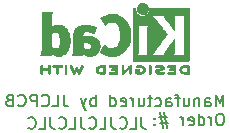
<source format=gbr>
%TF.GenerationSoftware,KiCad,Pcbnew,(6.0.0-0)*%
%TF.CreationDate,2022-12-05T14:38:03-05:00*%
%TF.ProjectId,Dome_Plate_Controller_V1,446f6d65-5f50-46c6-9174-655f436f6e74,rev?*%
%TF.SameCoordinates,Original*%
%TF.FileFunction,Legend,Bot*%
%TF.FilePolarity,Positive*%
%FSLAX46Y46*%
G04 Gerber Fmt 4.6, Leading zero omitted, Abs format (unit mm)*
G04 Created by KiCad (PCBNEW (6.0.0-0)) date 2022-12-05 14:38:03*
%MOMM*%
%LPD*%
G01*
G04 APERTURE LIST*
%ADD10C,0.150000*%
%ADD11C,0.010000*%
G04 APERTURE END LIST*
D10*
X109584404Y-112287380D02*
X109584404Y-111287380D01*
X109251071Y-112001666D01*
X108917738Y-111287380D01*
X108917738Y-112287380D01*
X108012976Y-112287380D02*
X108012976Y-111763571D01*
X108060595Y-111668333D01*
X108155833Y-111620714D01*
X108346309Y-111620714D01*
X108441547Y-111668333D01*
X108012976Y-112239761D02*
X108108214Y-112287380D01*
X108346309Y-112287380D01*
X108441547Y-112239761D01*
X108489166Y-112144523D01*
X108489166Y-112049285D01*
X108441547Y-111954047D01*
X108346309Y-111906428D01*
X108108214Y-111906428D01*
X108012976Y-111858809D01*
X107536785Y-111620714D02*
X107536785Y-112287380D01*
X107536785Y-111715952D02*
X107489166Y-111668333D01*
X107393928Y-111620714D01*
X107251071Y-111620714D01*
X107155833Y-111668333D01*
X107108214Y-111763571D01*
X107108214Y-112287380D01*
X106203452Y-111620714D02*
X106203452Y-112287380D01*
X106632023Y-111620714D02*
X106632023Y-112144523D01*
X106584404Y-112239761D01*
X106489166Y-112287380D01*
X106346309Y-112287380D01*
X106251071Y-112239761D01*
X106203452Y-112192142D01*
X105870119Y-111620714D02*
X105489166Y-111620714D01*
X105727261Y-112287380D02*
X105727261Y-111430238D01*
X105679642Y-111335000D01*
X105584404Y-111287380D01*
X105489166Y-111287380D01*
X104727261Y-112287380D02*
X104727261Y-111763571D01*
X104774880Y-111668333D01*
X104870119Y-111620714D01*
X105060595Y-111620714D01*
X105155833Y-111668333D01*
X104727261Y-112239761D02*
X104822500Y-112287380D01*
X105060595Y-112287380D01*
X105155833Y-112239761D01*
X105203452Y-112144523D01*
X105203452Y-112049285D01*
X105155833Y-111954047D01*
X105060595Y-111906428D01*
X104822500Y-111906428D01*
X104727261Y-111858809D01*
X103822500Y-112239761D02*
X103917738Y-112287380D01*
X104108214Y-112287380D01*
X104203452Y-112239761D01*
X104251071Y-112192142D01*
X104298690Y-112096904D01*
X104298690Y-111811190D01*
X104251071Y-111715952D01*
X104203452Y-111668333D01*
X104108214Y-111620714D01*
X103917738Y-111620714D01*
X103822500Y-111668333D01*
X103536785Y-111620714D02*
X103155833Y-111620714D01*
X103393928Y-111287380D02*
X103393928Y-112144523D01*
X103346309Y-112239761D01*
X103251071Y-112287380D01*
X103155833Y-112287380D01*
X102393928Y-111620714D02*
X102393928Y-112287380D01*
X102822500Y-111620714D02*
X102822500Y-112144523D01*
X102774880Y-112239761D01*
X102679642Y-112287380D01*
X102536785Y-112287380D01*
X102441547Y-112239761D01*
X102393928Y-112192142D01*
X101917738Y-112287380D02*
X101917738Y-111620714D01*
X101917738Y-111811190D02*
X101870119Y-111715952D01*
X101822500Y-111668333D01*
X101727261Y-111620714D01*
X101632023Y-111620714D01*
X100917738Y-112239761D02*
X101012976Y-112287380D01*
X101203452Y-112287380D01*
X101298690Y-112239761D01*
X101346309Y-112144523D01*
X101346309Y-111763571D01*
X101298690Y-111668333D01*
X101203452Y-111620714D01*
X101012976Y-111620714D01*
X100917738Y-111668333D01*
X100870119Y-111763571D01*
X100870119Y-111858809D01*
X101346309Y-111954047D01*
X100012976Y-112287380D02*
X100012976Y-111287380D01*
X100012976Y-112239761D02*
X100108214Y-112287380D01*
X100298690Y-112287380D01*
X100393928Y-112239761D01*
X100441547Y-112192142D01*
X100489166Y-112096904D01*
X100489166Y-111811190D01*
X100441547Y-111715952D01*
X100393928Y-111668333D01*
X100298690Y-111620714D01*
X100108214Y-111620714D01*
X100012976Y-111668333D01*
X98774880Y-112287380D02*
X98774880Y-111287380D01*
X98774880Y-111668333D02*
X98679642Y-111620714D01*
X98489166Y-111620714D01*
X98393928Y-111668333D01*
X98346309Y-111715952D01*
X98298690Y-111811190D01*
X98298690Y-112096904D01*
X98346309Y-112192142D01*
X98393928Y-112239761D01*
X98489166Y-112287380D01*
X98679642Y-112287380D01*
X98774880Y-112239761D01*
X97965357Y-111620714D02*
X97727261Y-112287380D01*
X97489166Y-111620714D02*
X97727261Y-112287380D01*
X97822500Y-112525476D01*
X97870119Y-112573095D01*
X97965357Y-112620714D01*
X96060595Y-111287380D02*
X96060595Y-112001666D01*
X96108214Y-112144523D01*
X96203452Y-112239761D01*
X96346309Y-112287380D01*
X96441547Y-112287380D01*
X95108214Y-112287380D02*
X95584404Y-112287380D01*
X95584404Y-111287380D01*
X94203452Y-112192142D02*
X94251071Y-112239761D01*
X94393928Y-112287380D01*
X94489166Y-112287380D01*
X94632023Y-112239761D01*
X94727261Y-112144523D01*
X94774880Y-112049285D01*
X94822500Y-111858809D01*
X94822500Y-111715952D01*
X94774880Y-111525476D01*
X94727261Y-111430238D01*
X94632023Y-111335000D01*
X94489166Y-111287380D01*
X94393928Y-111287380D01*
X94251071Y-111335000D01*
X94203452Y-111382619D01*
X93774880Y-112287380D02*
X93774880Y-111287380D01*
X93393928Y-111287380D01*
X93298690Y-111335000D01*
X93251071Y-111382619D01*
X93203452Y-111477857D01*
X93203452Y-111620714D01*
X93251071Y-111715952D01*
X93298690Y-111763571D01*
X93393928Y-111811190D01*
X93774880Y-111811190D01*
X92203452Y-112192142D02*
X92251071Y-112239761D01*
X92393928Y-112287380D01*
X92489166Y-112287380D01*
X92632023Y-112239761D01*
X92727261Y-112144523D01*
X92774880Y-112049285D01*
X92822500Y-111858809D01*
X92822500Y-111715952D01*
X92774880Y-111525476D01*
X92727261Y-111430238D01*
X92632023Y-111335000D01*
X92489166Y-111287380D01*
X92393928Y-111287380D01*
X92251071Y-111335000D01*
X92203452Y-111382619D01*
X91441547Y-111763571D02*
X91298690Y-111811190D01*
X91251071Y-111858809D01*
X91203452Y-111954047D01*
X91203452Y-112096904D01*
X91251071Y-112192142D01*
X91298690Y-112239761D01*
X91393928Y-112287380D01*
X91774880Y-112287380D01*
X91774880Y-111287380D01*
X91441547Y-111287380D01*
X91346309Y-111335000D01*
X91298690Y-111382619D01*
X91251071Y-111477857D01*
X91251071Y-111573095D01*
X91298690Y-111668333D01*
X91346309Y-111715952D01*
X91441547Y-111763571D01*
X91774880Y-111763571D01*
X109393928Y-112897380D02*
X109203452Y-112897380D01*
X109108214Y-112945000D01*
X109012976Y-113040238D01*
X108965357Y-113230714D01*
X108965357Y-113564047D01*
X109012976Y-113754523D01*
X109108214Y-113849761D01*
X109203452Y-113897380D01*
X109393928Y-113897380D01*
X109489166Y-113849761D01*
X109584404Y-113754523D01*
X109632023Y-113564047D01*
X109632023Y-113230714D01*
X109584404Y-113040238D01*
X109489166Y-112945000D01*
X109393928Y-112897380D01*
X108536785Y-113897380D02*
X108536785Y-113230714D01*
X108536785Y-113421190D02*
X108489166Y-113325952D01*
X108441547Y-113278333D01*
X108346309Y-113230714D01*
X108251071Y-113230714D01*
X107489166Y-113897380D02*
X107489166Y-112897380D01*
X107489166Y-113849761D02*
X107584404Y-113897380D01*
X107774880Y-113897380D01*
X107870119Y-113849761D01*
X107917738Y-113802142D01*
X107965357Y-113706904D01*
X107965357Y-113421190D01*
X107917738Y-113325952D01*
X107870119Y-113278333D01*
X107774880Y-113230714D01*
X107584404Y-113230714D01*
X107489166Y-113278333D01*
X106632023Y-113849761D02*
X106727261Y-113897380D01*
X106917738Y-113897380D01*
X107012976Y-113849761D01*
X107060595Y-113754523D01*
X107060595Y-113373571D01*
X107012976Y-113278333D01*
X106917738Y-113230714D01*
X106727261Y-113230714D01*
X106632023Y-113278333D01*
X106584404Y-113373571D01*
X106584404Y-113468809D01*
X107060595Y-113564047D01*
X106155833Y-113897380D02*
X106155833Y-113230714D01*
X106155833Y-113421190D02*
X106108214Y-113325952D01*
X106060595Y-113278333D01*
X105965357Y-113230714D01*
X105870119Y-113230714D01*
X104822500Y-113230714D02*
X104108214Y-113230714D01*
X104536785Y-112802142D02*
X104822500Y-114087857D01*
X104203452Y-113659285D02*
X104917738Y-113659285D01*
X104489166Y-114087857D02*
X104203452Y-112802142D01*
X103774880Y-113802142D02*
X103727261Y-113849761D01*
X103774880Y-113897380D01*
X103822500Y-113849761D01*
X103774880Y-113802142D01*
X103774880Y-113897380D01*
X103774880Y-113278333D02*
X103727261Y-113325952D01*
X103774880Y-113373571D01*
X103822500Y-113325952D01*
X103774880Y-113278333D01*
X103774880Y-113373571D01*
X102639047Y-113202380D02*
X102639047Y-113916666D01*
X102686666Y-114059523D01*
X102781904Y-114154761D01*
X102924761Y-114202380D01*
X103020000Y-114202380D01*
X101686666Y-114202380D02*
X102162857Y-114202380D01*
X102162857Y-113202380D01*
X100781904Y-114107142D02*
X100829523Y-114154761D01*
X100972380Y-114202380D01*
X101067619Y-114202380D01*
X101210476Y-114154761D01*
X101305714Y-114059523D01*
X101353333Y-113964285D01*
X101400952Y-113773809D01*
X101400952Y-113630952D01*
X101353333Y-113440476D01*
X101305714Y-113345238D01*
X101210476Y-113250000D01*
X101067619Y-113202380D01*
X100972380Y-113202380D01*
X100829523Y-113250000D01*
X100781904Y-113297619D01*
X100067619Y-113202380D02*
X100067619Y-113916666D01*
X100115238Y-114059523D01*
X100210476Y-114154761D01*
X100353333Y-114202380D01*
X100448571Y-114202380D01*
X99115238Y-114202380D02*
X99591428Y-114202380D01*
X99591428Y-113202380D01*
X98210476Y-114107142D02*
X98258095Y-114154761D01*
X98400952Y-114202380D01*
X98496190Y-114202380D01*
X98639047Y-114154761D01*
X98734285Y-114059523D01*
X98781904Y-113964285D01*
X98829523Y-113773809D01*
X98829523Y-113630952D01*
X98781904Y-113440476D01*
X98734285Y-113345238D01*
X98639047Y-113250000D01*
X98496190Y-113202380D01*
X98400952Y-113202380D01*
X98258095Y-113250000D01*
X98210476Y-113297619D01*
X97496190Y-113202380D02*
X97496190Y-113916666D01*
X97543809Y-114059523D01*
X97639047Y-114154761D01*
X97781904Y-114202380D01*
X97877142Y-114202380D01*
X96543809Y-114202380D02*
X97020000Y-114202380D01*
X97020000Y-113202380D01*
X95639047Y-114107142D02*
X95686666Y-114154761D01*
X95829523Y-114202380D01*
X95924761Y-114202380D01*
X96067619Y-114154761D01*
X96162857Y-114059523D01*
X96210476Y-113964285D01*
X96258095Y-113773809D01*
X96258095Y-113630952D01*
X96210476Y-113440476D01*
X96162857Y-113345238D01*
X96067619Y-113250000D01*
X95924761Y-113202380D01*
X95829523Y-113202380D01*
X95686666Y-113250000D01*
X95639047Y-113297619D01*
X94924761Y-113202380D02*
X94924761Y-113916666D01*
X94972380Y-114059523D01*
X95067619Y-114154761D01*
X95210476Y-114202380D01*
X95305714Y-114202380D01*
X93972380Y-114202380D02*
X94448571Y-114202380D01*
X94448571Y-113202380D01*
X93067619Y-114107142D02*
X93115238Y-114154761D01*
X93258095Y-114202380D01*
X93353333Y-114202380D01*
X93496190Y-114154761D01*
X93591428Y-114059523D01*
X93639047Y-113964285D01*
X93686666Y-113773809D01*
X93686666Y-113630952D01*
X93639047Y-113440476D01*
X93591428Y-113345238D01*
X93496190Y-113250000D01*
X93353333Y-113202380D01*
X93258095Y-113202380D01*
X93115238Y-113250000D01*
X93067619Y-113297619D01*
D11*
%TO.C,REF\u002A\u002A*%
X101670114Y-108803448D02*
X101646548Y-108817273D01*
X101646548Y-108817273D02*
X101615735Y-108839881D01*
X101615735Y-108839881D02*
X101576078Y-108872338D01*
X101576078Y-108872338D02*
X101525980Y-108915708D01*
X101525980Y-108915708D02*
X101463843Y-108971058D01*
X101463843Y-108971058D02*
X101388072Y-109039451D01*
X101388072Y-109039451D02*
X101301334Y-109118084D01*
X101301334Y-109118084D02*
X101120711Y-109281878D01*
X101120711Y-109281878D02*
X101115067Y-109062029D01*
X101115067Y-109062029D02*
X101113029Y-108986351D01*
X101113029Y-108986351D02*
X101111063Y-108929994D01*
X101111063Y-108929994D02*
X101108734Y-108889706D01*
X101108734Y-108889706D02*
X101105606Y-108862235D01*
X101105606Y-108862235D02*
X101101245Y-108844329D01*
X101101245Y-108844329D02*
X101095216Y-108832737D01*
X101095216Y-108832737D02*
X101087084Y-108824208D01*
X101087084Y-108824208D02*
X101082772Y-108820623D01*
X101082772Y-108820623D02*
X101048241Y-108801670D01*
X101048241Y-108801670D02*
X101015383Y-108804441D01*
X101015383Y-108804441D02*
X100989318Y-108820633D01*
X100989318Y-108820633D02*
X100962667Y-108842199D01*
X100962667Y-108842199D02*
X100959352Y-109157151D01*
X100959352Y-109157151D02*
X100958435Y-109249779D01*
X100958435Y-109249779D02*
X100957968Y-109322544D01*
X100957968Y-109322544D02*
X100958113Y-109378161D01*
X100958113Y-109378161D02*
X100959032Y-109419342D01*
X100959032Y-109419342D02*
X100960887Y-109448803D01*
X100960887Y-109448803D02*
X100963839Y-109469255D01*
X100963839Y-109469255D02*
X100968050Y-109483413D01*
X100968050Y-109483413D02*
X100973682Y-109493991D01*
X100973682Y-109493991D02*
X100979927Y-109502474D01*
X100979927Y-109502474D02*
X100993439Y-109518207D01*
X100993439Y-109518207D02*
X101006883Y-109528636D01*
X101006883Y-109528636D02*
X101022124Y-109532639D01*
X101022124Y-109532639D02*
X101041026Y-109529094D01*
X101041026Y-109529094D02*
X101065455Y-109516879D01*
X101065455Y-109516879D02*
X101097273Y-109494871D01*
X101097273Y-109494871D02*
X101138348Y-109461949D01*
X101138348Y-109461949D02*
X101190542Y-109416991D01*
X101190542Y-109416991D02*
X101255722Y-109358875D01*
X101255722Y-109358875D02*
X101329556Y-109292099D01*
X101329556Y-109292099D02*
X101594845Y-109051458D01*
X101594845Y-109051458D02*
X101600489Y-109270589D01*
X101600489Y-109270589D02*
X101602531Y-109346128D01*
X101602531Y-109346128D02*
X101604502Y-109402354D01*
X101604502Y-109402354D02*
X101606839Y-109442524D01*
X101606839Y-109442524D02*
X101609981Y-109469896D01*
X101609981Y-109469896D02*
X101614364Y-109487728D01*
X101614364Y-109487728D02*
X101620424Y-109499279D01*
X101620424Y-109499279D02*
X101628600Y-109507807D01*
X101628600Y-109507807D02*
X101632784Y-109511282D01*
X101632784Y-109511282D02*
X101669765Y-109530372D01*
X101669765Y-109530372D02*
X101704708Y-109527493D01*
X101704708Y-109527493D02*
X101735136Y-109503100D01*
X101735136Y-109503100D02*
X101742097Y-109493286D01*
X101742097Y-109493286D02*
X101747523Y-109481826D01*
X101747523Y-109481826D02*
X101751603Y-109465968D01*
X101751603Y-109465968D02*
X101754529Y-109442963D01*
X101754529Y-109442963D02*
X101756492Y-109410062D01*
X101756492Y-109410062D02*
X101757683Y-109364516D01*
X101757683Y-109364516D02*
X101758292Y-109303573D01*
X101758292Y-109303573D02*
X101758511Y-109224486D01*
X101758511Y-109224486D02*
X101758534Y-109165956D01*
X101758534Y-109165956D02*
X101758460Y-109074407D01*
X101758460Y-109074407D02*
X101758113Y-109002687D01*
X101758113Y-109002687D02*
X101757301Y-108948045D01*
X101757301Y-108948045D02*
X101755833Y-108907732D01*
X101755833Y-108907732D02*
X101753519Y-108878998D01*
X101753519Y-108878998D02*
X101750167Y-108859093D01*
X101750167Y-108859093D02*
X101745588Y-108845268D01*
X101745588Y-108845268D02*
X101739589Y-108834772D01*
X101739589Y-108834772D02*
X101735136Y-108828811D01*
X101735136Y-108828811D02*
X101723850Y-108814691D01*
X101723850Y-108814691D02*
X101713301Y-108804029D01*
X101713301Y-108804029D02*
X101701893Y-108797892D01*
X101701893Y-108797892D02*
X101688030Y-108797343D01*
X101688030Y-108797343D02*
X101670114Y-108803448D01*
X101670114Y-108803448D02*
X101670114Y-108803448D01*
G36*
X101701893Y-108797892D02*
G01*
X101713301Y-108804029D01*
X101723850Y-108814691D01*
X101735136Y-108828811D01*
X101739589Y-108834772D01*
X101745588Y-108845268D01*
X101750167Y-108859093D01*
X101753519Y-108878998D01*
X101755833Y-108907732D01*
X101757301Y-108948045D01*
X101758113Y-109002687D01*
X101758460Y-109074407D01*
X101758534Y-109165956D01*
X101758511Y-109224486D01*
X101758292Y-109303573D01*
X101757683Y-109364516D01*
X101756492Y-109410062D01*
X101754529Y-109442963D01*
X101751603Y-109465968D01*
X101747523Y-109481826D01*
X101742097Y-109493286D01*
X101735136Y-109503100D01*
X101704708Y-109527493D01*
X101669765Y-109530372D01*
X101632784Y-109511282D01*
X101628600Y-109507807D01*
X101620424Y-109499279D01*
X101614364Y-109487728D01*
X101609981Y-109469896D01*
X101606839Y-109442524D01*
X101604502Y-109402354D01*
X101602531Y-109346128D01*
X101600489Y-109270589D01*
X101594845Y-109051458D01*
X101329556Y-109292099D01*
X101255722Y-109358875D01*
X101190542Y-109416991D01*
X101138348Y-109461949D01*
X101097273Y-109494871D01*
X101065455Y-109516879D01*
X101041026Y-109529094D01*
X101022124Y-109532639D01*
X101006883Y-109528636D01*
X100993439Y-109518207D01*
X100979927Y-109502474D01*
X100973682Y-109493991D01*
X100968050Y-109483413D01*
X100963839Y-109469255D01*
X100960887Y-109448803D01*
X100959032Y-109419342D01*
X100958113Y-109378161D01*
X100957968Y-109322544D01*
X100958435Y-109249779D01*
X100959352Y-109157151D01*
X100962667Y-108842199D01*
X100989318Y-108820633D01*
X101015383Y-108804441D01*
X101048241Y-108801670D01*
X101082772Y-108820623D01*
X101087084Y-108824208D01*
X101095216Y-108832737D01*
X101101245Y-108844329D01*
X101105606Y-108862235D01*
X101108734Y-108889706D01*
X101111063Y-108929994D01*
X101113029Y-108986351D01*
X101115067Y-109062029D01*
X101120711Y-109281878D01*
X101301334Y-109118084D01*
X101388072Y-109039451D01*
X101463843Y-108971058D01*
X101525980Y-108915708D01*
X101576078Y-108872338D01*
X101615735Y-108839881D01*
X101646548Y-108817273D01*
X101670114Y-108803448D01*
X101688030Y-108797343D01*
X101701893Y-108797892D01*
G37*
X101701893Y-108797892D02*
X101713301Y-108804029D01*
X101723850Y-108814691D01*
X101735136Y-108828811D01*
X101739589Y-108834772D01*
X101745588Y-108845268D01*
X101750167Y-108859093D01*
X101753519Y-108878998D01*
X101755833Y-108907732D01*
X101757301Y-108948045D01*
X101758113Y-109002687D01*
X101758460Y-109074407D01*
X101758534Y-109165956D01*
X101758511Y-109224486D01*
X101758292Y-109303573D01*
X101757683Y-109364516D01*
X101756492Y-109410062D01*
X101754529Y-109442963D01*
X101751603Y-109465968D01*
X101747523Y-109481826D01*
X101742097Y-109493286D01*
X101735136Y-109503100D01*
X101704708Y-109527493D01*
X101669765Y-109530372D01*
X101632784Y-109511282D01*
X101628600Y-109507807D01*
X101620424Y-109499279D01*
X101614364Y-109487728D01*
X101609981Y-109469896D01*
X101606839Y-109442524D01*
X101604502Y-109402354D01*
X101602531Y-109346128D01*
X101600489Y-109270589D01*
X101594845Y-109051458D01*
X101329556Y-109292099D01*
X101255722Y-109358875D01*
X101190542Y-109416991D01*
X101138348Y-109461949D01*
X101097273Y-109494871D01*
X101065455Y-109516879D01*
X101041026Y-109529094D01*
X101022124Y-109532639D01*
X101006883Y-109528636D01*
X100993439Y-109518207D01*
X100979927Y-109502474D01*
X100973682Y-109493991D01*
X100968050Y-109483413D01*
X100963839Y-109469255D01*
X100960887Y-109448803D01*
X100959032Y-109419342D01*
X100958113Y-109378161D01*
X100957968Y-109322544D01*
X100958435Y-109249779D01*
X100959352Y-109157151D01*
X100962667Y-108842199D01*
X100989318Y-108820633D01*
X101015383Y-108804441D01*
X101048241Y-108801670D01*
X101082772Y-108820623D01*
X101087084Y-108824208D01*
X101095216Y-108832737D01*
X101101245Y-108844329D01*
X101105606Y-108862235D01*
X101108734Y-108889706D01*
X101111063Y-108929994D01*
X101113029Y-108986351D01*
X101115067Y-109062029D01*
X101120711Y-109281878D01*
X101301334Y-109118084D01*
X101388072Y-109039451D01*
X101463843Y-108971058D01*
X101525980Y-108915708D01*
X101576078Y-108872338D01*
X101615735Y-108839881D01*
X101646548Y-108817273D01*
X101670114Y-108803448D01*
X101688030Y-108797343D01*
X101701893Y-108797892D01*
X103316400Y-104019054D02*
X103305535Y-104132993D01*
X103305535Y-104132993D02*
X103273918Y-104240616D01*
X103273918Y-104240616D02*
X103223015Y-104339615D01*
X103223015Y-104339615D02*
X103154293Y-104427684D01*
X103154293Y-104427684D02*
X103069219Y-104502516D01*
X103069219Y-104502516D02*
X102972232Y-104560384D01*
X102972232Y-104560384D02*
X102865964Y-104600005D01*
X102865964Y-104600005D02*
X102758950Y-104618573D01*
X102758950Y-104618573D02*
X102653300Y-104617434D01*
X102653300Y-104617434D02*
X102551125Y-104597930D01*
X102551125Y-104597930D02*
X102454534Y-104561406D01*
X102454534Y-104561406D02*
X102365638Y-104509205D01*
X102365638Y-104509205D02*
X102286546Y-104442673D01*
X102286546Y-104442673D02*
X102219369Y-104363152D01*
X102219369Y-104363152D02*
X102166217Y-104271987D01*
X102166217Y-104271987D02*
X102129199Y-104170523D01*
X102129199Y-104170523D02*
X102110427Y-104060102D01*
X102110427Y-104060102D02*
X102108489Y-104010206D01*
X102108489Y-104010206D02*
X102108489Y-103922267D01*
X102108489Y-103922267D02*
X102056560Y-103922267D01*
X102056560Y-103922267D02*
X102020253Y-103925111D01*
X102020253Y-103925111D02*
X101993355Y-103936911D01*
X101993355Y-103936911D02*
X101966249Y-103960649D01*
X101966249Y-103960649D02*
X101927867Y-103999031D01*
X101927867Y-103999031D02*
X101927867Y-106190602D01*
X101927867Y-106190602D02*
X101927876Y-106452739D01*
X101927876Y-106452739D02*
X101927908Y-106693241D01*
X101927908Y-106693241D02*
X101927972Y-106913048D01*
X101927972Y-106913048D02*
X101928076Y-107113101D01*
X101928076Y-107113101D02*
X101928227Y-107294344D01*
X101928227Y-107294344D02*
X101928434Y-107457716D01*
X101928434Y-107457716D02*
X101928706Y-107604160D01*
X101928706Y-107604160D02*
X101929050Y-107734617D01*
X101929050Y-107734617D02*
X101929474Y-107850029D01*
X101929474Y-107850029D02*
X101929987Y-107951338D01*
X101929987Y-107951338D02*
X101930597Y-108039484D01*
X101930597Y-108039484D02*
X101931312Y-108115410D01*
X101931312Y-108115410D02*
X101932140Y-108180057D01*
X101932140Y-108180057D02*
X101933089Y-108234367D01*
X101933089Y-108234367D02*
X101934167Y-108279280D01*
X101934167Y-108279280D02*
X101935383Y-108315740D01*
X101935383Y-108315740D02*
X101936745Y-108344687D01*
X101936745Y-108344687D02*
X101938261Y-108367063D01*
X101938261Y-108367063D02*
X101939938Y-108383809D01*
X101939938Y-108383809D02*
X101941786Y-108395868D01*
X101941786Y-108395868D02*
X101943813Y-108404180D01*
X101943813Y-108404180D02*
X101946025Y-108409687D01*
X101946025Y-108409687D02*
X101947108Y-108411537D01*
X101947108Y-108411537D02*
X101951271Y-108418549D01*
X101951271Y-108418549D02*
X101954805Y-108424996D01*
X101954805Y-108424996D02*
X101958635Y-108430900D01*
X101958635Y-108430900D02*
X101963682Y-108436286D01*
X101963682Y-108436286D02*
X101970871Y-108441178D01*
X101970871Y-108441178D02*
X101981123Y-108445598D01*
X101981123Y-108445598D02*
X101995364Y-108449572D01*
X101995364Y-108449572D02*
X102014514Y-108453121D01*
X102014514Y-108453121D02*
X102039499Y-108456270D01*
X102039499Y-108456270D02*
X102071240Y-108459042D01*
X102071240Y-108459042D02*
X102110662Y-108461461D01*
X102110662Y-108461461D02*
X102158686Y-108463551D01*
X102158686Y-108463551D02*
X102216237Y-108465335D01*
X102216237Y-108465335D02*
X102284237Y-108466837D01*
X102284237Y-108466837D02*
X102363610Y-108468080D01*
X102363610Y-108468080D02*
X102455279Y-108469089D01*
X102455279Y-108469089D02*
X102560166Y-108469885D01*
X102560166Y-108469885D02*
X102679196Y-108470494D01*
X102679196Y-108470494D02*
X102813290Y-108470939D01*
X102813290Y-108470939D02*
X102963373Y-108471243D01*
X102963373Y-108471243D02*
X103130367Y-108471430D01*
X103130367Y-108471430D02*
X103315196Y-108471524D01*
X103315196Y-108471524D02*
X103518783Y-108471548D01*
X103518783Y-108471548D02*
X103742050Y-108471525D01*
X103742050Y-108471525D02*
X103985922Y-108471480D01*
X103985922Y-108471480D02*
X104251321Y-108471437D01*
X104251321Y-108471437D02*
X104289704Y-108471432D01*
X104289704Y-108471432D02*
X104556682Y-108471389D01*
X104556682Y-108471389D02*
X104802002Y-108471318D01*
X104802002Y-108471318D02*
X105026583Y-108471213D01*
X105026583Y-108471213D02*
X105231345Y-108471066D01*
X105231345Y-108471066D02*
X105417206Y-108470869D01*
X105417206Y-108470869D02*
X105585088Y-108470616D01*
X105585088Y-108470616D02*
X105735908Y-108470300D01*
X105735908Y-108470300D02*
X105870587Y-108469913D01*
X105870587Y-108469913D02*
X105990044Y-108469447D01*
X105990044Y-108469447D02*
X106095199Y-108468897D01*
X106095199Y-108468897D02*
X106186971Y-108468253D01*
X106186971Y-108468253D02*
X106266279Y-108467511D01*
X106266279Y-108467511D02*
X106334043Y-108466661D01*
X106334043Y-108466661D02*
X106391182Y-108465697D01*
X106391182Y-108465697D02*
X106438617Y-108464611D01*
X106438617Y-108464611D02*
X106477266Y-108463397D01*
X106477266Y-108463397D02*
X106508049Y-108462047D01*
X106508049Y-108462047D02*
X106531885Y-108460555D01*
X106531885Y-108460555D02*
X106549694Y-108458911D01*
X106549694Y-108458911D02*
X106562395Y-108457111D01*
X106562395Y-108457111D02*
X106570908Y-108455145D01*
X106570908Y-108455145D02*
X106575266Y-108453477D01*
X106575266Y-108453477D02*
X106583728Y-108449906D01*
X106583728Y-108449906D02*
X106591497Y-108447270D01*
X106591497Y-108447270D02*
X106598602Y-108444634D01*
X106598602Y-108444634D02*
X106605073Y-108441062D01*
X106605073Y-108441062D02*
X106610939Y-108435621D01*
X106610939Y-108435621D02*
X106616229Y-108427375D01*
X106616229Y-108427375D02*
X106620974Y-108415390D01*
X106620974Y-108415390D02*
X106625202Y-108398731D01*
X106625202Y-108398731D02*
X106628943Y-108376463D01*
X106628943Y-108376463D02*
X106632227Y-108347652D01*
X106632227Y-108347652D02*
X106635083Y-108311363D01*
X106635083Y-108311363D02*
X106637540Y-108266661D01*
X106637540Y-108266661D02*
X106639629Y-108212611D01*
X106639629Y-108212611D02*
X106641378Y-108148279D01*
X106641378Y-108148279D02*
X106642817Y-108072730D01*
X106642817Y-108072730D02*
X106643976Y-107985030D01*
X106643976Y-107985030D02*
X106644883Y-107884243D01*
X106644883Y-107884243D02*
X106645569Y-107769434D01*
X106645569Y-107769434D02*
X106646063Y-107639670D01*
X106646063Y-107639670D02*
X106646395Y-107494015D01*
X106646395Y-107494015D02*
X106646593Y-107331535D01*
X106646593Y-107331535D02*
X106646687Y-107151295D01*
X106646687Y-107151295D02*
X106646708Y-106952360D01*
X106646708Y-106952360D02*
X106646685Y-106733796D01*
X106646685Y-106733796D02*
X106646646Y-106494668D01*
X106646646Y-106494668D02*
X106646622Y-106234040D01*
X106646622Y-106234040D02*
X106646622Y-106191889D01*
X106646622Y-106191889D02*
X106646636Y-105928992D01*
X106646636Y-105928992D02*
X106646661Y-105687732D01*
X106646661Y-105687732D02*
X106646671Y-105467165D01*
X106646671Y-105467165D02*
X106646642Y-105266352D01*
X106646642Y-105266352D02*
X106646548Y-105084349D01*
X106646548Y-105084349D02*
X106646362Y-104920216D01*
X106646362Y-104920216D02*
X106646059Y-104773011D01*
X106646059Y-104773011D02*
X106645614Y-104641792D01*
X106645614Y-104641792D02*
X106645034Y-104531867D01*
X106645034Y-104531867D02*
X106342197Y-104531867D01*
X106342197Y-104531867D02*
X106302407Y-104589711D01*
X106302407Y-104589711D02*
X106291236Y-104605479D01*
X106291236Y-104605479D02*
X106281166Y-104619441D01*
X106281166Y-104619441D02*
X106272138Y-104632784D01*
X106272138Y-104632784D02*
X106264097Y-104646693D01*
X106264097Y-104646693D02*
X106256986Y-104662356D01*
X106256986Y-104662356D02*
X106250747Y-104680958D01*
X106250747Y-104680958D02*
X106245325Y-104703686D01*
X106245325Y-104703686D02*
X106240662Y-104731727D01*
X106240662Y-104731727D02*
X106236701Y-104766267D01*
X106236701Y-104766267D02*
X106233385Y-104808492D01*
X106233385Y-104808492D02*
X106230659Y-104859589D01*
X106230659Y-104859589D02*
X106228464Y-104920744D01*
X106228464Y-104920744D02*
X106226745Y-104993144D01*
X106226745Y-104993144D02*
X106225444Y-105077975D01*
X106225444Y-105077975D02*
X106224505Y-105176422D01*
X106224505Y-105176422D02*
X106223870Y-105289674D01*
X106223870Y-105289674D02*
X106223484Y-105418916D01*
X106223484Y-105418916D02*
X106223288Y-105565334D01*
X106223288Y-105565334D02*
X106223227Y-105730116D01*
X106223227Y-105730116D02*
X106223243Y-105914447D01*
X106223243Y-105914447D02*
X106223280Y-106119513D01*
X106223280Y-106119513D02*
X106223289Y-106242133D01*
X106223289Y-106242133D02*
X106223265Y-106459082D01*
X106223265Y-106459082D02*
X106223231Y-106654642D01*
X106223231Y-106654642D02*
X106223243Y-106829999D01*
X106223243Y-106829999D02*
X106223358Y-106986341D01*
X106223358Y-106986341D02*
X106223630Y-107124857D01*
X106223630Y-107124857D02*
X106224118Y-107246734D01*
X106224118Y-107246734D02*
X106224876Y-107353160D01*
X106224876Y-107353160D02*
X106225962Y-107445322D01*
X106225962Y-107445322D02*
X106227431Y-107524409D01*
X106227431Y-107524409D02*
X106229340Y-107591608D01*
X106229340Y-107591608D02*
X106231744Y-107648107D01*
X106231744Y-107648107D02*
X106234701Y-107695093D01*
X106234701Y-107695093D02*
X106238266Y-107733755D01*
X106238266Y-107733755D02*
X106242495Y-107765280D01*
X106242495Y-107765280D02*
X106247446Y-107790855D01*
X106247446Y-107790855D02*
X106253173Y-107811670D01*
X106253173Y-107811670D02*
X106259733Y-107828911D01*
X106259733Y-107828911D02*
X106267183Y-107843765D01*
X106267183Y-107843765D02*
X106275579Y-107857422D01*
X106275579Y-107857422D02*
X106284976Y-107871069D01*
X106284976Y-107871069D02*
X106295432Y-107885893D01*
X106295432Y-107885893D02*
X106301523Y-107894783D01*
X106301523Y-107894783D02*
X106340296Y-107952400D01*
X106340296Y-107952400D02*
X105808732Y-107952400D01*
X105808732Y-107952400D02*
X105685483Y-107952365D01*
X105685483Y-107952365D02*
X105582987Y-107952215D01*
X105582987Y-107952215D02*
X105499420Y-107951878D01*
X105499420Y-107951878D02*
X105432956Y-107951286D01*
X105432956Y-107951286D02*
X105381771Y-107950367D01*
X105381771Y-107950367D02*
X105344041Y-107949051D01*
X105344041Y-107949051D02*
X105317940Y-107947269D01*
X105317940Y-107947269D02*
X105301644Y-107944951D01*
X105301644Y-107944951D02*
X105293328Y-107942026D01*
X105293328Y-107942026D02*
X105291168Y-107938424D01*
X105291168Y-107938424D02*
X105293339Y-107934075D01*
X105293339Y-107934075D02*
X105294535Y-107932645D01*
X105294535Y-107932645D02*
X105319685Y-107895573D01*
X105319685Y-107895573D02*
X105345583Y-107842772D01*
X105345583Y-107842772D02*
X105369192Y-107780770D01*
X105369192Y-107780770D02*
X105377461Y-107754357D01*
X105377461Y-107754357D02*
X105382078Y-107736416D01*
X105382078Y-107736416D02*
X105385979Y-107715355D01*
X105385979Y-107715355D02*
X105389248Y-107689089D01*
X105389248Y-107689089D02*
X105391966Y-107655532D01*
X105391966Y-107655532D02*
X105394215Y-107612599D01*
X105394215Y-107612599D02*
X105396077Y-107558204D01*
X105396077Y-107558204D02*
X105397636Y-107490262D01*
X105397636Y-107490262D02*
X105398972Y-107406688D01*
X105398972Y-107406688D02*
X105400169Y-107305395D01*
X105400169Y-107305395D02*
X105401308Y-107184300D01*
X105401308Y-107184300D02*
X105401685Y-107139600D01*
X105401685Y-107139600D02*
X105402702Y-107014449D01*
X105402702Y-107014449D02*
X105403460Y-106910082D01*
X105403460Y-106910082D02*
X105403903Y-106824707D01*
X105403903Y-106824707D02*
X105403970Y-106756533D01*
X105403970Y-106756533D02*
X105403605Y-106703765D01*
X105403605Y-106703765D02*
X105402748Y-106664614D01*
X105402748Y-106664614D02*
X105401341Y-106637285D01*
X105401341Y-106637285D02*
X105399325Y-106619986D01*
X105399325Y-106619986D02*
X105396643Y-106610926D01*
X105396643Y-106610926D02*
X105393236Y-106608312D01*
X105393236Y-106608312D02*
X105389044Y-106610351D01*
X105389044Y-106610351D02*
X105384571Y-106614667D01*
X105384571Y-106614667D02*
X105374216Y-106627602D01*
X105374216Y-106627602D02*
X105352158Y-106656676D01*
X105352158Y-106656676D02*
X105319957Y-106699759D01*
X105319957Y-106699759D02*
X105279174Y-106754718D01*
X105279174Y-106754718D02*
X105231370Y-106819423D01*
X105231370Y-106819423D02*
X105178105Y-106891742D01*
X105178105Y-106891742D02*
X105120940Y-106969544D01*
X105120940Y-106969544D02*
X105061437Y-107050698D01*
X105061437Y-107050698D02*
X105001155Y-107133072D01*
X105001155Y-107133072D02*
X104941655Y-107214536D01*
X104941655Y-107214536D02*
X104884498Y-107292957D01*
X104884498Y-107292957D02*
X104831245Y-107366204D01*
X104831245Y-107366204D02*
X104783457Y-107432147D01*
X104783457Y-107432147D02*
X104742693Y-107488654D01*
X104742693Y-107488654D02*
X104710516Y-107533593D01*
X104710516Y-107533593D02*
X104688485Y-107564834D01*
X104688485Y-107564834D02*
X104683917Y-107571466D01*
X104683917Y-107571466D02*
X104660996Y-107608369D01*
X104660996Y-107608369D02*
X104634188Y-107656359D01*
X104634188Y-107656359D02*
X104608789Y-107705897D01*
X104608789Y-107705897D02*
X104605568Y-107712577D01*
X104605568Y-107712577D02*
X104583890Y-107760772D01*
X104583890Y-107760772D02*
X104571304Y-107798334D01*
X104571304Y-107798334D02*
X104565574Y-107834160D01*
X104565574Y-107834160D02*
X104564456Y-107876200D01*
X104564456Y-107876200D02*
X104565090Y-107952400D01*
X104565090Y-107952400D02*
X103410651Y-107952400D01*
X103410651Y-107952400D02*
X103501815Y-107858669D01*
X103501815Y-107858669D02*
X103548612Y-107808775D01*
X103548612Y-107808775D02*
X103598899Y-107752295D01*
X103598899Y-107752295D02*
X103644944Y-107698026D01*
X103644944Y-107698026D02*
X103665369Y-107672673D01*
X103665369Y-107672673D02*
X103695807Y-107633128D01*
X103695807Y-107633128D02*
X103735862Y-107579916D01*
X103735862Y-107579916D02*
X103784361Y-107514667D01*
X103784361Y-107514667D02*
X103840135Y-107439011D01*
X103840135Y-107439011D02*
X103902011Y-107354577D01*
X103902011Y-107354577D02*
X103968819Y-107262994D01*
X103968819Y-107262994D02*
X104039387Y-107165892D01*
X104039387Y-107165892D02*
X104112545Y-107064901D01*
X104112545Y-107064901D02*
X104187121Y-106961650D01*
X104187121Y-106961650D02*
X104261944Y-106857768D01*
X104261944Y-106857768D02*
X104335843Y-106754885D01*
X104335843Y-106754885D02*
X104407646Y-106654631D01*
X104407646Y-106654631D02*
X104476184Y-106558636D01*
X104476184Y-106558636D02*
X104540284Y-106468527D01*
X104540284Y-106468527D02*
X104598775Y-106385936D01*
X104598775Y-106385936D02*
X104650486Y-106312492D01*
X104650486Y-106312492D02*
X104694247Y-106249824D01*
X104694247Y-106249824D02*
X104728885Y-106199561D01*
X104728885Y-106199561D02*
X104753230Y-106163334D01*
X104753230Y-106163334D02*
X104766111Y-106142771D01*
X104766111Y-106142771D02*
X104767869Y-106138668D01*
X104767869Y-106138668D02*
X104759910Y-106127342D01*
X104759910Y-106127342D02*
X104739115Y-106100162D01*
X104739115Y-106100162D02*
X104706847Y-106058829D01*
X104706847Y-106058829D02*
X104664470Y-106005044D01*
X104664470Y-106005044D02*
X104613347Y-105940506D01*
X104613347Y-105940506D02*
X104554841Y-105866918D01*
X104554841Y-105866918D02*
X104490314Y-105785978D01*
X104490314Y-105785978D02*
X104421131Y-105699388D01*
X104421131Y-105699388D02*
X104348653Y-105608848D01*
X104348653Y-105608848D02*
X104274246Y-105516060D01*
X104274246Y-105516060D02*
X104214517Y-105441702D01*
X104214517Y-105441702D02*
X103203511Y-105441702D01*
X103203511Y-105441702D02*
X103197602Y-105454659D01*
X103197602Y-105454659D02*
X103183272Y-105476908D01*
X103183272Y-105476908D02*
X103182225Y-105478391D01*
X103182225Y-105478391D02*
X103163438Y-105508544D01*
X103163438Y-105508544D02*
X103143791Y-105545375D01*
X103143791Y-105545375D02*
X103139892Y-105553511D01*
X103139892Y-105553511D02*
X103136356Y-105561940D01*
X103136356Y-105561940D02*
X103133230Y-105572059D01*
X103133230Y-105572059D02*
X103130486Y-105585260D01*
X103130486Y-105585260D02*
X103128092Y-105602938D01*
X103128092Y-105602938D02*
X103126019Y-105626484D01*
X103126019Y-105626484D02*
X103124235Y-105657293D01*
X103124235Y-105657293D02*
X103122712Y-105696757D01*
X103122712Y-105696757D02*
X103121419Y-105746269D01*
X103121419Y-105746269D02*
X103120326Y-105807223D01*
X103120326Y-105807223D02*
X103119403Y-105881011D01*
X103119403Y-105881011D02*
X103118619Y-105969028D01*
X103118619Y-105969028D02*
X103117945Y-106072665D01*
X103117945Y-106072665D02*
X103117350Y-106193316D01*
X103117350Y-106193316D02*
X103116805Y-106332374D01*
X103116805Y-106332374D02*
X103116279Y-106491232D01*
X103116279Y-106491232D02*
X103115745Y-106670089D01*
X103115745Y-106670089D02*
X103115206Y-106855207D01*
X103115206Y-106855207D02*
X103114772Y-107019145D01*
X103114772Y-107019145D02*
X103114509Y-107163303D01*
X103114509Y-107163303D02*
X103114484Y-107289079D01*
X103114484Y-107289079D02*
X103114765Y-107397871D01*
X103114765Y-107397871D02*
X103115419Y-107491077D01*
X103115419Y-107491077D02*
X103116514Y-107570097D01*
X103116514Y-107570097D02*
X103118118Y-107636328D01*
X103118118Y-107636328D02*
X103120297Y-107691170D01*
X103120297Y-107691170D02*
X103123119Y-107736021D01*
X103123119Y-107736021D02*
X103126651Y-107772278D01*
X103126651Y-107772278D02*
X103130961Y-107801341D01*
X103130961Y-107801341D02*
X103136117Y-107824609D01*
X103136117Y-107824609D02*
X103142185Y-107843479D01*
X103142185Y-107843479D02*
X103149233Y-107859351D01*
X103149233Y-107859351D02*
X103157329Y-107873622D01*
X103157329Y-107873622D02*
X103166540Y-107887691D01*
X103166540Y-107887691D02*
X103175040Y-107900158D01*
X103175040Y-107900158D02*
X103192176Y-107926452D01*
X103192176Y-107926452D02*
X103202322Y-107944037D01*
X103202322Y-107944037D02*
X103203511Y-107947257D01*
X103203511Y-107947257D02*
X103192604Y-107948334D01*
X103192604Y-107948334D02*
X103161411Y-107949335D01*
X103161411Y-107949335D02*
X103112223Y-107950235D01*
X103112223Y-107950235D02*
X103047333Y-107951010D01*
X103047333Y-107951010D02*
X102969030Y-107951637D01*
X102969030Y-107951637D02*
X102879607Y-107952091D01*
X102879607Y-107952091D02*
X102781356Y-107952349D01*
X102781356Y-107952349D02*
X102712445Y-107952400D01*
X102712445Y-107952400D02*
X102607452Y-107952180D01*
X102607452Y-107952180D02*
X102510610Y-107951548D01*
X102510610Y-107951548D02*
X102424107Y-107950549D01*
X102424107Y-107950549D02*
X102350132Y-107949227D01*
X102350132Y-107949227D02*
X102290874Y-107947626D01*
X102290874Y-107947626D02*
X102248520Y-107945791D01*
X102248520Y-107945791D02*
X102225260Y-107943765D01*
X102225260Y-107943765D02*
X102221378Y-107942493D01*
X102221378Y-107942493D02*
X102229076Y-107927591D01*
X102229076Y-107927591D02*
X102237074Y-107919560D01*
X102237074Y-107919560D02*
X102250246Y-107902434D01*
X102250246Y-107902434D02*
X102267485Y-107872183D01*
X102267485Y-107872183D02*
X102279407Y-107847622D01*
X102279407Y-107847622D02*
X102306045Y-107788711D01*
X102306045Y-107788711D02*
X102309120Y-106611845D01*
X102309120Y-106611845D02*
X102312195Y-105434978D01*
X102312195Y-105434978D02*
X102757853Y-105434978D01*
X102757853Y-105434978D02*
X102855670Y-105435142D01*
X102855670Y-105435142D02*
X102946064Y-105435611D01*
X102946064Y-105435611D02*
X103026630Y-105436347D01*
X103026630Y-105436347D02*
X103094962Y-105437316D01*
X103094962Y-105437316D02*
X103148656Y-105438480D01*
X103148656Y-105438480D02*
X103185305Y-105439803D01*
X103185305Y-105439803D02*
X103202504Y-105441249D01*
X103202504Y-105441249D02*
X103203511Y-105441702D01*
X103203511Y-105441702D02*
X104214517Y-105441702D01*
X104214517Y-105441702D02*
X104199270Y-105422722D01*
X104199270Y-105422722D02*
X104125090Y-105330537D01*
X104125090Y-105330537D02*
X104053069Y-105241204D01*
X104053069Y-105241204D02*
X103984569Y-105156424D01*
X103984569Y-105156424D02*
X103920955Y-105077898D01*
X103920955Y-105077898D02*
X103863588Y-105007326D01*
X103863588Y-105007326D02*
X103813833Y-104946409D01*
X103813833Y-104946409D02*
X103773052Y-104896847D01*
X103773052Y-104896847D02*
X103755888Y-104876178D01*
X103755888Y-104876178D02*
X103669596Y-104775516D01*
X103669596Y-104775516D02*
X103592997Y-104692259D01*
X103592997Y-104692259D02*
X103524183Y-104624438D01*
X103524183Y-104624438D02*
X103461248Y-104570089D01*
X103461248Y-104570089D02*
X103451867Y-104562722D01*
X103451867Y-104562722D02*
X103412356Y-104532117D01*
X103412356Y-104532117D02*
X104544116Y-104531867D01*
X104544116Y-104531867D02*
X104538827Y-104579844D01*
X104538827Y-104579844D02*
X104542130Y-104637188D01*
X104542130Y-104637188D02*
X104563661Y-104705463D01*
X104563661Y-104705463D02*
X104603635Y-104785212D01*
X104603635Y-104785212D02*
X104648943Y-104857495D01*
X104648943Y-104857495D02*
X104665161Y-104880140D01*
X104665161Y-104880140D02*
X104693214Y-104917696D01*
X104693214Y-104917696D02*
X104731430Y-104968021D01*
X104731430Y-104968021D02*
X104778137Y-105028973D01*
X104778137Y-105028973D02*
X104831661Y-105098411D01*
X104831661Y-105098411D02*
X104890331Y-105174194D01*
X104890331Y-105174194D02*
X104952475Y-105254180D01*
X104952475Y-105254180D02*
X105016421Y-105336228D01*
X105016421Y-105336228D02*
X105080495Y-105418196D01*
X105080495Y-105418196D02*
X105143027Y-105497943D01*
X105143027Y-105497943D02*
X105202343Y-105573327D01*
X105202343Y-105573327D02*
X105256771Y-105642207D01*
X105256771Y-105642207D02*
X105304639Y-105702442D01*
X105304639Y-105702442D02*
X105344275Y-105751889D01*
X105344275Y-105751889D02*
X105374006Y-105788408D01*
X105374006Y-105788408D02*
X105392161Y-105809858D01*
X105392161Y-105809858D02*
X105395220Y-105813156D01*
X105395220Y-105813156D02*
X105398079Y-105805149D01*
X105398079Y-105805149D02*
X105400293Y-105774855D01*
X105400293Y-105774855D02*
X105401857Y-105722556D01*
X105401857Y-105722556D02*
X105402767Y-105648531D01*
X105402767Y-105648531D02*
X105403020Y-105553063D01*
X105403020Y-105553063D02*
X105402613Y-105436434D01*
X105402613Y-105436434D02*
X105401704Y-105316445D01*
X105401704Y-105316445D02*
X105400382Y-105184333D01*
X105400382Y-105184333D02*
X105398857Y-105072594D01*
X105398857Y-105072594D02*
X105396881Y-104979025D01*
X105396881Y-104979025D02*
X105394206Y-104901419D01*
X105394206Y-104901419D02*
X105390582Y-104837574D01*
X105390582Y-104837574D02*
X105385761Y-104785283D01*
X105385761Y-104785283D02*
X105379494Y-104742344D01*
X105379494Y-104742344D02*
X105371532Y-104706551D01*
X105371532Y-104706551D02*
X105361627Y-104675700D01*
X105361627Y-104675700D02*
X105349531Y-104647586D01*
X105349531Y-104647586D02*
X105334993Y-104620005D01*
X105334993Y-104620005D02*
X105320311Y-104594966D01*
X105320311Y-104594966D02*
X105282314Y-104531867D01*
X105282314Y-104531867D02*
X106342197Y-104531867D01*
X106342197Y-104531867D02*
X106645034Y-104531867D01*
X106645034Y-104531867D02*
X106645001Y-104525617D01*
X106645001Y-104525617D02*
X106644195Y-104423544D01*
X106644195Y-104423544D02*
X106643170Y-104334633D01*
X106643170Y-104334633D02*
X106641900Y-104257941D01*
X106641900Y-104257941D02*
X106640360Y-104192527D01*
X106640360Y-104192527D02*
X106638524Y-104137449D01*
X106638524Y-104137449D02*
X106636367Y-104091765D01*
X106636367Y-104091765D02*
X106633863Y-104054534D01*
X106633863Y-104054534D02*
X106630987Y-104024813D01*
X106630987Y-104024813D02*
X106627713Y-104001662D01*
X106627713Y-104001662D02*
X106624015Y-103984139D01*
X106624015Y-103984139D02*
X106619869Y-103971301D01*
X106619869Y-103971301D02*
X106615247Y-103962208D01*
X106615247Y-103962208D02*
X106610126Y-103955918D01*
X106610126Y-103955918D02*
X106604478Y-103951488D01*
X106604478Y-103951488D02*
X106598279Y-103947978D01*
X106598279Y-103947978D02*
X106591504Y-103944445D01*
X106591504Y-103944445D02*
X106585508Y-103940876D01*
X106585508Y-103940876D02*
X106580275Y-103938300D01*
X106580275Y-103938300D02*
X106572099Y-103935972D01*
X106572099Y-103935972D02*
X106559886Y-103933878D01*
X106559886Y-103933878D02*
X106542541Y-103932007D01*
X106542541Y-103932007D02*
X106518969Y-103930347D01*
X106518969Y-103930347D02*
X106488077Y-103928884D01*
X106488077Y-103928884D02*
X106448768Y-103927608D01*
X106448768Y-103927608D02*
X106399950Y-103926504D01*
X106399950Y-103926504D02*
X106340527Y-103925561D01*
X106340527Y-103925561D02*
X106269404Y-103924767D01*
X106269404Y-103924767D02*
X106185488Y-103924109D01*
X106185488Y-103924109D02*
X106087683Y-103923575D01*
X106087683Y-103923575D02*
X105974894Y-103923153D01*
X105974894Y-103923153D02*
X105846029Y-103922829D01*
X105846029Y-103922829D02*
X105699991Y-103922592D01*
X105699991Y-103922592D02*
X105535686Y-103922430D01*
X105535686Y-103922430D02*
X105352020Y-103922330D01*
X105352020Y-103922330D02*
X105147897Y-103922280D01*
X105147897Y-103922280D02*
X104936753Y-103922267D01*
X104936753Y-103922267D02*
X103316400Y-103922267D01*
X103316400Y-103922267D02*
X103316400Y-104019054D01*
X103316400Y-104019054D02*
X103316400Y-104019054D01*
G36*
X106646059Y-104773011D02*
G01*
X106646362Y-104920216D01*
X106646548Y-105084349D01*
X106646642Y-105266352D01*
X106646671Y-105467165D01*
X106646661Y-105687732D01*
X106646636Y-105928992D01*
X106646622Y-106191889D01*
X106646622Y-106234040D01*
X106646646Y-106494668D01*
X106646685Y-106733796D01*
X106646708Y-106952360D01*
X106646687Y-107151295D01*
X106646593Y-107331535D01*
X106646395Y-107494015D01*
X106646063Y-107639670D01*
X106645569Y-107769434D01*
X106644883Y-107884243D01*
X106643976Y-107985030D01*
X106642817Y-108072730D01*
X106641378Y-108148279D01*
X106639629Y-108212611D01*
X106637540Y-108266661D01*
X106635083Y-108311363D01*
X106632227Y-108347652D01*
X106628943Y-108376463D01*
X106625202Y-108398731D01*
X106620974Y-108415390D01*
X106616229Y-108427375D01*
X106610939Y-108435621D01*
X106605073Y-108441062D01*
X106598602Y-108444634D01*
X106591497Y-108447270D01*
X106583728Y-108449906D01*
X106575266Y-108453477D01*
X106570908Y-108455145D01*
X106562395Y-108457111D01*
X106549694Y-108458911D01*
X106531885Y-108460555D01*
X106508049Y-108462047D01*
X106477266Y-108463397D01*
X106438617Y-108464611D01*
X106391182Y-108465697D01*
X106334043Y-108466661D01*
X106266279Y-108467511D01*
X106186971Y-108468253D01*
X106095199Y-108468897D01*
X105990044Y-108469447D01*
X105870587Y-108469913D01*
X105735908Y-108470300D01*
X105585088Y-108470616D01*
X105417206Y-108470869D01*
X105231345Y-108471066D01*
X105026583Y-108471213D01*
X104802002Y-108471318D01*
X104556682Y-108471389D01*
X104289704Y-108471432D01*
X104251321Y-108471437D01*
X103985922Y-108471480D01*
X103742050Y-108471525D01*
X103518783Y-108471548D01*
X103315196Y-108471524D01*
X103130367Y-108471430D01*
X102963373Y-108471243D01*
X102813290Y-108470939D01*
X102679196Y-108470494D01*
X102560166Y-108469885D01*
X102455279Y-108469089D01*
X102363610Y-108468080D01*
X102284237Y-108466837D01*
X102216237Y-108465335D01*
X102158686Y-108463551D01*
X102110662Y-108461461D01*
X102071240Y-108459042D01*
X102039499Y-108456270D01*
X102014514Y-108453121D01*
X101995364Y-108449572D01*
X101981123Y-108445598D01*
X101970871Y-108441178D01*
X101963682Y-108436286D01*
X101958635Y-108430900D01*
X101954805Y-108424996D01*
X101951271Y-108418549D01*
X101947108Y-108411537D01*
X101946025Y-108409687D01*
X101943813Y-108404180D01*
X101941786Y-108395868D01*
X101939938Y-108383809D01*
X101938261Y-108367063D01*
X101936745Y-108344687D01*
X101935383Y-108315740D01*
X101934167Y-108279280D01*
X101933089Y-108234367D01*
X101932140Y-108180057D01*
X101931312Y-108115410D01*
X101930597Y-108039484D01*
X101929987Y-107951338D01*
X101929942Y-107942493D01*
X102221378Y-107942493D01*
X102225260Y-107943765D01*
X102248520Y-107945791D01*
X102290874Y-107947626D01*
X102350132Y-107949227D01*
X102424107Y-107950549D01*
X102510610Y-107951548D01*
X102607452Y-107952180D01*
X102712445Y-107952400D01*
X103410651Y-107952400D01*
X104565090Y-107952400D01*
X104564456Y-107876200D01*
X104565574Y-107834160D01*
X104571304Y-107798334D01*
X104583890Y-107760772D01*
X104605568Y-107712577D01*
X104608789Y-107705897D01*
X104634188Y-107656359D01*
X104660996Y-107608369D01*
X104683917Y-107571466D01*
X104688485Y-107564834D01*
X104710516Y-107533593D01*
X104742693Y-107488654D01*
X104783457Y-107432147D01*
X104831245Y-107366204D01*
X104884498Y-107292957D01*
X104941655Y-107214536D01*
X105001155Y-107133072D01*
X105061437Y-107050698D01*
X105120940Y-106969544D01*
X105178105Y-106891742D01*
X105231370Y-106819423D01*
X105279174Y-106754718D01*
X105319957Y-106699759D01*
X105352158Y-106656676D01*
X105374216Y-106627602D01*
X105384571Y-106614667D01*
X105389044Y-106610351D01*
X105393236Y-106608312D01*
X105396643Y-106610926D01*
X105399325Y-106619986D01*
X105401341Y-106637285D01*
X105402748Y-106664614D01*
X105403605Y-106703765D01*
X105403970Y-106756533D01*
X105403903Y-106824707D01*
X105403460Y-106910082D01*
X105402702Y-107014449D01*
X105401685Y-107139600D01*
X105401308Y-107184300D01*
X105400169Y-107305395D01*
X105398972Y-107406688D01*
X105397636Y-107490262D01*
X105396077Y-107558204D01*
X105394215Y-107612599D01*
X105391966Y-107655532D01*
X105389248Y-107689089D01*
X105385979Y-107715355D01*
X105382078Y-107736416D01*
X105377461Y-107754357D01*
X105369192Y-107780770D01*
X105345583Y-107842772D01*
X105319685Y-107895573D01*
X105294535Y-107932645D01*
X105293339Y-107934075D01*
X105291168Y-107938424D01*
X105293328Y-107942026D01*
X105301644Y-107944951D01*
X105317940Y-107947269D01*
X105344041Y-107949051D01*
X105381771Y-107950367D01*
X105432956Y-107951286D01*
X105499420Y-107951878D01*
X105582987Y-107952215D01*
X105685483Y-107952365D01*
X105808732Y-107952400D01*
X106340296Y-107952400D01*
X106301523Y-107894783D01*
X106295432Y-107885893D01*
X106284976Y-107871069D01*
X106275579Y-107857422D01*
X106267183Y-107843765D01*
X106259733Y-107828911D01*
X106253173Y-107811670D01*
X106247446Y-107790855D01*
X106242495Y-107765280D01*
X106238266Y-107733755D01*
X106234701Y-107695093D01*
X106231744Y-107648107D01*
X106229340Y-107591608D01*
X106227431Y-107524409D01*
X106225962Y-107445322D01*
X106224876Y-107353160D01*
X106224118Y-107246734D01*
X106223630Y-107124857D01*
X106223358Y-106986341D01*
X106223243Y-106829999D01*
X106223231Y-106654642D01*
X106223265Y-106459082D01*
X106223289Y-106242133D01*
X106223280Y-106119513D01*
X106223243Y-105914447D01*
X106223227Y-105730116D01*
X106223288Y-105565334D01*
X106223484Y-105418916D01*
X106223870Y-105289674D01*
X106224505Y-105176422D01*
X106225444Y-105077975D01*
X106226745Y-104993144D01*
X106228464Y-104920744D01*
X106230659Y-104859589D01*
X106233385Y-104808492D01*
X106236701Y-104766267D01*
X106240662Y-104731727D01*
X106245325Y-104703686D01*
X106250747Y-104680958D01*
X106256986Y-104662356D01*
X106264097Y-104646693D01*
X106272138Y-104632784D01*
X106281166Y-104619441D01*
X106291236Y-104605479D01*
X106302407Y-104589711D01*
X106342197Y-104531867D01*
X105282314Y-104531867D01*
X105320311Y-104594966D01*
X105334993Y-104620005D01*
X105349531Y-104647586D01*
X105361627Y-104675700D01*
X105371532Y-104706551D01*
X105379494Y-104742344D01*
X105385761Y-104785283D01*
X105390582Y-104837574D01*
X105394206Y-104901419D01*
X105396881Y-104979025D01*
X105398857Y-105072594D01*
X105400382Y-105184333D01*
X105401704Y-105316445D01*
X105402613Y-105436434D01*
X105403020Y-105553063D01*
X105402767Y-105648531D01*
X105401857Y-105722556D01*
X105400293Y-105774855D01*
X105398079Y-105805149D01*
X105395220Y-105813156D01*
X105392161Y-105809858D01*
X105374006Y-105788408D01*
X105344275Y-105751889D01*
X105304639Y-105702442D01*
X105256771Y-105642207D01*
X105202343Y-105573327D01*
X105143027Y-105497943D01*
X105080495Y-105418196D01*
X105016421Y-105336228D01*
X104952475Y-105254180D01*
X104890331Y-105174194D01*
X104831661Y-105098411D01*
X104778137Y-105028973D01*
X104731430Y-104968021D01*
X104693214Y-104917696D01*
X104665161Y-104880140D01*
X104648943Y-104857495D01*
X104603635Y-104785212D01*
X104563661Y-104705463D01*
X104542130Y-104637188D01*
X104538827Y-104579844D01*
X104544116Y-104531867D01*
X103412356Y-104532117D01*
X103451867Y-104562722D01*
X103461248Y-104570089D01*
X103524183Y-104624438D01*
X103592997Y-104692259D01*
X103669596Y-104775516D01*
X103755888Y-104876178D01*
X103773052Y-104896847D01*
X103813833Y-104946409D01*
X103863588Y-105007326D01*
X103920955Y-105077898D01*
X103984569Y-105156424D01*
X104053069Y-105241204D01*
X104125090Y-105330537D01*
X104199270Y-105422722D01*
X104214517Y-105441702D01*
X104274246Y-105516060D01*
X104348653Y-105608848D01*
X104421131Y-105699388D01*
X104490314Y-105785978D01*
X104554841Y-105866918D01*
X104613347Y-105940506D01*
X104664470Y-106005044D01*
X104706847Y-106058829D01*
X104739115Y-106100162D01*
X104759910Y-106127342D01*
X104767869Y-106138668D01*
X104766111Y-106142771D01*
X104753230Y-106163334D01*
X104728885Y-106199561D01*
X104694247Y-106249824D01*
X104650486Y-106312492D01*
X104598775Y-106385936D01*
X104540284Y-106468527D01*
X104476184Y-106558636D01*
X104407646Y-106654631D01*
X104335843Y-106754885D01*
X104261944Y-106857768D01*
X104187121Y-106961650D01*
X104112545Y-107064901D01*
X104039387Y-107165892D01*
X103968819Y-107262994D01*
X103902011Y-107354577D01*
X103840135Y-107439011D01*
X103784361Y-107514667D01*
X103735862Y-107579916D01*
X103695807Y-107633128D01*
X103665369Y-107672673D01*
X103644944Y-107698026D01*
X103598899Y-107752295D01*
X103548612Y-107808775D01*
X103501815Y-107858669D01*
X103410651Y-107952400D01*
X102712445Y-107952400D01*
X102781356Y-107952349D01*
X102879607Y-107952091D01*
X102969030Y-107951637D01*
X103047333Y-107951010D01*
X103112223Y-107950235D01*
X103161411Y-107949335D01*
X103192604Y-107948334D01*
X103203511Y-107947257D01*
X103202322Y-107944037D01*
X103192176Y-107926452D01*
X103175040Y-107900158D01*
X103166540Y-107887691D01*
X103157329Y-107873622D01*
X103149233Y-107859351D01*
X103142185Y-107843479D01*
X103136117Y-107824609D01*
X103130961Y-107801341D01*
X103126651Y-107772278D01*
X103123119Y-107736021D01*
X103120297Y-107691170D01*
X103118118Y-107636328D01*
X103116514Y-107570097D01*
X103115419Y-107491077D01*
X103114765Y-107397871D01*
X103114484Y-107289079D01*
X103114509Y-107163303D01*
X103114772Y-107019145D01*
X103115206Y-106855207D01*
X103115745Y-106670089D01*
X103116279Y-106491232D01*
X103116805Y-106332374D01*
X103117350Y-106193316D01*
X103117945Y-106072665D01*
X103118619Y-105969028D01*
X103119403Y-105881011D01*
X103120326Y-105807223D01*
X103121419Y-105746269D01*
X103122712Y-105696757D01*
X103124235Y-105657293D01*
X103126019Y-105626484D01*
X103128092Y-105602938D01*
X103130486Y-105585260D01*
X103133230Y-105572059D01*
X103136356Y-105561940D01*
X103139892Y-105553511D01*
X103143791Y-105545375D01*
X103163438Y-105508544D01*
X103182225Y-105478391D01*
X103183272Y-105476908D01*
X103197602Y-105454659D01*
X103203511Y-105441702D01*
X103202504Y-105441249D01*
X103185305Y-105439803D01*
X103148656Y-105438480D01*
X103094962Y-105437316D01*
X103026630Y-105436347D01*
X102946064Y-105435611D01*
X102855670Y-105435142D01*
X102757853Y-105434978D01*
X102312195Y-105434978D01*
X102309120Y-106611845D01*
X102306045Y-107788711D01*
X102279407Y-107847622D01*
X102267485Y-107872183D01*
X102250246Y-107902434D01*
X102237074Y-107919560D01*
X102229076Y-107927591D01*
X102221378Y-107942493D01*
X101929942Y-107942493D01*
X101929474Y-107850029D01*
X101929050Y-107734617D01*
X101928706Y-107604160D01*
X101928434Y-107457716D01*
X101928227Y-107294344D01*
X101928076Y-107113101D01*
X101927972Y-106913048D01*
X101927908Y-106693241D01*
X101927876Y-106452739D01*
X101927867Y-106190602D01*
X101927867Y-103999031D01*
X101966249Y-103960649D01*
X101993355Y-103936911D01*
X102020253Y-103925111D01*
X102056560Y-103922267D01*
X102108489Y-103922267D01*
X102108489Y-104010206D01*
X102110427Y-104060102D01*
X102129199Y-104170523D01*
X102166217Y-104271987D01*
X102219369Y-104363152D01*
X102286546Y-104442673D01*
X102365638Y-104509205D01*
X102454534Y-104561406D01*
X102551125Y-104597930D01*
X102653300Y-104617434D01*
X102758950Y-104618573D01*
X102865964Y-104600005D01*
X102972232Y-104560384D01*
X103069219Y-104502516D01*
X103154293Y-104427684D01*
X103223015Y-104339615D01*
X103273918Y-104240616D01*
X103305535Y-104132993D01*
X103316400Y-104019054D01*
X103316400Y-103922267D01*
X104936753Y-103922267D01*
X105147897Y-103922280D01*
X105352020Y-103922330D01*
X105535686Y-103922430D01*
X105699991Y-103922592D01*
X105846029Y-103922829D01*
X105974894Y-103923153D01*
X106087683Y-103923575D01*
X106185488Y-103924109D01*
X106269404Y-103924767D01*
X106340527Y-103925561D01*
X106399950Y-103926504D01*
X106448768Y-103927608D01*
X106488077Y-103928884D01*
X106518969Y-103930347D01*
X106542541Y-103932007D01*
X106559886Y-103933878D01*
X106572099Y-103935972D01*
X106580275Y-103938300D01*
X106585508Y-103940876D01*
X106591504Y-103944445D01*
X106598279Y-103947978D01*
X106604478Y-103951488D01*
X106610126Y-103955918D01*
X106615247Y-103962208D01*
X106619869Y-103971301D01*
X106624015Y-103984139D01*
X106627713Y-104001662D01*
X106630987Y-104024813D01*
X106633863Y-104054534D01*
X106636367Y-104091765D01*
X106638524Y-104137449D01*
X106640360Y-104192527D01*
X106641900Y-104257941D01*
X106643170Y-104334633D01*
X106644195Y-104423544D01*
X106645001Y-104525617D01*
X106645034Y-104531867D01*
X106645614Y-104641792D01*
X106646059Y-104773011D01*
G37*
X106646059Y-104773011D02*
X106646362Y-104920216D01*
X106646548Y-105084349D01*
X106646642Y-105266352D01*
X106646671Y-105467165D01*
X106646661Y-105687732D01*
X106646636Y-105928992D01*
X106646622Y-106191889D01*
X106646622Y-106234040D01*
X106646646Y-106494668D01*
X106646685Y-106733796D01*
X106646708Y-106952360D01*
X106646687Y-107151295D01*
X106646593Y-107331535D01*
X106646395Y-107494015D01*
X106646063Y-107639670D01*
X106645569Y-107769434D01*
X106644883Y-107884243D01*
X106643976Y-107985030D01*
X106642817Y-108072730D01*
X106641378Y-108148279D01*
X106639629Y-108212611D01*
X106637540Y-108266661D01*
X106635083Y-108311363D01*
X106632227Y-108347652D01*
X106628943Y-108376463D01*
X106625202Y-108398731D01*
X106620974Y-108415390D01*
X106616229Y-108427375D01*
X106610939Y-108435621D01*
X106605073Y-108441062D01*
X106598602Y-108444634D01*
X106591497Y-108447270D01*
X106583728Y-108449906D01*
X106575266Y-108453477D01*
X106570908Y-108455145D01*
X106562395Y-108457111D01*
X106549694Y-108458911D01*
X106531885Y-108460555D01*
X106508049Y-108462047D01*
X106477266Y-108463397D01*
X106438617Y-108464611D01*
X106391182Y-108465697D01*
X106334043Y-108466661D01*
X106266279Y-108467511D01*
X106186971Y-108468253D01*
X106095199Y-108468897D01*
X105990044Y-108469447D01*
X105870587Y-108469913D01*
X105735908Y-108470300D01*
X105585088Y-108470616D01*
X105417206Y-108470869D01*
X105231345Y-108471066D01*
X105026583Y-108471213D01*
X104802002Y-108471318D01*
X104556682Y-108471389D01*
X104289704Y-108471432D01*
X104251321Y-108471437D01*
X103985922Y-108471480D01*
X103742050Y-108471525D01*
X103518783Y-108471548D01*
X103315196Y-108471524D01*
X103130367Y-108471430D01*
X102963373Y-108471243D01*
X102813290Y-108470939D01*
X102679196Y-108470494D01*
X102560166Y-108469885D01*
X102455279Y-108469089D01*
X102363610Y-108468080D01*
X102284237Y-108466837D01*
X102216237Y-108465335D01*
X102158686Y-108463551D01*
X102110662Y-108461461D01*
X102071240Y-108459042D01*
X102039499Y-108456270D01*
X102014514Y-108453121D01*
X101995364Y-108449572D01*
X101981123Y-108445598D01*
X101970871Y-108441178D01*
X101963682Y-108436286D01*
X101958635Y-108430900D01*
X101954805Y-108424996D01*
X101951271Y-108418549D01*
X101947108Y-108411537D01*
X101946025Y-108409687D01*
X101943813Y-108404180D01*
X101941786Y-108395868D01*
X101939938Y-108383809D01*
X101938261Y-108367063D01*
X101936745Y-108344687D01*
X101935383Y-108315740D01*
X101934167Y-108279280D01*
X101933089Y-108234367D01*
X101932140Y-108180057D01*
X101931312Y-108115410D01*
X101930597Y-108039484D01*
X101929987Y-107951338D01*
X101929942Y-107942493D01*
X102221378Y-107942493D01*
X102225260Y-107943765D01*
X102248520Y-107945791D01*
X102290874Y-107947626D01*
X102350132Y-107949227D01*
X102424107Y-107950549D01*
X102510610Y-107951548D01*
X102607452Y-107952180D01*
X102712445Y-107952400D01*
X103410651Y-107952400D01*
X104565090Y-107952400D01*
X104564456Y-107876200D01*
X104565574Y-107834160D01*
X104571304Y-107798334D01*
X104583890Y-107760772D01*
X104605568Y-107712577D01*
X104608789Y-107705897D01*
X104634188Y-107656359D01*
X104660996Y-107608369D01*
X104683917Y-107571466D01*
X104688485Y-107564834D01*
X104710516Y-107533593D01*
X104742693Y-107488654D01*
X104783457Y-107432147D01*
X104831245Y-107366204D01*
X104884498Y-107292957D01*
X104941655Y-107214536D01*
X105001155Y-107133072D01*
X105061437Y-107050698D01*
X105120940Y-106969544D01*
X105178105Y-106891742D01*
X105231370Y-106819423D01*
X105279174Y-106754718D01*
X105319957Y-106699759D01*
X105352158Y-106656676D01*
X105374216Y-106627602D01*
X105384571Y-106614667D01*
X105389044Y-106610351D01*
X105393236Y-106608312D01*
X105396643Y-106610926D01*
X105399325Y-106619986D01*
X105401341Y-106637285D01*
X105402748Y-106664614D01*
X105403605Y-106703765D01*
X105403970Y-106756533D01*
X105403903Y-106824707D01*
X105403460Y-106910082D01*
X105402702Y-107014449D01*
X105401685Y-107139600D01*
X105401308Y-107184300D01*
X105400169Y-107305395D01*
X105398972Y-107406688D01*
X105397636Y-107490262D01*
X105396077Y-107558204D01*
X105394215Y-107612599D01*
X105391966Y-107655532D01*
X105389248Y-107689089D01*
X105385979Y-107715355D01*
X105382078Y-107736416D01*
X105377461Y-107754357D01*
X105369192Y-107780770D01*
X105345583Y-107842772D01*
X105319685Y-107895573D01*
X105294535Y-107932645D01*
X105293339Y-107934075D01*
X105291168Y-107938424D01*
X105293328Y-107942026D01*
X105301644Y-107944951D01*
X105317940Y-107947269D01*
X105344041Y-107949051D01*
X105381771Y-107950367D01*
X105432956Y-107951286D01*
X105499420Y-107951878D01*
X105582987Y-107952215D01*
X105685483Y-107952365D01*
X105808732Y-107952400D01*
X106340296Y-107952400D01*
X106301523Y-107894783D01*
X106295432Y-107885893D01*
X106284976Y-107871069D01*
X106275579Y-107857422D01*
X106267183Y-107843765D01*
X106259733Y-107828911D01*
X106253173Y-107811670D01*
X106247446Y-107790855D01*
X106242495Y-107765280D01*
X106238266Y-107733755D01*
X106234701Y-107695093D01*
X106231744Y-107648107D01*
X106229340Y-107591608D01*
X106227431Y-107524409D01*
X106225962Y-107445322D01*
X106224876Y-107353160D01*
X106224118Y-107246734D01*
X106223630Y-107124857D01*
X106223358Y-106986341D01*
X106223243Y-106829999D01*
X106223231Y-106654642D01*
X106223265Y-106459082D01*
X106223289Y-106242133D01*
X106223280Y-106119513D01*
X106223243Y-105914447D01*
X106223227Y-105730116D01*
X106223288Y-105565334D01*
X106223484Y-105418916D01*
X106223870Y-105289674D01*
X106224505Y-105176422D01*
X106225444Y-105077975D01*
X106226745Y-104993144D01*
X106228464Y-104920744D01*
X106230659Y-104859589D01*
X106233385Y-104808492D01*
X106236701Y-104766267D01*
X106240662Y-104731727D01*
X106245325Y-104703686D01*
X106250747Y-104680958D01*
X106256986Y-104662356D01*
X106264097Y-104646693D01*
X106272138Y-104632784D01*
X106281166Y-104619441D01*
X106291236Y-104605479D01*
X106302407Y-104589711D01*
X106342197Y-104531867D01*
X105282314Y-104531867D01*
X105320311Y-104594966D01*
X105334993Y-104620005D01*
X105349531Y-104647586D01*
X105361627Y-104675700D01*
X105371532Y-104706551D01*
X105379494Y-104742344D01*
X105385761Y-104785283D01*
X105390582Y-104837574D01*
X105394206Y-104901419D01*
X105396881Y-104979025D01*
X105398857Y-105072594D01*
X105400382Y-105184333D01*
X105401704Y-105316445D01*
X105402613Y-105436434D01*
X105403020Y-105553063D01*
X105402767Y-105648531D01*
X105401857Y-105722556D01*
X105400293Y-105774855D01*
X105398079Y-105805149D01*
X105395220Y-105813156D01*
X105392161Y-105809858D01*
X105374006Y-105788408D01*
X105344275Y-105751889D01*
X105304639Y-105702442D01*
X105256771Y-105642207D01*
X105202343Y-105573327D01*
X105143027Y-105497943D01*
X105080495Y-105418196D01*
X105016421Y-105336228D01*
X104952475Y-105254180D01*
X104890331Y-105174194D01*
X104831661Y-105098411D01*
X104778137Y-105028973D01*
X104731430Y-104968021D01*
X104693214Y-104917696D01*
X104665161Y-104880140D01*
X104648943Y-104857495D01*
X104603635Y-104785212D01*
X104563661Y-104705463D01*
X104542130Y-104637188D01*
X104538827Y-104579844D01*
X104544116Y-104531867D01*
X103412356Y-104532117D01*
X103451867Y-104562722D01*
X103461248Y-104570089D01*
X103524183Y-104624438D01*
X103592997Y-104692259D01*
X103669596Y-104775516D01*
X103755888Y-104876178D01*
X103773052Y-104896847D01*
X103813833Y-104946409D01*
X103863588Y-105007326D01*
X103920955Y-105077898D01*
X103984569Y-105156424D01*
X104053069Y-105241204D01*
X104125090Y-105330537D01*
X104199270Y-105422722D01*
X104214517Y-105441702D01*
X104274246Y-105516060D01*
X104348653Y-105608848D01*
X104421131Y-105699388D01*
X104490314Y-105785978D01*
X104554841Y-105866918D01*
X104613347Y-105940506D01*
X104664470Y-106005044D01*
X104706847Y-106058829D01*
X104739115Y-106100162D01*
X104759910Y-106127342D01*
X104767869Y-106138668D01*
X104766111Y-106142771D01*
X104753230Y-106163334D01*
X104728885Y-106199561D01*
X104694247Y-106249824D01*
X104650486Y-106312492D01*
X104598775Y-106385936D01*
X104540284Y-106468527D01*
X104476184Y-106558636D01*
X104407646Y-106654631D01*
X104335843Y-106754885D01*
X104261944Y-106857768D01*
X104187121Y-106961650D01*
X104112545Y-107064901D01*
X104039387Y-107165892D01*
X103968819Y-107262994D01*
X103902011Y-107354577D01*
X103840135Y-107439011D01*
X103784361Y-107514667D01*
X103735862Y-107579916D01*
X103695807Y-107633128D01*
X103665369Y-107672673D01*
X103644944Y-107698026D01*
X103598899Y-107752295D01*
X103548612Y-107808775D01*
X103501815Y-107858669D01*
X103410651Y-107952400D01*
X102712445Y-107952400D01*
X102781356Y-107952349D01*
X102879607Y-107952091D01*
X102969030Y-107951637D01*
X103047333Y-107951010D01*
X103112223Y-107950235D01*
X103161411Y-107949335D01*
X103192604Y-107948334D01*
X103203511Y-107947257D01*
X103202322Y-107944037D01*
X103192176Y-107926452D01*
X103175040Y-107900158D01*
X103166540Y-107887691D01*
X103157329Y-107873622D01*
X103149233Y-107859351D01*
X103142185Y-107843479D01*
X103136117Y-107824609D01*
X103130961Y-107801341D01*
X103126651Y-107772278D01*
X103123119Y-107736021D01*
X103120297Y-107691170D01*
X103118118Y-107636328D01*
X103116514Y-107570097D01*
X103115419Y-107491077D01*
X103114765Y-107397871D01*
X103114484Y-107289079D01*
X103114509Y-107163303D01*
X103114772Y-107019145D01*
X103115206Y-106855207D01*
X103115745Y-106670089D01*
X103116279Y-106491232D01*
X103116805Y-106332374D01*
X103117350Y-106193316D01*
X103117945Y-106072665D01*
X103118619Y-105969028D01*
X103119403Y-105881011D01*
X103120326Y-105807223D01*
X103121419Y-105746269D01*
X103122712Y-105696757D01*
X103124235Y-105657293D01*
X103126019Y-105626484D01*
X103128092Y-105602938D01*
X103130486Y-105585260D01*
X103133230Y-105572059D01*
X103136356Y-105561940D01*
X103139892Y-105553511D01*
X103143791Y-105545375D01*
X103163438Y-105508544D01*
X103182225Y-105478391D01*
X103183272Y-105476908D01*
X103197602Y-105454659D01*
X103203511Y-105441702D01*
X103202504Y-105441249D01*
X103185305Y-105439803D01*
X103148656Y-105438480D01*
X103094962Y-105437316D01*
X103026630Y-105436347D01*
X102946064Y-105435611D01*
X102855670Y-105435142D01*
X102757853Y-105434978D01*
X102312195Y-105434978D01*
X102309120Y-106611845D01*
X102306045Y-107788711D01*
X102279407Y-107847622D01*
X102267485Y-107872183D01*
X102250246Y-107902434D01*
X102237074Y-107919560D01*
X102229076Y-107927591D01*
X102221378Y-107942493D01*
X101929942Y-107942493D01*
X101929474Y-107850029D01*
X101929050Y-107734617D01*
X101928706Y-107604160D01*
X101928434Y-107457716D01*
X101928227Y-107294344D01*
X101928076Y-107113101D01*
X101927972Y-106913048D01*
X101927908Y-106693241D01*
X101927876Y-106452739D01*
X101927867Y-106190602D01*
X101927867Y-103999031D01*
X101966249Y-103960649D01*
X101993355Y-103936911D01*
X102020253Y-103925111D01*
X102056560Y-103922267D01*
X102108489Y-103922267D01*
X102108489Y-104010206D01*
X102110427Y-104060102D01*
X102129199Y-104170523D01*
X102166217Y-104271987D01*
X102219369Y-104363152D01*
X102286546Y-104442673D01*
X102365638Y-104509205D01*
X102454534Y-104561406D01*
X102551125Y-104597930D01*
X102653300Y-104617434D01*
X102758950Y-104618573D01*
X102865964Y-104600005D01*
X102972232Y-104560384D01*
X103069219Y-104502516D01*
X103154293Y-104427684D01*
X103223015Y-104339615D01*
X103273918Y-104240616D01*
X103305535Y-104132993D01*
X103316400Y-104019054D01*
X103316400Y-103922267D01*
X104936753Y-103922267D01*
X105147897Y-103922280D01*
X105352020Y-103922330D01*
X105535686Y-103922430D01*
X105699991Y-103922592D01*
X105846029Y-103922829D01*
X105974894Y-103923153D01*
X106087683Y-103923575D01*
X106185488Y-103924109D01*
X106269404Y-103924767D01*
X106340527Y-103925561D01*
X106399950Y-103926504D01*
X106448768Y-103927608D01*
X106488077Y-103928884D01*
X106518969Y-103930347D01*
X106542541Y-103932007D01*
X106559886Y-103933878D01*
X106572099Y-103935972D01*
X106580275Y-103938300D01*
X106585508Y-103940876D01*
X106591504Y-103944445D01*
X106598279Y-103947978D01*
X106604478Y-103951488D01*
X106610126Y-103955918D01*
X106615247Y-103962208D01*
X106619869Y-103971301D01*
X106624015Y-103984139D01*
X106627713Y-104001662D01*
X106630987Y-104024813D01*
X106633863Y-104054534D01*
X106636367Y-104091765D01*
X106638524Y-104137449D01*
X106640360Y-104192527D01*
X106641900Y-104257941D01*
X106643170Y-104334633D01*
X106644195Y-104423544D01*
X106645001Y-104525617D01*
X106645034Y-104531867D01*
X106645614Y-104641792D01*
X106646059Y-104773011D01*
X99351691Y-108799275D02*
X99222712Y-108803636D01*
X99222712Y-108803636D02*
X99113009Y-108816861D01*
X99113009Y-108816861D02*
X99020774Y-108839741D01*
X99020774Y-108839741D02*
X98944198Y-108873070D01*
X98944198Y-108873070D02*
X98881473Y-108917638D01*
X98881473Y-108917638D02*
X98830788Y-108974236D01*
X98830788Y-108974236D02*
X98790337Y-109043658D01*
X98790337Y-109043658D02*
X98789541Y-109045351D01*
X98789541Y-109045351D02*
X98765399Y-109107483D01*
X98765399Y-109107483D02*
X98756797Y-109162509D01*
X98756797Y-109162509D02*
X98763769Y-109217887D01*
X98763769Y-109217887D02*
X98786346Y-109281073D01*
X98786346Y-109281073D02*
X98790628Y-109290689D01*
X98790628Y-109290689D02*
X98819828Y-109346966D01*
X98819828Y-109346966D02*
X98852644Y-109390451D01*
X98852644Y-109390451D02*
X98894998Y-109427417D01*
X98894998Y-109427417D02*
X98952810Y-109464135D01*
X98952810Y-109464135D02*
X98956169Y-109466052D01*
X98956169Y-109466052D02*
X99006496Y-109490227D01*
X99006496Y-109490227D02*
X99063379Y-109508282D01*
X99063379Y-109508282D02*
X99130473Y-109520839D01*
X99130473Y-109520839D02*
X99211435Y-109528522D01*
X99211435Y-109528522D02*
X99309918Y-109531953D01*
X99309918Y-109531953D02*
X99344714Y-109532251D01*
X99344714Y-109532251D02*
X99510406Y-109532845D01*
X99510406Y-109532845D02*
X99533803Y-109503100D01*
X99533803Y-109503100D02*
X99540743Y-109493319D01*
X99540743Y-109493319D02*
X99546158Y-109481897D01*
X99546158Y-109481897D02*
X99550235Y-109466095D01*
X99550235Y-109466095D02*
X99553163Y-109443175D01*
X99553163Y-109443175D02*
X99555133Y-109410396D01*
X99555133Y-109410396D02*
X99555775Y-109386089D01*
X99555775Y-109386089D02*
X99399156Y-109386089D01*
X99399156Y-109386089D02*
X99305274Y-109386089D01*
X99305274Y-109386089D02*
X99250336Y-109384483D01*
X99250336Y-109384483D02*
X99193940Y-109380255D01*
X99193940Y-109380255D02*
X99147655Y-109374292D01*
X99147655Y-109374292D02*
X99144861Y-109373790D01*
X99144861Y-109373790D02*
X99062652Y-109351736D01*
X99062652Y-109351736D02*
X98998886Y-109318600D01*
X98998886Y-109318600D02*
X98951548Y-109272847D01*
X98951548Y-109272847D02*
X98918618Y-109212939D01*
X98918618Y-109212939D02*
X98912892Y-109197061D01*
X98912892Y-109197061D02*
X98907279Y-109172333D01*
X98907279Y-109172333D02*
X98909709Y-109147902D01*
X98909709Y-109147902D02*
X98921533Y-109115400D01*
X98921533Y-109115400D02*
X98928660Y-109099434D01*
X98928660Y-109099434D02*
X98952000Y-109057006D01*
X98952000Y-109057006D02*
X98980120Y-109027240D01*
X98980120Y-109027240D02*
X99011060Y-109006511D01*
X99011060Y-109006511D02*
X99073034Y-108979537D01*
X99073034Y-108979537D02*
X99152349Y-108959998D01*
X99152349Y-108959998D02*
X99244747Y-108948746D01*
X99244747Y-108948746D02*
X99311667Y-108946270D01*
X99311667Y-108946270D02*
X99399156Y-108945822D01*
X99399156Y-108945822D02*
X99399156Y-109386089D01*
X99399156Y-109386089D02*
X99555775Y-109386089D01*
X99555775Y-109386089D02*
X99556332Y-109365021D01*
X99556332Y-109365021D02*
X99556950Y-109304311D01*
X99556950Y-109304311D02*
X99557175Y-109225526D01*
X99557175Y-109225526D02*
X99557200Y-109163920D01*
X99557200Y-109163920D02*
X99557200Y-108854485D01*
X99557200Y-108854485D02*
X99529491Y-108826776D01*
X99529491Y-108826776D02*
X99517194Y-108815544D01*
X99517194Y-108815544D02*
X99503897Y-108807853D01*
X99503897Y-108807853D02*
X99485328Y-108803040D01*
X99485328Y-108803040D02*
X99457214Y-108800446D01*
X99457214Y-108800446D02*
X99415283Y-108799410D01*
X99415283Y-108799410D02*
X99355263Y-108799270D01*
X99355263Y-108799270D02*
X99351691Y-108799275D01*
X99351691Y-108799275D02*
X99351691Y-108799275D01*
G36*
X99553163Y-109443175D02*
G01*
X99550235Y-109466095D01*
X99546158Y-109481897D01*
X99540743Y-109493319D01*
X99533803Y-109503100D01*
X99510406Y-109532845D01*
X99344714Y-109532251D01*
X99309918Y-109531953D01*
X99211435Y-109528522D01*
X99130473Y-109520839D01*
X99063379Y-109508282D01*
X99006496Y-109490227D01*
X98956169Y-109466052D01*
X98952810Y-109464135D01*
X98894998Y-109427417D01*
X98852644Y-109390451D01*
X98819828Y-109346966D01*
X98790628Y-109290689D01*
X98786346Y-109281073D01*
X98763769Y-109217887D01*
X98758034Y-109172333D01*
X98907279Y-109172333D01*
X98912892Y-109197061D01*
X98918618Y-109212939D01*
X98951548Y-109272847D01*
X98998886Y-109318600D01*
X99062652Y-109351736D01*
X99144861Y-109373790D01*
X99147655Y-109374292D01*
X99193940Y-109380255D01*
X99250336Y-109384483D01*
X99305274Y-109386089D01*
X99399156Y-109386089D01*
X99399156Y-108945822D01*
X99311667Y-108946270D01*
X99244747Y-108948746D01*
X99152349Y-108959998D01*
X99073034Y-108979537D01*
X99011060Y-109006511D01*
X98980120Y-109027240D01*
X98952000Y-109057006D01*
X98928660Y-109099434D01*
X98921533Y-109115400D01*
X98909709Y-109147902D01*
X98907279Y-109172333D01*
X98758034Y-109172333D01*
X98756797Y-109162509D01*
X98765399Y-109107483D01*
X98789541Y-109045351D01*
X98790337Y-109043658D01*
X98830788Y-108974236D01*
X98881473Y-108917638D01*
X98944198Y-108873070D01*
X99020774Y-108839741D01*
X99113009Y-108816861D01*
X99222712Y-108803636D01*
X99351691Y-108799275D01*
X99355263Y-108799270D01*
X99415283Y-108799410D01*
X99457214Y-108800446D01*
X99485328Y-108803040D01*
X99503897Y-108807853D01*
X99517194Y-108815544D01*
X99529491Y-108826776D01*
X99557200Y-108854485D01*
X99557200Y-109163920D01*
X99557175Y-109225526D01*
X99556950Y-109304311D01*
X99556332Y-109365021D01*
X99555775Y-109386089D01*
X99555133Y-109410396D01*
X99553163Y-109443175D01*
G37*
X99553163Y-109443175D02*
X99550235Y-109466095D01*
X99546158Y-109481897D01*
X99540743Y-109493319D01*
X99533803Y-109503100D01*
X99510406Y-109532845D01*
X99344714Y-109532251D01*
X99309918Y-109531953D01*
X99211435Y-109528522D01*
X99130473Y-109520839D01*
X99063379Y-109508282D01*
X99006496Y-109490227D01*
X98956169Y-109466052D01*
X98952810Y-109464135D01*
X98894998Y-109427417D01*
X98852644Y-109390451D01*
X98819828Y-109346966D01*
X98790628Y-109290689D01*
X98786346Y-109281073D01*
X98763769Y-109217887D01*
X98758034Y-109172333D01*
X98907279Y-109172333D01*
X98912892Y-109197061D01*
X98918618Y-109212939D01*
X98951548Y-109272847D01*
X98998886Y-109318600D01*
X99062652Y-109351736D01*
X99144861Y-109373790D01*
X99147655Y-109374292D01*
X99193940Y-109380255D01*
X99250336Y-109384483D01*
X99305274Y-109386089D01*
X99399156Y-109386089D01*
X99399156Y-108945822D01*
X99311667Y-108946270D01*
X99244747Y-108948746D01*
X99152349Y-108959998D01*
X99073034Y-108979537D01*
X99011060Y-109006511D01*
X98980120Y-109027240D01*
X98952000Y-109057006D01*
X98928660Y-109099434D01*
X98921533Y-109115400D01*
X98909709Y-109147902D01*
X98907279Y-109172333D01*
X98758034Y-109172333D01*
X98756797Y-109162509D01*
X98765399Y-109107483D01*
X98789541Y-109045351D01*
X98790337Y-109043658D01*
X98830788Y-108974236D01*
X98881473Y-108917638D01*
X98944198Y-108873070D01*
X99020774Y-108839741D01*
X99113009Y-108816861D01*
X99222712Y-108803636D01*
X99351691Y-108799275D01*
X99355263Y-108799270D01*
X99415283Y-108799410D01*
X99457214Y-108800446D01*
X99485328Y-108803040D01*
X99503897Y-108807853D01*
X99517194Y-108815544D01*
X99529491Y-108826776D01*
X99557200Y-108854485D01*
X99557200Y-109163920D01*
X99557175Y-109225526D01*
X99556950Y-109304311D01*
X99556332Y-109365021D01*
X99555775Y-109386089D01*
X99555133Y-109410396D01*
X99553163Y-109443175D01*
X97696426Y-105396552D02*
X97544508Y-105416567D01*
X97544508Y-105416567D02*
X97409244Y-105450202D01*
X97409244Y-105450202D02*
X97289761Y-105497725D01*
X97289761Y-105497725D02*
X97185185Y-105559405D01*
X97185185Y-105559405D02*
X97107576Y-105622965D01*
X97107576Y-105622965D02*
X97038735Y-105697099D01*
X97038735Y-105697099D02*
X96984994Y-105776871D01*
X96984994Y-105776871D02*
X96942090Y-105869091D01*
X96942090Y-105869091D02*
X96926616Y-105912161D01*
X96926616Y-105912161D02*
X96913756Y-105951142D01*
X96913756Y-105951142D02*
X96902554Y-105987289D01*
X96902554Y-105987289D02*
X96892880Y-106022434D01*
X96892880Y-106022434D02*
X96884604Y-106058410D01*
X96884604Y-106058410D02*
X96877597Y-106097050D01*
X96877597Y-106097050D02*
X96871728Y-106140185D01*
X96871728Y-106140185D02*
X96866869Y-106189649D01*
X96866869Y-106189649D02*
X96862890Y-106247273D01*
X96862890Y-106247273D02*
X96859660Y-106314891D01*
X96859660Y-106314891D02*
X96857051Y-106394334D01*
X96857051Y-106394334D02*
X96854933Y-106487436D01*
X96854933Y-106487436D02*
X96853176Y-106596027D01*
X96853176Y-106596027D02*
X96851651Y-106721942D01*
X96851651Y-106721942D02*
X96850228Y-106867012D01*
X96850228Y-106867012D02*
X96848975Y-107009778D01*
X96848975Y-107009778D02*
X96847649Y-107165968D01*
X96847649Y-107165968D02*
X96846444Y-107301239D01*
X96846444Y-107301239D02*
X96845234Y-107417246D01*
X96845234Y-107417246D02*
X96843894Y-107515645D01*
X96843894Y-107515645D02*
X96842300Y-107598093D01*
X96842300Y-107598093D02*
X96840325Y-107666246D01*
X96840325Y-107666246D02*
X96837844Y-107721760D01*
X96837844Y-107721760D02*
X96834731Y-107766292D01*
X96834731Y-107766292D02*
X96830862Y-107801498D01*
X96830862Y-107801498D02*
X96826111Y-107829034D01*
X96826111Y-107829034D02*
X96820352Y-107850556D01*
X96820352Y-107850556D02*
X96813461Y-107867722D01*
X96813461Y-107867722D02*
X96805311Y-107882186D01*
X96805311Y-107882186D02*
X96795777Y-107895606D01*
X96795777Y-107895606D02*
X96784734Y-107909638D01*
X96784734Y-107909638D02*
X96780434Y-107915071D01*
X96780434Y-107915071D02*
X96764614Y-107937910D01*
X96764614Y-107937910D02*
X96757578Y-107953463D01*
X96757578Y-107953463D02*
X96757556Y-107953922D01*
X96757556Y-107953922D02*
X96768433Y-107956121D01*
X96768433Y-107956121D02*
X96799418Y-107958147D01*
X96799418Y-107958147D02*
X96848043Y-107959942D01*
X96848043Y-107959942D02*
X96911837Y-107961451D01*
X96911837Y-107961451D02*
X96988331Y-107962616D01*
X96988331Y-107962616D02*
X97075056Y-107963380D01*
X97075056Y-107963380D02*
X97169543Y-107963686D01*
X97169543Y-107963686D02*
X97180450Y-107963689D01*
X97180450Y-107963689D02*
X97603343Y-107963689D01*
X97603343Y-107963689D02*
X97606605Y-107867622D01*
X97606605Y-107867622D02*
X97609867Y-107771556D01*
X97609867Y-107771556D02*
X97671956Y-107822543D01*
X97671956Y-107822543D02*
X97769286Y-107890057D01*
X97769286Y-107890057D02*
X97879187Y-107944749D01*
X97879187Y-107944749D02*
X97965651Y-107974978D01*
X97965651Y-107974978D02*
X98034722Y-107989666D01*
X98034722Y-107989666D02*
X98118075Y-107999659D01*
X98118075Y-107999659D02*
X98207841Y-108004646D01*
X98207841Y-108004646D02*
X98296155Y-108004313D01*
X98296155Y-108004313D02*
X98375149Y-107998351D01*
X98375149Y-107998351D02*
X98411378Y-107992638D01*
X98411378Y-107992638D02*
X98551397Y-107954776D01*
X98551397Y-107954776D02*
X98677822Y-107899932D01*
X98677822Y-107899932D02*
X98789740Y-107828924D01*
X98789740Y-107828924D02*
X98886238Y-107742568D01*
X98886238Y-107742568D02*
X98966400Y-107641679D01*
X98966400Y-107641679D02*
X99029313Y-107527076D01*
X99029313Y-107527076D02*
X99073688Y-107400984D01*
X99073688Y-107400984D02*
X99086022Y-107344401D01*
X99086022Y-107344401D02*
X99093632Y-107282202D01*
X99093632Y-107282202D02*
X99097261Y-107207363D01*
X99097261Y-107207363D02*
X99097755Y-107173467D01*
X99097755Y-107173467D02*
X99097690Y-107170282D01*
X99097690Y-107170282D02*
X98337752Y-107170282D01*
X98337752Y-107170282D02*
X98328459Y-107245333D01*
X98328459Y-107245333D02*
X98300272Y-107309160D01*
X98300272Y-107309160D02*
X98251803Y-107364798D01*
X98251803Y-107364798D02*
X98246746Y-107369211D01*
X98246746Y-107369211D02*
X98198452Y-107404037D01*
X98198452Y-107404037D02*
X98146743Y-107426620D01*
X98146743Y-107426620D02*
X98086011Y-107438540D01*
X98086011Y-107438540D02*
X98010648Y-107441383D01*
X98010648Y-107441383D02*
X97992541Y-107440978D01*
X97992541Y-107440978D02*
X97938722Y-107438325D01*
X97938722Y-107438325D02*
X97898692Y-107432909D01*
X97898692Y-107432909D02*
X97863676Y-107422745D01*
X97863676Y-107422745D02*
X97824897Y-107405850D01*
X97824897Y-107405850D02*
X97814255Y-107400672D01*
X97814255Y-107400672D02*
X97753604Y-107364844D01*
X97753604Y-107364844D02*
X97706785Y-107322212D01*
X97706785Y-107322212D02*
X97694048Y-107306973D01*
X97694048Y-107306973D02*
X97649378Y-107250462D01*
X97649378Y-107250462D02*
X97649378Y-107054586D01*
X97649378Y-107054586D02*
X97649914Y-106975939D01*
X97649914Y-106975939D02*
X97651604Y-106917988D01*
X97651604Y-106917988D02*
X97654572Y-106878875D01*
X97654572Y-106878875D02*
X97658943Y-106856741D01*
X97658943Y-106856741D02*
X97663028Y-106850274D01*
X97663028Y-106850274D02*
X97678953Y-106847111D01*
X97678953Y-106847111D02*
X97712736Y-106844488D01*
X97712736Y-106844488D02*
X97759660Y-106842655D01*
X97759660Y-106842655D02*
X97815007Y-106841857D01*
X97815007Y-106841857D02*
X97823894Y-106841842D01*
X97823894Y-106841842D02*
X97944670Y-106847096D01*
X97944670Y-106847096D02*
X98047340Y-106863263D01*
X98047340Y-106863263D02*
X98133894Y-106890961D01*
X98133894Y-106890961D02*
X98206319Y-106930808D01*
X98206319Y-106930808D02*
X98261249Y-106977758D01*
X98261249Y-106977758D02*
X98305796Y-107035645D01*
X98305796Y-107035645D02*
X98330520Y-107098693D01*
X98330520Y-107098693D02*
X98337752Y-107170282D01*
X98337752Y-107170282D02*
X99097690Y-107170282D01*
X99097690Y-107170282D02*
X99095822Y-107079712D01*
X99095822Y-107079712D02*
X99087478Y-107000812D01*
X99087478Y-107000812D02*
X99071232Y-106929590D01*
X99071232Y-106929590D02*
X99045595Y-106858864D01*
X99045595Y-106858864D02*
X99021599Y-106806493D01*
X99021599Y-106806493D02*
X98962980Y-106711196D01*
X98962980Y-106711196D02*
X98884883Y-106623170D01*
X98884883Y-106623170D02*
X98789685Y-106544017D01*
X98789685Y-106544017D02*
X98679762Y-106475340D01*
X98679762Y-106475340D02*
X98557490Y-106418741D01*
X98557490Y-106418741D02*
X98425245Y-106375821D01*
X98425245Y-106375821D02*
X98360578Y-106360882D01*
X98360578Y-106360882D02*
X98224396Y-106338777D01*
X98224396Y-106338777D02*
X98075951Y-106324194D01*
X98075951Y-106324194D02*
X97924495Y-106317813D01*
X97924495Y-106317813D02*
X97797936Y-106319445D01*
X97797936Y-106319445D02*
X97636050Y-106326224D01*
X97636050Y-106326224D02*
X97643470Y-106267245D01*
X97643470Y-106267245D02*
X97662762Y-106168092D01*
X97662762Y-106168092D02*
X97693896Y-106087372D01*
X97693896Y-106087372D02*
X97737731Y-106024466D01*
X97737731Y-106024466D02*
X97795129Y-105978756D01*
X97795129Y-105978756D02*
X97866952Y-105949622D01*
X97866952Y-105949622D02*
X97954059Y-105936447D01*
X97954059Y-105936447D02*
X98057314Y-105938611D01*
X98057314Y-105938611D02*
X98095289Y-105942612D01*
X98095289Y-105942612D02*
X98236480Y-105967780D01*
X98236480Y-105967780D02*
X98373293Y-106008814D01*
X98373293Y-106008814D02*
X98467822Y-106046815D01*
X98467822Y-106046815D02*
X98512982Y-106066190D01*
X98512982Y-106066190D02*
X98551415Y-106081760D01*
X98551415Y-106081760D02*
X98577766Y-106091405D01*
X98577766Y-106091405D02*
X98585454Y-106093452D01*
X98585454Y-106093452D02*
X98595198Y-106084374D01*
X98595198Y-106084374D02*
X98611917Y-106055405D01*
X98611917Y-106055405D02*
X98635768Y-106006217D01*
X98635768Y-106006217D02*
X98666907Y-105936484D01*
X98666907Y-105936484D02*
X98705493Y-105845879D01*
X98705493Y-105845879D02*
X98712090Y-105830089D01*
X98712090Y-105830089D02*
X98742147Y-105757772D01*
X98742147Y-105757772D02*
X98769126Y-105692425D01*
X98769126Y-105692425D02*
X98791864Y-105636906D01*
X98791864Y-105636906D02*
X98809194Y-105594072D01*
X98809194Y-105594072D02*
X98819952Y-105566781D01*
X98819952Y-105566781D02*
X98823059Y-105557942D01*
X98823059Y-105557942D02*
X98813060Y-105553187D01*
X98813060Y-105553187D02*
X98786783Y-105547910D01*
X98786783Y-105547910D02*
X98758511Y-105544231D01*
X98758511Y-105544231D02*
X98728354Y-105539474D01*
X98728354Y-105539474D02*
X98680567Y-105530028D01*
X98680567Y-105530028D02*
X98619388Y-105516820D01*
X98619388Y-105516820D02*
X98549054Y-105500776D01*
X98549054Y-105500776D02*
X98473806Y-105482820D01*
X98473806Y-105482820D02*
X98445245Y-105475797D01*
X98445245Y-105475797D02*
X98340184Y-105450209D01*
X98340184Y-105450209D02*
X98252520Y-105430147D01*
X98252520Y-105430147D02*
X98177932Y-105414969D01*
X98177932Y-105414969D02*
X98112097Y-105404035D01*
X98112097Y-105404035D02*
X98050693Y-105396704D01*
X98050693Y-105396704D02*
X97989398Y-105392335D01*
X97989398Y-105392335D02*
X97923890Y-105390287D01*
X97923890Y-105390287D02*
X97865872Y-105389889D01*
X97865872Y-105389889D02*
X97696426Y-105396552D01*
X97696426Y-105396552D02*
X97696426Y-105396552D01*
G36*
X99097261Y-107207363D02*
G01*
X99093632Y-107282202D01*
X99086022Y-107344401D01*
X99073688Y-107400984D01*
X99029313Y-107527076D01*
X98966400Y-107641679D01*
X98886238Y-107742568D01*
X98789740Y-107828924D01*
X98677822Y-107899932D01*
X98551397Y-107954776D01*
X98411378Y-107992638D01*
X98375149Y-107998351D01*
X98296155Y-108004313D01*
X98207841Y-108004646D01*
X98118075Y-107999659D01*
X98034722Y-107989666D01*
X97965651Y-107974978D01*
X97879187Y-107944749D01*
X97769286Y-107890057D01*
X97671956Y-107822543D01*
X97609867Y-107771556D01*
X97606605Y-107867622D01*
X97603343Y-107963689D01*
X97180450Y-107963689D01*
X97169543Y-107963686D01*
X97075056Y-107963380D01*
X96988331Y-107962616D01*
X96911837Y-107961451D01*
X96848043Y-107959942D01*
X96799418Y-107958147D01*
X96768433Y-107956121D01*
X96757556Y-107953922D01*
X96757578Y-107953463D01*
X96764614Y-107937910D01*
X96780434Y-107915071D01*
X96784734Y-107909638D01*
X96795777Y-107895606D01*
X96805311Y-107882186D01*
X96813461Y-107867722D01*
X96820352Y-107850556D01*
X96826111Y-107829034D01*
X96830862Y-107801498D01*
X96834731Y-107766292D01*
X96837844Y-107721760D01*
X96840325Y-107666246D01*
X96842300Y-107598093D01*
X96843894Y-107515645D01*
X96845234Y-107417246D01*
X96846444Y-107301239D01*
X96846896Y-107250462D01*
X97649378Y-107250462D01*
X97694048Y-107306973D01*
X97706785Y-107322212D01*
X97753604Y-107364844D01*
X97814255Y-107400672D01*
X97824897Y-107405850D01*
X97863676Y-107422745D01*
X97898692Y-107432909D01*
X97938722Y-107438325D01*
X97992541Y-107440978D01*
X98010648Y-107441383D01*
X98086011Y-107438540D01*
X98146743Y-107426620D01*
X98198452Y-107404037D01*
X98246746Y-107369211D01*
X98251803Y-107364798D01*
X98300272Y-107309160D01*
X98328459Y-107245333D01*
X98337752Y-107170282D01*
X98330520Y-107098693D01*
X98305796Y-107035645D01*
X98261249Y-106977758D01*
X98206319Y-106930808D01*
X98133894Y-106890961D01*
X98047340Y-106863263D01*
X97944670Y-106847096D01*
X97823894Y-106841842D01*
X97815007Y-106841857D01*
X97759660Y-106842655D01*
X97712736Y-106844488D01*
X97678953Y-106847111D01*
X97663028Y-106850274D01*
X97658943Y-106856741D01*
X97654572Y-106878875D01*
X97651604Y-106917988D01*
X97649914Y-106975939D01*
X97649378Y-107054586D01*
X97649378Y-107250462D01*
X96846896Y-107250462D01*
X96847649Y-107165968D01*
X96848975Y-107009778D01*
X96850228Y-106867012D01*
X96851651Y-106721942D01*
X96853176Y-106596027D01*
X96854933Y-106487436D01*
X96857051Y-106394334D01*
X96859660Y-106314891D01*
X96862890Y-106247273D01*
X96866869Y-106189649D01*
X96871728Y-106140185D01*
X96877597Y-106097050D01*
X96884604Y-106058410D01*
X96892880Y-106022434D01*
X96902554Y-105987289D01*
X96913756Y-105951142D01*
X96926616Y-105912161D01*
X96942090Y-105869091D01*
X96984994Y-105776871D01*
X97038735Y-105697099D01*
X97107576Y-105622965D01*
X97185185Y-105559405D01*
X97289761Y-105497725D01*
X97409244Y-105450202D01*
X97544508Y-105416567D01*
X97696426Y-105396552D01*
X97865872Y-105389889D01*
X97923890Y-105390287D01*
X97989398Y-105392335D01*
X98050693Y-105396704D01*
X98112097Y-105404035D01*
X98177932Y-105414969D01*
X98252520Y-105430147D01*
X98340184Y-105450209D01*
X98445245Y-105475797D01*
X98473806Y-105482820D01*
X98549054Y-105500776D01*
X98619388Y-105516820D01*
X98680567Y-105530028D01*
X98728354Y-105539474D01*
X98758511Y-105544231D01*
X98786783Y-105547910D01*
X98813060Y-105553187D01*
X98823059Y-105557942D01*
X98819952Y-105566781D01*
X98809194Y-105594072D01*
X98791864Y-105636906D01*
X98769126Y-105692425D01*
X98742147Y-105757772D01*
X98712090Y-105830089D01*
X98705493Y-105845879D01*
X98666907Y-105936484D01*
X98635768Y-106006217D01*
X98611917Y-106055405D01*
X98595198Y-106084374D01*
X98585454Y-106093452D01*
X98577766Y-106091405D01*
X98551415Y-106081760D01*
X98512982Y-106066190D01*
X98467822Y-106046815D01*
X98373293Y-106008814D01*
X98236480Y-105967780D01*
X98095289Y-105942612D01*
X98057314Y-105938611D01*
X97954059Y-105936447D01*
X97866952Y-105949622D01*
X97795129Y-105978756D01*
X97737731Y-106024466D01*
X97693896Y-106087372D01*
X97662762Y-106168092D01*
X97643470Y-106267245D01*
X97636050Y-106326224D01*
X97797936Y-106319445D01*
X97924495Y-106317813D01*
X98075951Y-106324194D01*
X98224396Y-106338777D01*
X98360578Y-106360882D01*
X98425245Y-106375821D01*
X98557490Y-106418741D01*
X98679762Y-106475340D01*
X98789685Y-106544017D01*
X98884883Y-106623170D01*
X98962980Y-106711196D01*
X99021599Y-106806493D01*
X99045595Y-106858864D01*
X99071232Y-106929590D01*
X99087478Y-107000812D01*
X99095822Y-107079712D01*
X99097690Y-107170282D01*
X99097755Y-107173467D01*
X99097261Y-107207363D01*
G37*
X99097261Y-107207363D02*
X99093632Y-107282202D01*
X99086022Y-107344401D01*
X99073688Y-107400984D01*
X99029313Y-107527076D01*
X98966400Y-107641679D01*
X98886238Y-107742568D01*
X98789740Y-107828924D01*
X98677822Y-107899932D01*
X98551397Y-107954776D01*
X98411378Y-107992638D01*
X98375149Y-107998351D01*
X98296155Y-108004313D01*
X98207841Y-108004646D01*
X98118075Y-107999659D01*
X98034722Y-107989666D01*
X97965651Y-107974978D01*
X97879187Y-107944749D01*
X97769286Y-107890057D01*
X97671956Y-107822543D01*
X97609867Y-107771556D01*
X97606605Y-107867622D01*
X97603343Y-107963689D01*
X97180450Y-107963689D01*
X97169543Y-107963686D01*
X97075056Y-107963380D01*
X96988331Y-107962616D01*
X96911837Y-107961451D01*
X96848043Y-107959942D01*
X96799418Y-107958147D01*
X96768433Y-107956121D01*
X96757556Y-107953922D01*
X96757578Y-107953463D01*
X96764614Y-107937910D01*
X96780434Y-107915071D01*
X96784734Y-107909638D01*
X96795777Y-107895606D01*
X96805311Y-107882186D01*
X96813461Y-107867722D01*
X96820352Y-107850556D01*
X96826111Y-107829034D01*
X96830862Y-107801498D01*
X96834731Y-107766292D01*
X96837844Y-107721760D01*
X96840325Y-107666246D01*
X96842300Y-107598093D01*
X96843894Y-107515645D01*
X96845234Y-107417246D01*
X96846444Y-107301239D01*
X96846896Y-107250462D01*
X97649378Y-107250462D01*
X97694048Y-107306973D01*
X97706785Y-107322212D01*
X97753604Y-107364844D01*
X97814255Y-107400672D01*
X97824897Y-107405850D01*
X97863676Y-107422745D01*
X97898692Y-107432909D01*
X97938722Y-107438325D01*
X97992541Y-107440978D01*
X98010648Y-107441383D01*
X98086011Y-107438540D01*
X98146743Y-107426620D01*
X98198452Y-107404037D01*
X98246746Y-107369211D01*
X98251803Y-107364798D01*
X98300272Y-107309160D01*
X98328459Y-107245333D01*
X98337752Y-107170282D01*
X98330520Y-107098693D01*
X98305796Y-107035645D01*
X98261249Y-106977758D01*
X98206319Y-106930808D01*
X98133894Y-106890961D01*
X98047340Y-106863263D01*
X97944670Y-106847096D01*
X97823894Y-106841842D01*
X97815007Y-106841857D01*
X97759660Y-106842655D01*
X97712736Y-106844488D01*
X97678953Y-106847111D01*
X97663028Y-106850274D01*
X97658943Y-106856741D01*
X97654572Y-106878875D01*
X97651604Y-106917988D01*
X97649914Y-106975939D01*
X97649378Y-107054586D01*
X97649378Y-107250462D01*
X96846896Y-107250462D01*
X96847649Y-107165968D01*
X96848975Y-107009778D01*
X96850228Y-106867012D01*
X96851651Y-106721942D01*
X96853176Y-106596027D01*
X96854933Y-106487436D01*
X96857051Y-106394334D01*
X96859660Y-106314891D01*
X96862890Y-106247273D01*
X96866869Y-106189649D01*
X96871728Y-106140185D01*
X96877597Y-106097050D01*
X96884604Y-106058410D01*
X96892880Y-106022434D01*
X96902554Y-105987289D01*
X96913756Y-105951142D01*
X96926616Y-105912161D01*
X96942090Y-105869091D01*
X96984994Y-105776871D01*
X97038735Y-105697099D01*
X97107576Y-105622965D01*
X97185185Y-105559405D01*
X97289761Y-105497725D01*
X97409244Y-105450202D01*
X97544508Y-105416567D01*
X97696426Y-105396552D01*
X97865872Y-105389889D01*
X97923890Y-105390287D01*
X97989398Y-105392335D01*
X98050693Y-105396704D01*
X98112097Y-105404035D01*
X98177932Y-105414969D01*
X98252520Y-105430147D01*
X98340184Y-105450209D01*
X98445245Y-105475797D01*
X98473806Y-105482820D01*
X98549054Y-105500776D01*
X98619388Y-105516820D01*
X98680567Y-105530028D01*
X98728354Y-105539474D01*
X98758511Y-105544231D01*
X98786783Y-105547910D01*
X98813060Y-105553187D01*
X98823059Y-105557942D01*
X98819952Y-105566781D01*
X98809194Y-105594072D01*
X98791864Y-105636906D01*
X98769126Y-105692425D01*
X98742147Y-105757772D01*
X98712090Y-105830089D01*
X98705493Y-105845879D01*
X98666907Y-105936484D01*
X98635768Y-106006217D01*
X98611917Y-106055405D01*
X98595198Y-106084374D01*
X98585454Y-106093452D01*
X98577766Y-106091405D01*
X98551415Y-106081760D01*
X98512982Y-106066190D01*
X98467822Y-106046815D01*
X98373293Y-106008814D01*
X98236480Y-105967780D01*
X98095289Y-105942612D01*
X98057314Y-105938611D01*
X97954059Y-105936447D01*
X97866952Y-105949622D01*
X97795129Y-105978756D01*
X97737731Y-106024466D01*
X97693896Y-106087372D01*
X97662762Y-106168092D01*
X97643470Y-106267245D01*
X97636050Y-106326224D01*
X97797936Y-106319445D01*
X97924495Y-106317813D01*
X98075951Y-106324194D01*
X98224396Y-106338777D01*
X98360578Y-106360882D01*
X98425245Y-106375821D01*
X98557490Y-106418741D01*
X98679762Y-106475340D01*
X98789685Y-106544017D01*
X98884883Y-106623170D01*
X98962980Y-106711196D01*
X99021599Y-106806493D01*
X99045595Y-106858864D01*
X99071232Y-106929590D01*
X99087478Y-107000812D01*
X99095822Y-107079712D01*
X99097690Y-107170282D01*
X99097755Y-107173467D01*
X99097261Y-107207363D01*
X100041571Y-104479071D02*
X99881430Y-104500245D01*
X99881430Y-104500245D02*
X99717490Y-104540385D01*
X99717490Y-104540385D02*
X99547687Y-104599889D01*
X99547687Y-104599889D02*
X99369957Y-104679154D01*
X99369957Y-104679154D02*
X99358690Y-104684699D01*
X99358690Y-104684699D02*
X99300995Y-104712725D01*
X99300995Y-104712725D02*
X99249448Y-104736802D01*
X99249448Y-104736802D02*
X99207809Y-104755249D01*
X99207809Y-104755249D02*
X99179838Y-104766386D01*
X99179838Y-104766386D02*
X99170267Y-104768933D01*
X99170267Y-104768933D02*
X99151050Y-104773941D01*
X99151050Y-104773941D02*
X99146439Y-104778147D01*
X99146439Y-104778147D02*
X99151542Y-104788580D01*
X99151542Y-104788580D02*
X99167582Y-104814868D01*
X99167582Y-104814868D02*
X99192712Y-104854257D01*
X99192712Y-104854257D02*
X99225086Y-104903991D01*
X99225086Y-104903991D02*
X99262857Y-104961315D01*
X99262857Y-104961315D02*
X99304178Y-105023476D01*
X99304178Y-105023476D02*
X99347202Y-105087718D01*
X99347202Y-105087718D02*
X99390083Y-105151285D01*
X99390083Y-105151285D02*
X99430974Y-105211425D01*
X99430974Y-105211425D02*
X99468029Y-105265380D01*
X99468029Y-105265380D02*
X99499400Y-105310397D01*
X99499400Y-105310397D02*
X99523241Y-105343721D01*
X99523241Y-105343721D02*
X99537706Y-105362597D01*
X99537706Y-105362597D02*
X99539691Y-105364787D01*
X99539691Y-105364787D02*
X99549809Y-105360138D01*
X99549809Y-105360138D02*
X99572150Y-105342962D01*
X99572150Y-105342962D02*
X99602720Y-105316440D01*
X99602720Y-105316440D02*
X99618464Y-105301964D01*
X99618464Y-105301964D02*
X99714953Y-105226682D01*
X99714953Y-105226682D02*
X99821664Y-105171241D01*
X99821664Y-105171241D02*
X99937168Y-105136141D01*
X99937168Y-105136141D02*
X100060038Y-105121880D01*
X100060038Y-105121880D02*
X100129439Y-105123051D01*
X100129439Y-105123051D02*
X100250577Y-105140212D01*
X100250577Y-105140212D02*
X100359795Y-105176094D01*
X100359795Y-105176094D02*
X100457418Y-105230959D01*
X100457418Y-105230959D02*
X100543772Y-105305070D01*
X100543772Y-105305070D02*
X100619185Y-105398688D01*
X100619185Y-105398688D02*
X100683982Y-105512076D01*
X100683982Y-105512076D02*
X100721399Y-105598667D01*
X100721399Y-105598667D02*
X100765252Y-105734366D01*
X100765252Y-105734366D02*
X100797572Y-105881850D01*
X100797572Y-105881850D02*
X100818443Y-106037314D01*
X100818443Y-106037314D02*
X100827949Y-106196956D01*
X100827949Y-106196956D02*
X100826173Y-106356973D01*
X100826173Y-106356973D02*
X100813197Y-106513561D01*
X100813197Y-106513561D02*
X100789106Y-106662918D01*
X100789106Y-106662918D02*
X100753982Y-106801240D01*
X100753982Y-106801240D02*
X100707908Y-106924724D01*
X100707908Y-106924724D02*
X100691627Y-106958978D01*
X100691627Y-106958978D02*
X100623380Y-107073064D01*
X100623380Y-107073064D02*
X100542921Y-107169557D01*
X100542921Y-107169557D02*
X100451430Y-107247670D01*
X100451430Y-107247670D02*
X100350089Y-107306617D01*
X100350089Y-107306617D02*
X100240080Y-107345612D01*
X100240080Y-107345612D02*
X100122585Y-107363868D01*
X100122585Y-107363868D02*
X100081117Y-107365211D01*
X100081117Y-107365211D02*
X99959559Y-107354290D01*
X99959559Y-107354290D02*
X99839122Y-107321474D01*
X99839122Y-107321474D02*
X99721334Y-107267439D01*
X99721334Y-107267439D02*
X99607723Y-107192865D01*
X99607723Y-107192865D02*
X99516315Y-107114539D01*
X99516315Y-107114539D02*
X99469785Y-107070008D01*
X99469785Y-107070008D02*
X99288517Y-107367271D01*
X99288517Y-107367271D02*
X99243420Y-107441433D01*
X99243420Y-107441433D02*
X99202181Y-107509646D01*
X99202181Y-107509646D02*
X99166265Y-107569459D01*
X99166265Y-107569459D02*
X99137134Y-107618420D01*
X99137134Y-107618420D02*
X99116250Y-107654079D01*
X99116250Y-107654079D02*
X99105076Y-107673984D01*
X99105076Y-107673984D02*
X99103625Y-107677079D01*
X99103625Y-107677079D02*
X99111854Y-107686718D01*
X99111854Y-107686718D02*
X99137433Y-107703999D01*
X99137433Y-107703999D02*
X99177127Y-107727283D01*
X99177127Y-107727283D02*
X99227703Y-107754934D01*
X99227703Y-107754934D02*
X99285926Y-107785315D01*
X99285926Y-107785315D02*
X99348563Y-107816790D01*
X99348563Y-107816790D02*
X99412379Y-107847722D01*
X99412379Y-107847722D02*
X99474140Y-107876473D01*
X99474140Y-107876473D02*
X99530612Y-107901408D01*
X99530612Y-107901408D02*
X99578562Y-107920889D01*
X99578562Y-107920889D02*
X99602014Y-107929318D01*
X99602014Y-107929318D02*
X99735779Y-107967133D01*
X99735779Y-107967133D02*
X99873673Y-107992136D01*
X99873673Y-107992136D02*
X100021378Y-108005140D01*
X100021378Y-108005140D02*
X100148167Y-108007468D01*
X100148167Y-108007468D02*
X100216122Y-108006373D01*
X100216122Y-108006373D02*
X100281723Y-108004275D01*
X100281723Y-108004275D02*
X100339153Y-108001434D01*
X100339153Y-108001434D02*
X100382597Y-107998106D01*
X100382597Y-107998106D02*
X100396702Y-107996422D01*
X100396702Y-107996422D02*
X100535716Y-107967587D01*
X100535716Y-107967587D02*
X100677243Y-107922468D01*
X100677243Y-107922468D02*
X100814725Y-107863750D01*
X100814725Y-107863750D02*
X100941606Y-107794120D01*
X100941606Y-107794120D02*
X101019111Y-107741441D01*
X101019111Y-107741441D02*
X101146519Y-107633239D01*
X101146519Y-107633239D02*
X101264822Y-107506671D01*
X101264822Y-107506671D02*
X101371828Y-107364866D01*
X101371828Y-107364866D02*
X101465348Y-107210951D01*
X101465348Y-107210951D02*
X101543190Y-107048053D01*
X101543190Y-107048053D02*
X101587044Y-106930756D01*
X101587044Y-106930756D02*
X101637292Y-106747128D01*
X101637292Y-106747128D02*
X101670791Y-106552581D01*
X101670791Y-106552581D02*
X101687551Y-106351325D01*
X101687551Y-106351325D02*
X101687584Y-106147568D01*
X101687584Y-106147568D02*
X101670899Y-105945521D01*
X101670899Y-105945521D02*
X101637507Y-105749392D01*
X101637507Y-105749392D02*
X101587420Y-105563391D01*
X101587420Y-105563391D02*
X101583603Y-105551803D01*
X101583603Y-105551803D02*
X101520719Y-105389750D01*
X101520719Y-105389750D02*
X101443972Y-105241832D01*
X101443972Y-105241832D02*
X101350758Y-105103865D01*
X101350758Y-105103865D02*
X101238473Y-104971661D01*
X101238473Y-104971661D02*
X101194608Y-104926399D01*
X101194608Y-104926399D02*
X101058466Y-104802457D01*
X101058466Y-104802457D02*
X100918509Y-104699915D01*
X100918509Y-104699915D02*
X100772589Y-104617656D01*
X100772589Y-104617656D02*
X100618558Y-104554564D01*
X100618558Y-104554564D02*
X100454268Y-104509523D01*
X100454268Y-104509523D02*
X100358711Y-104492033D01*
X100358711Y-104492033D02*
X100199977Y-104476466D01*
X100199977Y-104476466D02*
X100041571Y-104479071D01*
X100041571Y-104479071D02*
X100041571Y-104479071D01*
G36*
X100358711Y-104492033D02*
G01*
X100454268Y-104509523D01*
X100618558Y-104554564D01*
X100772589Y-104617656D01*
X100918509Y-104699915D01*
X101058466Y-104802457D01*
X101194608Y-104926399D01*
X101238473Y-104971661D01*
X101350758Y-105103865D01*
X101443972Y-105241832D01*
X101520719Y-105389750D01*
X101583603Y-105551803D01*
X101587420Y-105563391D01*
X101637507Y-105749392D01*
X101670899Y-105945521D01*
X101687584Y-106147568D01*
X101687551Y-106351325D01*
X101670791Y-106552581D01*
X101637292Y-106747128D01*
X101587044Y-106930756D01*
X101543190Y-107048053D01*
X101465348Y-107210951D01*
X101371828Y-107364866D01*
X101264822Y-107506671D01*
X101146519Y-107633239D01*
X101019111Y-107741441D01*
X100941606Y-107794120D01*
X100814725Y-107863750D01*
X100677243Y-107922468D01*
X100535716Y-107967587D01*
X100396702Y-107996422D01*
X100382597Y-107998106D01*
X100339153Y-108001434D01*
X100281723Y-108004275D01*
X100216122Y-108006373D01*
X100148167Y-108007468D01*
X100021378Y-108005140D01*
X99873673Y-107992136D01*
X99735779Y-107967133D01*
X99602014Y-107929318D01*
X99578562Y-107920889D01*
X99530612Y-107901408D01*
X99474140Y-107876473D01*
X99412379Y-107847722D01*
X99348563Y-107816790D01*
X99285926Y-107785315D01*
X99227703Y-107754934D01*
X99177127Y-107727283D01*
X99137433Y-107703999D01*
X99111854Y-107686718D01*
X99103625Y-107677079D01*
X99105076Y-107673984D01*
X99116250Y-107654079D01*
X99137134Y-107618420D01*
X99166265Y-107569459D01*
X99202181Y-107509646D01*
X99243420Y-107441433D01*
X99288517Y-107367271D01*
X99469785Y-107070008D01*
X99516315Y-107114539D01*
X99607723Y-107192865D01*
X99721334Y-107267439D01*
X99839122Y-107321474D01*
X99959559Y-107354290D01*
X100081117Y-107365211D01*
X100122585Y-107363868D01*
X100240080Y-107345612D01*
X100350089Y-107306617D01*
X100451430Y-107247670D01*
X100542921Y-107169557D01*
X100623380Y-107073064D01*
X100691627Y-106958978D01*
X100707908Y-106924724D01*
X100753982Y-106801240D01*
X100789106Y-106662918D01*
X100813197Y-106513561D01*
X100826173Y-106356973D01*
X100827949Y-106196956D01*
X100818443Y-106037314D01*
X100797572Y-105881850D01*
X100765252Y-105734366D01*
X100721399Y-105598667D01*
X100683982Y-105512076D01*
X100619185Y-105398688D01*
X100543772Y-105305070D01*
X100457418Y-105230959D01*
X100359795Y-105176094D01*
X100250577Y-105140212D01*
X100129439Y-105123051D01*
X100060038Y-105121880D01*
X99937168Y-105136141D01*
X99821664Y-105171241D01*
X99714953Y-105226682D01*
X99618464Y-105301964D01*
X99602720Y-105316440D01*
X99572150Y-105342962D01*
X99549809Y-105360138D01*
X99539691Y-105364787D01*
X99537706Y-105362597D01*
X99523241Y-105343721D01*
X99499400Y-105310397D01*
X99468029Y-105265380D01*
X99430974Y-105211425D01*
X99390083Y-105151285D01*
X99347202Y-105087718D01*
X99304178Y-105023476D01*
X99262857Y-104961315D01*
X99225086Y-104903991D01*
X99192712Y-104854257D01*
X99167582Y-104814868D01*
X99151542Y-104788580D01*
X99146439Y-104778147D01*
X99151050Y-104773941D01*
X99170267Y-104768933D01*
X99179838Y-104766386D01*
X99207809Y-104755249D01*
X99249448Y-104736802D01*
X99300995Y-104712725D01*
X99358690Y-104684699D01*
X99369957Y-104679154D01*
X99547687Y-104599889D01*
X99717490Y-104540385D01*
X99881430Y-104500245D01*
X100041571Y-104479071D01*
X100199977Y-104476466D01*
X100358711Y-104492033D01*
G37*
X100358711Y-104492033D02*
X100454268Y-104509523D01*
X100618558Y-104554564D01*
X100772589Y-104617656D01*
X100918509Y-104699915D01*
X101058466Y-104802457D01*
X101194608Y-104926399D01*
X101238473Y-104971661D01*
X101350758Y-105103865D01*
X101443972Y-105241832D01*
X101520719Y-105389750D01*
X101583603Y-105551803D01*
X101587420Y-105563391D01*
X101637507Y-105749392D01*
X101670899Y-105945521D01*
X101687584Y-106147568D01*
X101687551Y-106351325D01*
X101670791Y-106552581D01*
X101637292Y-106747128D01*
X101587044Y-106930756D01*
X101543190Y-107048053D01*
X101465348Y-107210951D01*
X101371828Y-107364866D01*
X101264822Y-107506671D01*
X101146519Y-107633239D01*
X101019111Y-107741441D01*
X100941606Y-107794120D01*
X100814725Y-107863750D01*
X100677243Y-107922468D01*
X100535716Y-107967587D01*
X100396702Y-107996422D01*
X100382597Y-107998106D01*
X100339153Y-108001434D01*
X100281723Y-108004275D01*
X100216122Y-108006373D01*
X100148167Y-108007468D01*
X100021378Y-108005140D01*
X99873673Y-107992136D01*
X99735779Y-107967133D01*
X99602014Y-107929318D01*
X99578562Y-107920889D01*
X99530612Y-107901408D01*
X99474140Y-107876473D01*
X99412379Y-107847722D01*
X99348563Y-107816790D01*
X99285926Y-107785315D01*
X99227703Y-107754934D01*
X99177127Y-107727283D01*
X99137433Y-107703999D01*
X99111854Y-107686718D01*
X99103625Y-107677079D01*
X99105076Y-107673984D01*
X99116250Y-107654079D01*
X99137134Y-107618420D01*
X99166265Y-107569459D01*
X99202181Y-107509646D01*
X99243420Y-107441433D01*
X99288517Y-107367271D01*
X99469785Y-107070008D01*
X99516315Y-107114539D01*
X99607723Y-107192865D01*
X99721334Y-107267439D01*
X99839122Y-107321474D01*
X99959559Y-107354290D01*
X100081117Y-107365211D01*
X100122585Y-107363868D01*
X100240080Y-107345612D01*
X100350089Y-107306617D01*
X100451430Y-107247670D01*
X100542921Y-107169557D01*
X100623380Y-107073064D01*
X100691627Y-106958978D01*
X100707908Y-106924724D01*
X100753982Y-106801240D01*
X100789106Y-106662918D01*
X100813197Y-106513561D01*
X100826173Y-106356973D01*
X100827949Y-106196956D01*
X100818443Y-106037314D01*
X100797572Y-105881850D01*
X100765252Y-105734366D01*
X100721399Y-105598667D01*
X100683982Y-105512076D01*
X100619185Y-105398688D01*
X100543772Y-105305070D01*
X100457418Y-105230959D01*
X100359795Y-105176094D01*
X100250577Y-105140212D01*
X100129439Y-105123051D01*
X100060038Y-105121880D01*
X99937168Y-105136141D01*
X99821664Y-105171241D01*
X99714953Y-105226682D01*
X99618464Y-105301964D01*
X99602720Y-105316440D01*
X99572150Y-105342962D01*
X99549809Y-105360138D01*
X99539691Y-105364787D01*
X99537706Y-105362597D01*
X99523241Y-105343721D01*
X99499400Y-105310397D01*
X99468029Y-105265380D01*
X99430974Y-105211425D01*
X99390083Y-105151285D01*
X99347202Y-105087718D01*
X99304178Y-105023476D01*
X99262857Y-104961315D01*
X99225086Y-104903991D01*
X99192712Y-104854257D01*
X99167582Y-104814868D01*
X99151542Y-104788580D01*
X99146439Y-104778147D01*
X99151050Y-104773941D01*
X99170267Y-104768933D01*
X99179838Y-104766386D01*
X99207809Y-104755249D01*
X99249448Y-104736802D01*
X99300995Y-104712725D01*
X99358690Y-104684699D01*
X99369957Y-104679154D01*
X99547687Y-104599889D01*
X99717490Y-104540385D01*
X99881430Y-104500245D01*
X100041571Y-104479071D01*
X100199977Y-104476466D01*
X100358711Y-104492033D01*
X96181386Y-108805877D02*
X96157673Y-108820647D01*
X96157673Y-108820647D02*
X96131022Y-108842227D01*
X96131022Y-108842227D02*
X96131022Y-109163773D01*
X96131022Y-109163773D02*
X96131107Y-109257830D01*
X96131107Y-109257830D02*
X96131471Y-109331932D01*
X96131471Y-109331932D02*
X96132276Y-109388704D01*
X96132276Y-109388704D02*
X96133687Y-109430768D01*
X96133687Y-109430768D02*
X96135867Y-109460748D01*
X96135867Y-109460748D02*
X96138979Y-109481267D01*
X96138979Y-109481267D02*
X96143186Y-109494949D01*
X96143186Y-109494949D02*
X96148652Y-109504416D01*
X96148652Y-109504416D02*
X96152528Y-109509082D01*
X96152528Y-109509082D02*
X96183966Y-109529575D01*
X96183966Y-109529575D02*
X96219767Y-109528739D01*
X96219767Y-109528739D02*
X96251127Y-109511264D01*
X96251127Y-109511264D02*
X96277778Y-109489684D01*
X96277778Y-109489684D02*
X96277778Y-108842227D01*
X96277778Y-108842227D02*
X96251127Y-108820647D01*
X96251127Y-108820647D02*
X96225406Y-108804949D01*
X96225406Y-108804949D02*
X96204400Y-108799067D01*
X96204400Y-108799067D02*
X96181386Y-108805877D01*
X96181386Y-108805877D02*
X96181386Y-108805877D01*
G36*
X96225406Y-108804949D02*
G01*
X96251127Y-108820647D01*
X96277778Y-108842227D01*
X96277778Y-109489684D01*
X96251127Y-109511264D01*
X96219767Y-109528739D01*
X96183966Y-109529575D01*
X96152528Y-109509082D01*
X96148652Y-109504416D01*
X96143186Y-109494949D01*
X96138979Y-109481267D01*
X96135867Y-109460748D01*
X96133687Y-109430768D01*
X96132276Y-109388704D01*
X96131471Y-109331932D01*
X96131107Y-109257830D01*
X96131022Y-109163773D01*
X96131022Y-108842227D01*
X96157673Y-108820647D01*
X96181386Y-108805877D01*
X96204400Y-108799067D01*
X96225406Y-108804949D01*
G37*
X96225406Y-108804949D02*
X96251127Y-108820647D01*
X96277778Y-108842227D01*
X96277778Y-109489684D01*
X96251127Y-109511264D01*
X96219767Y-109528739D01*
X96183966Y-109529575D01*
X96152528Y-109509082D01*
X96148652Y-109504416D01*
X96143186Y-109494949D01*
X96138979Y-109481267D01*
X96135867Y-109460748D01*
X96133687Y-109430768D01*
X96132276Y-109388704D01*
X96131471Y-109331932D01*
X96131107Y-109257830D01*
X96131022Y-109163773D01*
X96131022Y-108842227D01*
X96157673Y-108820647D01*
X96181386Y-108805877D01*
X96204400Y-108799067D01*
X96225406Y-108804949D01*
X105082794Y-108799146D02*
X105013386Y-108799518D01*
X105013386Y-108799518D02*
X104960997Y-108800385D01*
X104960997Y-108800385D02*
X104922847Y-108801946D01*
X104922847Y-108801946D02*
X104896159Y-108804403D01*
X104896159Y-108804403D02*
X104878153Y-108807957D01*
X104878153Y-108807957D02*
X104866049Y-108812810D01*
X104866049Y-108812810D02*
X104857069Y-108819161D01*
X104857069Y-108819161D02*
X104853818Y-108822084D01*
X104853818Y-108822084D02*
X104834043Y-108853142D01*
X104834043Y-108853142D02*
X104830482Y-108888828D01*
X104830482Y-108888828D02*
X104843491Y-108920510D01*
X104843491Y-108920510D02*
X104849506Y-108926913D01*
X104849506Y-108926913D02*
X104859235Y-108933121D01*
X104859235Y-108933121D02*
X104874901Y-108937910D01*
X104874901Y-108937910D02*
X104899408Y-108941514D01*
X104899408Y-108941514D02*
X104935661Y-108944164D01*
X104935661Y-108944164D02*
X104986565Y-108946095D01*
X104986565Y-108946095D02*
X105055026Y-108947539D01*
X105055026Y-108947539D02*
X105117617Y-108948418D01*
X105117617Y-108948418D02*
X105365334Y-108951467D01*
X105365334Y-108951467D02*
X105368719Y-109016378D01*
X105368719Y-109016378D02*
X105372105Y-109081289D01*
X105372105Y-109081289D02*
X105203958Y-109081289D01*
X105203958Y-109081289D02*
X105130959Y-109081919D01*
X105130959Y-109081919D02*
X105077517Y-109084553D01*
X105077517Y-109084553D02*
X105040628Y-109090309D01*
X105040628Y-109090309D02*
X105017288Y-109100304D01*
X105017288Y-109100304D02*
X105004494Y-109115656D01*
X105004494Y-109115656D02*
X104999242Y-109137482D01*
X104999242Y-109137482D02*
X104998445Y-109157738D01*
X104998445Y-109157738D02*
X105000923Y-109182592D01*
X105000923Y-109182592D02*
X105010277Y-109200906D01*
X105010277Y-109200906D02*
X105029383Y-109213637D01*
X105029383Y-109213637D02*
X105061118Y-109221741D01*
X105061118Y-109221741D02*
X105108359Y-109226176D01*
X105108359Y-109226176D02*
X105173983Y-109227899D01*
X105173983Y-109227899D02*
X105209801Y-109228045D01*
X105209801Y-109228045D02*
X105370978Y-109228045D01*
X105370978Y-109228045D02*
X105370978Y-109386089D01*
X105370978Y-109386089D02*
X105122622Y-109386089D01*
X105122622Y-109386089D02*
X105041213Y-109386202D01*
X105041213Y-109386202D02*
X104979342Y-109386712D01*
X104979342Y-109386712D02*
X104933968Y-109387870D01*
X104933968Y-109387870D02*
X104902054Y-109389930D01*
X104902054Y-109389930D02*
X104880559Y-109393146D01*
X104880559Y-109393146D02*
X104866443Y-109397772D01*
X104866443Y-109397772D02*
X104856668Y-109404059D01*
X104856668Y-109404059D02*
X104851689Y-109408667D01*
X104851689Y-109408667D02*
X104834610Y-109435560D01*
X104834610Y-109435560D02*
X104829111Y-109459467D01*
X104829111Y-109459467D02*
X104836963Y-109488667D01*
X104836963Y-109488667D02*
X104851689Y-109510267D01*
X104851689Y-109510267D02*
X104859546Y-109517066D01*
X104859546Y-109517066D02*
X104869688Y-109522346D01*
X104869688Y-109522346D02*
X104884844Y-109526298D01*
X104884844Y-109526298D02*
X104907741Y-109529113D01*
X104907741Y-109529113D02*
X104941109Y-109530982D01*
X104941109Y-109530982D02*
X104987675Y-109532098D01*
X104987675Y-109532098D02*
X105050167Y-109532651D01*
X105050167Y-109532651D02*
X105131314Y-109532833D01*
X105131314Y-109532833D02*
X105173422Y-109532845D01*
X105173422Y-109532845D02*
X105263598Y-109532765D01*
X105263598Y-109532765D02*
X105333924Y-109532398D01*
X105333924Y-109532398D02*
X105387129Y-109531552D01*
X105387129Y-109531552D02*
X105425940Y-109530036D01*
X105425940Y-109530036D02*
X105453087Y-109527659D01*
X105453087Y-109527659D02*
X105471298Y-109524229D01*
X105471298Y-109524229D02*
X105483300Y-109519554D01*
X105483300Y-109519554D02*
X105491822Y-109513444D01*
X105491822Y-109513444D02*
X105495156Y-109510267D01*
X105495156Y-109510267D02*
X105501755Y-109502670D01*
X105501755Y-109502670D02*
X105506927Y-109492870D01*
X105506927Y-109492870D02*
X105510846Y-109478239D01*
X105510846Y-109478239D02*
X105513684Y-109456152D01*
X105513684Y-109456152D02*
X105515615Y-109423982D01*
X105515615Y-109423982D02*
X105516812Y-109379103D01*
X105516812Y-109379103D02*
X105517448Y-109318889D01*
X105517448Y-109318889D02*
X105517697Y-109240713D01*
X105517697Y-109240713D02*
X105517734Y-109167923D01*
X105517734Y-109167923D02*
X105517700Y-109074707D01*
X105517700Y-109074707D02*
X105517465Y-109001431D01*
X105517465Y-109001431D02*
X105516830Y-108945458D01*
X105516830Y-108945458D02*
X105515594Y-108904151D01*
X105515594Y-108904151D02*
X105513556Y-108874872D01*
X105513556Y-108874872D02*
X105510517Y-108854984D01*
X105510517Y-108854984D02*
X105506277Y-108841850D01*
X105506277Y-108841850D02*
X105500635Y-108832832D01*
X105500635Y-108832832D02*
X105493391Y-108825293D01*
X105493391Y-108825293D02*
X105491606Y-108823612D01*
X105491606Y-108823612D02*
X105482945Y-108816172D01*
X105482945Y-108816172D02*
X105472882Y-108810409D01*
X105472882Y-108810409D02*
X105458625Y-108806112D01*
X105458625Y-108806112D02*
X105437383Y-108803064D01*
X105437383Y-108803064D02*
X105406364Y-108801051D01*
X105406364Y-108801051D02*
X105362777Y-108799860D01*
X105362777Y-108799860D02*
X105303831Y-108799275D01*
X105303831Y-108799275D02*
X105226734Y-108799083D01*
X105226734Y-108799083D02*
X105172001Y-108799067D01*
X105172001Y-108799067D02*
X105082794Y-108799146D01*
X105082794Y-108799146D02*
X105082794Y-108799146D01*
G36*
X105226734Y-108799083D02*
G01*
X105303831Y-108799275D01*
X105362777Y-108799860D01*
X105406364Y-108801051D01*
X105437383Y-108803064D01*
X105458625Y-108806112D01*
X105472882Y-108810409D01*
X105482945Y-108816172D01*
X105491606Y-108823612D01*
X105493391Y-108825293D01*
X105500635Y-108832832D01*
X105506277Y-108841850D01*
X105510517Y-108854984D01*
X105513556Y-108874872D01*
X105515594Y-108904151D01*
X105516830Y-108945458D01*
X105517465Y-109001431D01*
X105517700Y-109074707D01*
X105517734Y-109167923D01*
X105517697Y-109240713D01*
X105517448Y-109318889D01*
X105516812Y-109379103D01*
X105515615Y-109423982D01*
X105513684Y-109456152D01*
X105510846Y-109478239D01*
X105506927Y-109492870D01*
X105501755Y-109502670D01*
X105495156Y-109510267D01*
X105491822Y-109513444D01*
X105483300Y-109519554D01*
X105471298Y-109524229D01*
X105453087Y-109527659D01*
X105425940Y-109530036D01*
X105387129Y-109531552D01*
X105333924Y-109532398D01*
X105263598Y-109532765D01*
X105173422Y-109532845D01*
X105131314Y-109532833D01*
X105050167Y-109532651D01*
X104987675Y-109532098D01*
X104941109Y-109530982D01*
X104907741Y-109529113D01*
X104884844Y-109526298D01*
X104869688Y-109522346D01*
X104859546Y-109517066D01*
X104851689Y-109510267D01*
X104836963Y-109488667D01*
X104829111Y-109459467D01*
X104834610Y-109435560D01*
X104851689Y-109408667D01*
X104856668Y-109404059D01*
X104866443Y-109397772D01*
X104880559Y-109393146D01*
X104902054Y-109389930D01*
X104933968Y-109387870D01*
X104979342Y-109386712D01*
X105041213Y-109386202D01*
X105122622Y-109386089D01*
X105370978Y-109386089D01*
X105370978Y-109228045D01*
X105209801Y-109228045D01*
X105173983Y-109227899D01*
X105108359Y-109226176D01*
X105061118Y-109221741D01*
X105029383Y-109213637D01*
X105010277Y-109200906D01*
X105000923Y-109182592D01*
X104998445Y-109157738D01*
X104999242Y-109137482D01*
X105004494Y-109115656D01*
X105017288Y-109100304D01*
X105040628Y-109090309D01*
X105077517Y-109084553D01*
X105130959Y-109081919D01*
X105203958Y-109081289D01*
X105372105Y-109081289D01*
X105368719Y-109016378D01*
X105365334Y-108951467D01*
X105117617Y-108948418D01*
X105055026Y-108947539D01*
X104986565Y-108946095D01*
X104935661Y-108944164D01*
X104899408Y-108941514D01*
X104874901Y-108937910D01*
X104859235Y-108933121D01*
X104849506Y-108926913D01*
X104843491Y-108920510D01*
X104830482Y-108888828D01*
X104834043Y-108853142D01*
X104853818Y-108822084D01*
X104857069Y-108819161D01*
X104866049Y-108812810D01*
X104878153Y-108807957D01*
X104896159Y-108804403D01*
X104922847Y-108801946D01*
X104960997Y-108800385D01*
X105013386Y-108799518D01*
X105082794Y-108799146D01*
X105172001Y-108799067D01*
X105226734Y-108799083D01*
G37*
X105226734Y-108799083D02*
X105303831Y-108799275D01*
X105362777Y-108799860D01*
X105406364Y-108801051D01*
X105437383Y-108803064D01*
X105458625Y-108806112D01*
X105472882Y-108810409D01*
X105482945Y-108816172D01*
X105491606Y-108823612D01*
X105493391Y-108825293D01*
X105500635Y-108832832D01*
X105506277Y-108841850D01*
X105510517Y-108854984D01*
X105513556Y-108874872D01*
X105515594Y-108904151D01*
X105516830Y-108945458D01*
X105517465Y-109001431D01*
X105517700Y-109074707D01*
X105517734Y-109167923D01*
X105517697Y-109240713D01*
X105517448Y-109318889D01*
X105516812Y-109379103D01*
X105515615Y-109423982D01*
X105513684Y-109456152D01*
X105510846Y-109478239D01*
X105506927Y-109492870D01*
X105501755Y-109502670D01*
X105495156Y-109510267D01*
X105491822Y-109513444D01*
X105483300Y-109519554D01*
X105471298Y-109524229D01*
X105453087Y-109527659D01*
X105425940Y-109530036D01*
X105387129Y-109531552D01*
X105333924Y-109532398D01*
X105263598Y-109532765D01*
X105173422Y-109532845D01*
X105131314Y-109532833D01*
X105050167Y-109532651D01*
X104987675Y-109532098D01*
X104941109Y-109530982D01*
X104907741Y-109529113D01*
X104884844Y-109526298D01*
X104869688Y-109522346D01*
X104859546Y-109517066D01*
X104851689Y-109510267D01*
X104836963Y-109488667D01*
X104829111Y-109459467D01*
X104834610Y-109435560D01*
X104851689Y-109408667D01*
X104856668Y-109404059D01*
X104866443Y-109397772D01*
X104880559Y-109393146D01*
X104902054Y-109389930D01*
X104933968Y-109387870D01*
X104979342Y-109386712D01*
X105041213Y-109386202D01*
X105122622Y-109386089D01*
X105370978Y-109386089D01*
X105370978Y-109228045D01*
X105209801Y-109228045D01*
X105173983Y-109227899D01*
X105108359Y-109226176D01*
X105061118Y-109221741D01*
X105029383Y-109213637D01*
X105010277Y-109200906D01*
X105000923Y-109182592D01*
X104998445Y-109157738D01*
X104999242Y-109137482D01*
X105004494Y-109115656D01*
X105017288Y-109100304D01*
X105040628Y-109090309D01*
X105077517Y-109084553D01*
X105130959Y-109081919D01*
X105203958Y-109081289D01*
X105372105Y-109081289D01*
X105368719Y-109016378D01*
X105365334Y-108951467D01*
X105117617Y-108948418D01*
X105055026Y-108947539D01*
X104986565Y-108946095D01*
X104935661Y-108944164D01*
X104899408Y-108941514D01*
X104874901Y-108937910D01*
X104859235Y-108933121D01*
X104849506Y-108926913D01*
X104843491Y-108920510D01*
X104830482Y-108888828D01*
X104834043Y-108853142D01*
X104853818Y-108822084D01*
X104857069Y-108819161D01*
X104866049Y-108812810D01*
X104878153Y-108807957D01*
X104896159Y-108804403D01*
X104922847Y-108801946D01*
X104960997Y-108800385D01*
X105013386Y-108799518D01*
X105082794Y-108799146D01*
X105172001Y-108799067D01*
X105226734Y-108799083D01*
X106491371Y-108799066D02*
X106451889Y-108799467D01*
X106451889Y-108799467D02*
X106336200Y-108802259D01*
X106336200Y-108802259D02*
X106239311Y-108810550D01*
X106239311Y-108810550D02*
X106157919Y-108825232D01*
X106157919Y-108825232D02*
X106088723Y-108847193D01*
X106088723Y-108847193D02*
X106028420Y-108877322D01*
X106028420Y-108877322D02*
X105973708Y-108916510D01*
X105973708Y-108916510D02*
X105954167Y-108933532D01*
X105954167Y-108933532D02*
X105921750Y-108973363D01*
X105921750Y-108973363D02*
X105892520Y-109027413D01*
X105892520Y-109027413D02*
X105869991Y-109087323D01*
X105869991Y-109087323D02*
X105857679Y-109144739D01*
X105857679Y-109144739D02*
X105856400Y-109165956D01*
X105856400Y-109165956D02*
X105864417Y-109224769D01*
X105864417Y-109224769D02*
X105885899Y-109289013D01*
X105885899Y-109289013D02*
X105916999Y-109349821D01*
X105916999Y-109349821D02*
X105953866Y-109398330D01*
X105953866Y-109398330D02*
X105959854Y-109404182D01*
X105959854Y-109404182D02*
X106010579Y-109445321D01*
X106010579Y-109445321D02*
X106066125Y-109477435D01*
X106066125Y-109477435D02*
X106129696Y-109501365D01*
X106129696Y-109501365D02*
X106204494Y-109517953D01*
X106204494Y-109517953D02*
X106293722Y-109528041D01*
X106293722Y-109528041D02*
X106400582Y-109532469D01*
X106400582Y-109532469D02*
X106449528Y-109532845D01*
X106449528Y-109532845D02*
X106511762Y-109532545D01*
X106511762Y-109532545D02*
X106555528Y-109531292D01*
X106555528Y-109531292D02*
X106584931Y-109528554D01*
X106584931Y-109528554D02*
X106604079Y-109523801D01*
X106604079Y-109523801D02*
X106617077Y-109516501D01*
X106617077Y-109516501D02*
X106624045Y-109510267D01*
X106624045Y-109510267D02*
X106630626Y-109502694D01*
X106630626Y-109502694D02*
X106635788Y-109492924D01*
X106635788Y-109492924D02*
X106639703Y-109478340D01*
X106639703Y-109478340D02*
X106642543Y-109456326D01*
X106642543Y-109456326D02*
X106644480Y-109424264D01*
X106644480Y-109424264D02*
X106645684Y-109379536D01*
X106645684Y-109379536D02*
X106646328Y-109319526D01*
X106646328Y-109319526D02*
X106646583Y-109241617D01*
X106646583Y-109241617D02*
X106646622Y-109165956D01*
X106646622Y-109165956D02*
X106646870Y-109065041D01*
X106646870Y-109065041D02*
X106646817Y-108984427D01*
X106646817Y-108984427D02*
X106645857Y-108945822D01*
X106645857Y-108945822D02*
X106499867Y-108945822D01*
X106499867Y-108945822D02*
X106499867Y-109386089D01*
X106499867Y-109386089D02*
X106406734Y-109386004D01*
X106406734Y-109386004D02*
X106350693Y-109384396D01*
X106350693Y-109384396D02*
X106291999Y-109380256D01*
X106291999Y-109380256D02*
X106243028Y-109374464D01*
X106243028Y-109374464D02*
X106241538Y-109374226D01*
X106241538Y-109374226D02*
X106162392Y-109355090D01*
X106162392Y-109355090D02*
X106101002Y-109325287D01*
X106101002Y-109325287D02*
X106054305Y-109282878D01*
X106054305Y-109282878D02*
X106024635Y-109236961D01*
X106024635Y-109236961D02*
X106006353Y-109186026D01*
X106006353Y-109186026D02*
X106007771Y-109138200D01*
X106007771Y-109138200D02*
X106028988Y-109086933D01*
X106028988Y-109086933D02*
X106070489Y-109033899D01*
X106070489Y-109033899D02*
X106127998Y-108994600D01*
X106127998Y-108994600D02*
X106202750Y-108968331D01*
X106202750Y-108968331D02*
X106252708Y-108959035D01*
X106252708Y-108959035D02*
X106309416Y-108952507D01*
X106309416Y-108952507D02*
X106369519Y-108947782D01*
X106369519Y-108947782D02*
X106420639Y-108945817D01*
X106420639Y-108945817D02*
X106423667Y-108945808D01*
X106423667Y-108945808D02*
X106499867Y-108945822D01*
X106499867Y-108945822D02*
X106645857Y-108945822D01*
X106645857Y-108945822D02*
X106645260Y-108921851D01*
X106645260Y-108921851D02*
X106640998Y-108875055D01*
X106640998Y-108875055D02*
X106632830Y-108841778D01*
X106632830Y-108841778D02*
X106619556Y-108819759D01*
X106619556Y-108819759D02*
X106599974Y-108806739D01*
X106599974Y-108806739D02*
X106572883Y-108800457D01*
X106572883Y-108800457D02*
X106537082Y-108798653D01*
X106537082Y-108798653D02*
X106491371Y-108799066D01*
X106491371Y-108799066D02*
X106491371Y-108799066D01*
G36*
X106646870Y-109065041D02*
G01*
X106646622Y-109165956D01*
X106646583Y-109241617D01*
X106646328Y-109319526D01*
X106645684Y-109379536D01*
X106644480Y-109424264D01*
X106642543Y-109456326D01*
X106639703Y-109478340D01*
X106635788Y-109492924D01*
X106630626Y-109502694D01*
X106624045Y-109510267D01*
X106617077Y-109516501D01*
X106604079Y-109523801D01*
X106584931Y-109528554D01*
X106555528Y-109531292D01*
X106511762Y-109532545D01*
X106449528Y-109532845D01*
X106400582Y-109532469D01*
X106293722Y-109528041D01*
X106204494Y-109517953D01*
X106129696Y-109501365D01*
X106066125Y-109477435D01*
X106010579Y-109445321D01*
X105959854Y-109404182D01*
X105953866Y-109398330D01*
X105916999Y-109349821D01*
X105885899Y-109289013D01*
X105864417Y-109224769D01*
X105859136Y-109186026D01*
X106006353Y-109186026D01*
X106024635Y-109236961D01*
X106054305Y-109282878D01*
X106101002Y-109325287D01*
X106162392Y-109355090D01*
X106241538Y-109374226D01*
X106243028Y-109374464D01*
X106291999Y-109380256D01*
X106350693Y-109384396D01*
X106406734Y-109386004D01*
X106499867Y-109386089D01*
X106499867Y-108945822D01*
X106423667Y-108945808D01*
X106420639Y-108945817D01*
X106369519Y-108947782D01*
X106309416Y-108952507D01*
X106252708Y-108959035D01*
X106202750Y-108968331D01*
X106127998Y-108994600D01*
X106070489Y-109033899D01*
X106028988Y-109086933D01*
X106007771Y-109138200D01*
X106006353Y-109186026D01*
X105859136Y-109186026D01*
X105856400Y-109165956D01*
X105857679Y-109144739D01*
X105869991Y-109087323D01*
X105892520Y-109027413D01*
X105921750Y-108973363D01*
X105954167Y-108933532D01*
X105973708Y-108916510D01*
X106028420Y-108877322D01*
X106088723Y-108847193D01*
X106157919Y-108825232D01*
X106239311Y-108810550D01*
X106336200Y-108802259D01*
X106451889Y-108799467D01*
X106491371Y-108799066D01*
X106537082Y-108798653D01*
X106572883Y-108800457D01*
X106599974Y-108806739D01*
X106619556Y-108819759D01*
X106632830Y-108841778D01*
X106640998Y-108875055D01*
X106645260Y-108921851D01*
X106645857Y-108945822D01*
X106646817Y-108984427D01*
X106646870Y-109065041D01*
G37*
X106646870Y-109065041D02*
X106646622Y-109165956D01*
X106646583Y-109241617D01*
X106646328Y-109319526D01*
X106645684Y-109379536D01*
X106644480Y-109424264D01*
X106642543Y-109456326D01*
X106639703Y-109478340D01*
X106635788Y-109492924D01*
X106630626Y-109502694D01*
X106624045Y-109510267D01*
X106617077Y-109516501D01*
X106604079Y-109523801D01*
X106584931Y-109528554D01*
X106555528Y-109531292D01*
X106511762Y-109532545D01*
X106449528Y-109532845D01*
X106400582Y-109532469D01*
X106293722Y-109528041D01*
X106204494Y-109517953D01*
X106129696Y-109501365D01*
X106066125Y-109477435D01*
X106010579Y-109445321D01*
X105959854Y-109404182D01*
X105953866Y-109398330D01*
X105916999Y-109349821D01*
X105885899Y-109289013D01*
X105864417Y-109224769D01*
X105859136Y-109186026D01*
X106006353Y-109186026D01*
X106024635Y-109236961D01*
X106054305Y-109282878D01*
X106101002Y-109325287D01*
X106162392Y-109355090D01*
X106241538Y-109374226D01*
X106243028Y-109374464D01*
X106291999Y-109380256D01*
X106350693Y-109384396D01*
X106406734Y-109386004D01*
X106499867Y-109386089D01*
X106499867Y-108945822D01*
X106423667Y-108945808D01*
X106420639Y-108945817D01*
X106369519Y-108947782D01*
X106309416Y-108952507D01*
X106252708Y-108959035D01*
X106202750Y-108968331D01*
X106127998Y-108994600D01*
X106070489Y-109033899D01*
X106028988Y-109086933D01*
X106007771Y-109138200D01*
X106006353Y-109186026D01*
X105859136Y-109186026D01*
X105856400Y-109165956D01*
X105857679Y-109144739D01*
X105869991Y-109087323D01*
X105892520Y-109027413D01*
X105921750Y-108973363D01*
X105954167Y-108933532D01*
X105973708Y-108916510D01*
X106028420Y-108877322D01*
X106088723Y-108847193D01*
X106157919Y-108825232D01*
X106239311Y-108810550D01*
X106336200Y-108802259D01*
X106451889Y-108799467D01*
X106491371Y-108799066D01*
X106537082Y-108798653D01*
X106572883Y-108800457D01*
X106599974Y-108806739D01*
X106619556Y-108819759D01*
X106632830Y-108841778D01*
X106640998Y-108875055D01*
X106645260Y-108921851D01*
X106645857Y-108945822D01*
X106646817Y-108984427D01*
X106646870Y-109065041D01*
X104061703Y-108800351D02*
X103986888Y-108805581D01*
X103986888Y-108805581D02*
X103917306Y-108813750D01*
X103917306Y-108813750D02*
X103857002Y-108824550D01*
X103857002Y-108824550D02*
X103810020Y-108837673D01*
X103810020Y-108837673D02*
X103780406Y-108852813D01*
X103780406Y-108852813D02*
X103775860Y-108857269D01*
X103775860Y-108857269D02*
X103760054Y-108891850D01*
X103760054Y-108891850D02*
X103764847Y-108927351D01*
X103764847Y-108927351D02*
X103789364Y-108957725D01*
X103789364Y-108957725D02*
X103790534Y-108958596D01*
X103790534Y-108958596D02*
X103804954Y-108967954D01*
X103804954Y-108967954D02*
X103820008Y-108972876D01*
X103820008Y-108972876D02*
X103841005Y-108973473D01*
X103841005Y-108973473D02*
X103873257Y-108969861D01*
X103873257Y-108969861D02*
X103922073Y-108962154D01*
X103922073Y-108962154D02*
X103926000Y-108961505D01*
X103926000Y-108961505D02*
X103998739Y-108952569D01*
X103998739Y-108952569D02*
X104077217Y-108948161D01*
X104077217Y-108948161D02*
X104155927Y-108948119D01*
X104155927Y-108948119D02*
X104229361Y-108952279D01*
X104229361Y-108952279D02*
X104292011Y-108960479D01*
X104292011Y-108960479D02*
X104338370Y-108972557D01*
X104338370Y-108972557D02*
X104341416Y-108973771D01*
X104341416Y-108973771D02*
X104375048Y-108992615D01*
X104375048Y-108992615D02*
X104386864Y-109011685D01*
X104386864Y-109011685D02*
X104377614Y-109030439D01*
X104377614Y-109030439D02*
X104348047Y-109048337D01*
X104348047Y-109048337D02*
X104298911Y-109064837D01*
X104298911Y-109064837D02*
X104230957Y-109079396D01*
X104230957Y-109079396D02*
X104185645Y-109086406D01*
X104185645Y-109086406D02*
X104091456Y-109099889D01*
X104091456Y-109099889D02*
X104016544Y-109112214D01*
X104016544Y-109112214D02*
X103957717Y-109124449D01*
X103957717Y-109124449D02*
X103911785Y-109137661D01*
X103911785Y-109137661D02*
X103875555Y-109152917D01*
X103875555Y-109152917D02*
X103845838Y-109171285D01*
X103845838Y-109171285D02*
X103819442Y-109193831D01*
X103819442Y-109193831D02*
X103798230Y-109215971D01*
X103798230Y-109215971D02*
X103773065Y-109246819D01*
X103773065Y-109246819D02*
X103760681Y-109273345D01*
X103760681Y-109273345D02*
X103756808Y-109306026D01*
X103756808Y-109306026D02*
X103756667Y-109317995D01*
X103756667Y-109317995D02*
X103759576Y-109357712D01*
X103759576Y-109357712D02*
X103771202Y-109387259D01*
X103771202Y-109387259D02*
X103791323Y-109413486D01*
X103791323Y-109413486D02*
X103832216Y-109453576D01*
X103832216Y-109453576D02*
X103877817Y-109484149D01*
X103877817Y-109484149D02*
X103931513Y-109506203D01*
X103931513Y-109506203D02*
X103996692Y-109520735D01*
X103996692Y-109520735D02*
X104076744Y-109528741D01*
X104076744Y-109528741D02*
X104175057Y-109531218D01*
X104175057Y-109531218D02*
X104191289Y-109531177D01*
X104191289Y-109531177D02*
X104256849Y-109529818D01*
X104256849Y-109529818D02*
X104321866Y-109526730D01*
X104321866Y-109526730D02*
X104379252Y-109522356D01*
X104379252Y-109522356D02*
X104421922Y-109517140D01*
X104421922Y-109517140D02*
X104425372Y-109516541D01*
X104425372Y-109516541D02*
X104467796Y-109506491D01*
X104467796Y-109506491D02*
X104503780Y-109493796D01*
X104503780Y-109493796D02*
X104524150Y-109482190D01*
X104524150Y-109482190D02*
X104543107Y-109451572D01*
X104543107Y-109451572D02*
X104544427Y-109415918D01*
X104544427Y-109415918D02*
X104528085Y-109384144D01*
X104528085Y-109384144D02*
X104524429Y-109380551D01*
X104524429Y-109380551D02*
X104509315Y-109369876D01*
X104509315Y-109369876D02*
X104490415Y-109365276D01*
X104490415Y-109365276D02*
X104461162Y-109366059D01*
X104461162Y-109366059D02*
X104425651Y-109370127D01*
X104425651Y-109370127D02*
X104385970Y-109373762D01*
X104385970Y-109373762D02*
X104330345Y-109376828D01*
X104330345Y-109376828D02*
X104265406Y-109379053D01*
X104265406Y-109379053D02*
X104197785Y-109380164D01*
X104197785Y-109380164D02*
X104180000Y-109380237D01*
X104180000Y-109380237D02*
X104112128Y-109379964D01*
X104112128Y-109379964D02*
X104062454Y-109378646D01*
X104062454Y-109378646D02*
X104026610Y-109375827D01*
X104026610Y-109375827D02*
X104000224Y-109371050D01*
X104000224Y-109371050D02*
X103978926Y-109363857D01*
X103978926Y-109363857D02*
X103966126Y-109357867D01*
X103966126Y-109357867D02*
X103938000Y-109341233D01*
X103938000Y-109341233D02*
X103920068Y-109326168D01*
X103920068Y-109326168D02*
X103917447Y-109321897D01*
X103917447Y-109321897D02*
X103922976Y-109304263D01*
X103922976Y-109304263D02*
X103949260Y-109287192D01*
X103949260Y-109287192D02*
X103994478Y-109271458D01*
X103994478Y-109271458D02*
X104056808Y-109257838D01*
X104056808Y-109257838D02*
X104075171Y-109254804D01*
X104075171Y-109254804D02*
X104171090Y-109239738D01*
X104171090Y-109239738D02*
X104247641Y-109227146D01*
X104247641Y-109227146D02*
X104307780Y-109216111D01*
X104307780Y-109216111D02*
X104354460Y-109205720D01*
X104354460Y-109205720D02*
X104390637Y-109195056D01*
X104390637Y-109195056D02*
X104419265Y-109183205D01*
X104419265Y-109183205D02*
X104443298Y-109169251D01*
X104443298Y-109169251D02*
X104465692Y-109152281D01*
X104465692Y-109152281D02*
X104489402Y-109131378D01*
X104489402Y-109131378D02*
X104497380Y-109124049D01*
X104497380Y-109124049D02*
X104525353Y-109096699D01*
X104525353Y-109096699D02*
X104540160Y-109075029D01*
X104540160Y-109075029D02*
X104545952Y-109050232D01*
X104545952Y-109050232D02*
X104546889Y-109018983D01*
X104546889Y-109018983D02*
X104536575Y-108957705D01*
X104536575Y-108957705D02*
X104505752Y-108905640D01*
X104505752Y-108905640D02*
X104454595Y-108862958D01*
X104454595Y-108862958D02*
X104383283Y-108829825D01*
X104383283Y-108829825D02*
X104332400Y-108814964D01*
X104332400Y-108814964D02*
X104277100Y-108805366D01*
X104277100Y-108805366D02*
X104210853Y-108799936D01*
X104210853Y-108799936D02*
X104137706Y-108798367D01*
X104137706Y-108798367D02*
X104061703Y-108800351D01*
X104061703Y-108800351D02*
X104061703Y-108800351D01*
G36*
X104210853Y-108799936D02*
G01*
X104277100Y-108805366D01*
X104332400Y-108814964D01*
X104383283Y-108829825D01*
X104454595Y-108862958D01*
X104505752Y-108905640D01*
X104536575Y-108957705D01*
X104546889Y-109018983D01*
X104545952Y-109050232D01*
X104540160Y-109075029D01*
X104525353Y-109096699D01*
X104497380Y-109124049D01*
X104489402Y-109131378D01*
X104465692Y-109152281D01*
X104443298Y-109169251D01*
X104419265Y-109183205D01*
X104390637Y-109195056D01*
X104354460Y-109205720D01*
X104307780Y-109216111D01*
X104247641Y-109227146D01*
X104171090Y-109239738D01*
X104075171Y-109254804D01*
X104056808Y-109257838D01*
X103994478Y-109271458D01*
X103949260Y-109287192D01*
X103922976Y-109304263D01*
X103917447Y-109321897D01*
X103920068Y-109326168D01*
X103938000Y-109341233D01*
X103966126Y-109357867D01*
X103978926Y-109363857D01*
X104000224Y-109371050D01*
X104026610Y-109375827D01*
X104062454Y-109378646D01*
X104112128Y-109379964D01*
X104180000Y-109380237D01*
X104197785Y-109380164D01*
X104265406Y-109379053D01*
X104330345Y-109376828D01*
X104385970Y-109373762D01*
X104425651Y-109370127D01*
X104461162Y-109366059D01*
X104490415Y-109365276D01*
X104509315Y-109369876D01*
X104524429Y-109380551D01*
X104528085Y-109384144D01*
X104544427Y-109415918D01*
X104543107Y-109451572D01*
X104524150Y-109482190D01*
X104503780Y-109493796D01*
X104467796Y-109506491D01*
X104425372Y-109516541D01*
X104421922Y-109517140D01*
X104379252Y-109522356D01*
X104321866Y-109526730D01*
X104256849Y-109529818D01*
X104191289Y-109531177D01*
X104175057Y-109531218D01*
X104076744Y-109528741D01*
X103996692Y-109520735D01*
X103931513Y-109506203D01*
X103877817Y-109484149D01*
X103832216Y-109453576D01*
X103791323Y-109413486D01*
X103771202Y-109387259D01*
X103759576Y-109357712D01*
X103756667Y-109317995D01*
X103756808Y-109306026D01*
X103760681Y-109273345D01*
X103773065Y-109246819D01*
X103798230Y-109215971D01*
X103819442Y-109193831D01*
X103845838Y-109171285D01*
X103875555Y-109152917D01*
X103911785Y-109137661D01*
X103957717Y-109124449D01*
X104016544Y-109112214D01*
X104091456Y-109099889D01*
X104185645Y-109086406D01*
X104230957Y-109079396D01*
X104298911Y-109064837D01*
X104348047Y-109048337D01*
X104377614Y-109030439D01*
X104386864Y-109011685D01*
X104375048Y-108992615D01*
X104341416Y-108973771D01*
X104338370Y-108972557D01*
X104292011Y-108960479D01*
X104229361Y-108952279D01*
X104155927Y-108948119D01*
X104077217Y-108948161D01*
X103998739Y-108952569D01*
X103926000Y-108961505D01*
X103922073Y-108962154D01*
X103873257Y-108969861D01*
X103841005Y-108973473D01*
X103820008Y-108972876D01*
X103804954Y-108967954D01*
X103790534Y-108958596D01*
X103789364Y-108957725D01*
X103764847Y-108927351D01*
X103760054Y-108891850D01*
X103775860Y-108857269D01*
X103780406Y-108852813D01*
X103810020Y-108837673D01*
X103857002Y-108824550D01*
X103917306Y-108813750D01*
X103986888Y-108805581D01*
X104061703Y-108800351D01*
X104137706Y-108798367D01*
X104210853Y-108799936D01*
G37*
X104210853Y-108799936D02*
X104277100Y-108805366D01*
X104332400Y-108814964D01*
X104383283Y-108829825D01*
X104454595Y-108862958D01*
X104505752Y-108905640D01*
X104536575Y-108957705D01*
X104546889Y-109018983D01*
X104545952Y-109050232D01*
X104540160Y-109075029D01*
X104525353Y-109096699D01*
X104497380Y-109124049D01*
X104489402Y-109131378D01*
X104465692Y-109152281D01*
X104443298Y-109169251D01*
X104419265Y-109183205D01*
X104390637Y-109195056D01*
X104354460Y-109205720D01*
X104307780Y-109216111D01*
X104247641Y-109227146D01*
X104171090Y-109239738D01*
X104075171Y-109254804D01*
X104056808Y-109257838D01*
X103994478Y-109271458D01*
X103949260Y-109287192D01*
X103922976Y-109304263D01*
X103917447Y-109321897D01*
X103920068Y-109326168D01*
X103938000Y-109341233D01*
X103966126Y-109357867D01*
X103978926Y-109363857D01*
X104000224Y-109371050D01*
X104026610Y-109375827D01*
X104062454Y-109378646D01*
X104112128Y-109379964D01*
X104180000Y-109380237D01*
X104197785Y-109380164D01*
X104265406Y-109379053D01*
X104330345Y-109376828D01*
X104385970Y-109373762D01*
X104425651Y-109370127D01*
X104461162Y-109366059D01*
X104490415Y-109365276D01*
X104509315Y-109369876D01*
X104524429Y-109380551D01*
X104528085Y-109384144D01*
X104544427Y-109415918D01*
X104543107Y-109451572D01*
X104524150Y-109482190D01*
X104503780Y-109493796D01*
X104467796Y-109506491D01*
X104425372Y-109516541D01*
X104421922Y-109517140D01*
X104379252Y-109522356D01*
X104321866Y-109526730D01*
X104256849Y-109529818D01*
X104191289Y-109531177D01*
X104175057Y-109531218D01*
X104076744Y-109528741D01*
X103996692Y-109520735D01*
X103931513Y-109506203D01*
X103877817Y-109484149D01*
X103832216Y-109453576D01*
X103791323Y-109413486D01*
X103771202Y-109387259D01*
X103759576Y-109357712D01*
X103756667Y-109317995D01*
X103756808Y-109306026D01*
X103760681Y-109273345D01*
X103773065Y-109246819D01*
X103798230Y-109215971D01*
X103819442Y-109193831D01*
X103845838Y-109171285D01*
X103875555Y-109152917D01*
X103911785Y-109137661D01*
X103957717Y-109124449D01*
X104016544Y-109112214D01*
X104091456Y-109099889D01*
X104185645Y-109086406D01*
X104230957Y-109079396D01*
X104298911Y-109064837D01*
X104348047Y-109048337D01*
X104377614Y-109030439D01*
X104386864Y-109011685D01*
X104375048Y-108992615D01*
X104341416Y-108973771D01*
X104338370Y-108972557D01*
X104292011Y-108960479D01*
X104229361Y-108952279D01*
X104155927Y-108948119D01*
X104077217Y-108948161D01*
X103998739Y-108952569D01*
X103926000Y-108961505D01*
X103922073Y-108962154D01*
X103873257Y-108969861D01*
X103841005Y-108973473D01*
X103820008Y-108972876D01*
X103804954Y-108967954D01*
X103790534Y-108958596D01*
X103789364Y-108957725D01*
X103764847Y-108927351D01*
X103760054Y-108891850D01*
X103775860Y-108857269D01*
X103780406Y-108852813D01*
X103810020Y-108837673D01*
X103857002Y-108824550D01*
X103917306Y-108813750D01*
X103986888Y-108805581D01*
X104061703Y-108800351D01*
X104137706Y-108798367D01*
X104210853Y-108799936D01*
X95406935Y-108799163D02*
X95328228Y-108799542D01*
X95328228Y-108799542D02*
X95267137Y-108800333D01*
X95267137Y-108800333D02*
X95221183Y-108801670D01*
X95221183Y-108801670D02*
X95187886Y-108803683D01*
X95187886Y-108803683D02*
X95164764Y-108806506D01*
X95164764Y-108806506D02*
X95149338Y-108810269D01*
X95149338Y-108810269D02*
X95139129Y-108815105D01*
X95139129Y-108815105D02*
X95134187Y-108818822D01*
X95134187Y-108818822D02*
X95108543Y-108851358D01*
X95108543Y-108851358D02*
X95105441Y-108885138D01*
X95105441Y-108885138D02*
X95121289Y-108915826D01*
X95121289Y-108915826D02*
X95131652Y-108928089D01*
X95131652Y-108928089D02*
X95142804Y-108936450D01*
X95142804Y-108936450D02*
X95158965Y-108941657D01*
X95158965Y-108941657D02*
X95184358Y-108944457D01*
X95184358Y-108944457D02*
X95223202Y-108945596D01*
X95223202Y-108945596D02*
X95279720Y-108945821D01*
X95279720Y-108945821D02*
X95290820Y-108945822D01*
X95290820Y-108945822D02*
X95436756Y-108945822D01*
X95436756Y-108945822D02*
X95436756Y-109216756D01*
X95436756Y-109216756D02*
X95436852Y-109302154D01*
X95436852Y-109302154D02*
X95437289Y-109367864D01*
X95437289Y-109367864D02*
X95438288Y-109416774D01*
X95438288Y-109416774D02*
X95440072Y-109451773D01*
X95440072Y-109451773D02*
X95442863Y-109475749D01*
X95442863Y-109475749D02*
X95446883Y-109491593D01*
X95446883Y-109491593D02*
X95452355Y-109502191D01*
X95452355Y-109502191D02*
X95459334Y-109510267D01*
X95459334Y-109510267D02*
X95492266Y-109530112D01*
X95492266Y-109530112D02*
X95526646Y-109528548D01*
X95526646Y-109528548D02*
X95557824Y-109505906D01*
X95557824Y-109505906D02*
X95560114Y-109503100D01*
X95560114Y-109503100D02*
X95567571Y-109492492D01*
X95567571Y-109492492D02*
X95573253Y-109480081D01*
X95573253Y-109480081D02*
X95577399Y-109462850D01*
X95577399Y-109462850D02*
X95580250Y-109437784D01*
X95580250Y-109437784D02*
X95582046Y-109401867D01*
X95582046Y-109401867D02*
X95583028Y-109352083D01*
X95583028Y-109352083D02*
X95583436Y-109285417D01*
X95583436Y-109285417D02*
X95583511Y-109209589D01*
X95583511Y-109209589D02*
X95583511Y-108945822D01*
X95583511Y-108945822D02*
X95722873Y-108945822D01*
X95722873Y-108945822D02*
X95782678Y-108945418D01*
X95782678Y-108945418D02*
X95824082Y-108943840D01*
X95824082Y-108943840D02*
X95851252Y-108940547D01*
X95851252Y-108940547D02*
X95868354Y-108934992D01*
X95868354Y-108934992D02*
X95879557Y-108926631D01*
X95879557Y-108926631D02*
X95880917Y-108925178D01*
X95880917Y-108925178D02*
X95897275Y-108891939D01*
X95897275Y-108891939D02*
X95895828Y-108854362D01*
X95895828Y-108854362D02*
X95877022Y-108821645D01*
X95877022Y-108821645D02*
X95869750Y-108815298D01*
X95869750Y-108815298D02*
X95860373Y-108810266D01*
X95860373Y-108810266D02*
X95846391Y-108806396D01*
X95846391Y-108806396D02*
X95825304Y-108803537D01*
X95825304Y-108803537D02*
X95794611Y-108801535D01*
X95794611Y-108801535D02*
X95751811Y-108800239D01*
X95751811Y-108800239D02*
X95694405Y-108799498D01*
X95694405Y-108799498D02*
X95619890Y-108799158D01*
X95619890Y-108799158D02*
X95525767Y-108799068D01*
X95525767Y-108799068D02*
X95505740Y-108799067D01*
X95505740Y-108799067D02*
X95406935Y-108799163D01*
X95406935Y-108799163D02*
X95406935Y-108799163D01*
G36*
X95525767Y-108799068D02*
G01*
X95619890Y-108799158D01*
X95694405Y-108799498D01*
X95751811Y-108800239D01*
X95794611Y-108801535D01*
X95825304Y-108803537D01*
X95846391Y-108806396D01*
X95860373Y-108810266D01*
X95869750Y-108815298D01*
X95877022Y-108821645D01*
X95895828Y-108854362D01*
X95897275Y-108891939D01*
X95880917Y-108925178D01*
X95879557Y-108926631D01*
X95868354Y-108934992D01*
X95851252Y-108940547D01*
X95824082Y-108943840D01*
X95782678Y-108945418D01*
X95722873Y-108945822D01*
X95583511Y-108945822D01*
X95583511Y-109209589D01*
X95583436Y-109285417D01*
X95583028Y-109352083D01*
X95582046Y-109401867D01*
X95580250Y-109437784D01*
X95577399Y-109462850D01*
X95573253Y-109480081D01*
X95567571Y-109492492D01*
X95560114Y-109503100D01*
X95557824Y-109505906D01*
X95526646Y-109528548D01*
X95492266Y-109530112D01*
X95459334Y-109510267D01*
X95452355Y-109502191D01*
X95446883Y-109491593D01*
X95442863Y-109475749D01*
X95440072Y-109451773D01*
X95438288Y-109416774D01*
X95437289Y-109367864D01*
X95436852Y-109302154D01*
X95436756Y-109216756D01*
X95436756Y-108945822D01*
X95290820Y-108945822D01*
X95279720Y-108945821D01*
X95223202Y-108945596D01*
X95184358Y-108944457D01*
X95158965Y-108941657D01*
X95142804Y-108936450D01*
X95131652Y-108928089D01*
X95121289Y-108915826D01*
X95105441Y-108885138D01*
X95108543Y-108851358D01*
X95134187Y-108818822D01*
X95139129Y-108815105D01*
X95149338Y-108810269D01*
X95164764Y-108806506D01*
X95187886Y-108803683D01*
X95221183Y-108801670D01*
X95267137Y-108800333D01*
X95328228Y-108799542D01*
X95406935Y-108799163D01*
X95505740Y-108799067D01*
X95525767Y-108799068D01*
G37*
X95525767Y-108799068D02*
X95619890Y-108799158D01*
X95694405Y-108799498D01*
X95751811Y-108800239D01*
X95794611Y-108801535D01*
X95825304Y-108803537D01*
X95846391Y-108806396D01*
X95860373Y-108810266D01*
X95869750Y-108815298D01*
X95877022Y-108821645D01*
X95895828Y-108854362D01*
X95897275Y-108891939D01*
X95880917Y-108925178D01*
X95879557Y-108926631D01*
X95868354Y-108934992D01*
X95851252Y-108940547D01*
X95824082Y-108943840D01*
X95782678Y-108945418D01*
X95722873Y-108945822D01*
X95583511Y-108945822D01*
X95583511Y-109209589D01*
X95583436Y-109285417D01*
X95583028Y-109352083D01*
X95582046Y-109401867D01*
X95580250Y-109437784D01*
X95577399Y-109462850D01*
X95573253Y-109480081D01*
X95567571Y-109492492D01*
X95560114Y-109503100D01*
X95557824Y-109505906D01*
X95526646Y-109528548D01*
X95492266Y-109530112D01*
X95459334Y-109510267D01*
X95452355Y-109502191D01*
X95446883Y-109491593D01*
X95442863Y-109475749D01*
X95440072Y-109451773D01*
X95438288Y-109416774D01*
X95437289Y-109367864D01*
X95436852Y-109302154D01*
X95436756Y-109216756D01*
X95436756Y-108945822D01*
X95290820Y-108945822D01*
X95279720Y-108945821D01*
X95223202Y-108945596D01*
X95184358Y-108944457D01*
X95158965Y-108941657D01*
X95142804Y-108936450D01*
X95131652Y-108928089D01*
X95121289Y-108915826D01*
X95105441Y-108885138D01*
X95108543Y-108851358D01*
X95134187Y-108818822D01*
X95139129Y-108815105D01*
X95149338Y-108810269D01*
X95164764Y-108806506D01*
X95187886Y-108803683D01*
X95221183Y-108801670D01*
X95267137Y-108800333D01*
X95328228Y-108799542D01*
X95406935Y-108799163D01*
X95505740Y-108799067D01*
X95525767Y-108799068D01*
X102320081Y-108804599D02*
X102251565Y-108816095D01*
X102251565Y-108816095D02*
X102198943Y-108833967D01*
X102198943Y-108833967D02*
X102164708Y-108857499D01*
X102164708Y-108857499D02*
X102155379Y-108870924D01*
X102155379Y-108870924D02*
X102145893Y-108902148D01*
X102145893Y-108902148D02*
X102152277Y-108930395D01*
X102152277Y-108930395D02*
X102172430Y-108957182D01*
X102172430Y-108957182D02*
X102203745Y-108969713D01*
X102203745Y-108969713D02*
X102249183Y-108968696D01*
X102249183Y-108968696D02*
X102284326Y-108961906D01*
X102284326Y-108961906D02*
X102362419Y-108948971D01*
X102362419Y-108948971D02*
X102442226Y-108947742D01*
X102442226Y-108947742D02*
X102531555Y-108958241D01*
X102531555Y-108958241D02*
X102556229Y-108962690D01*
X102556229Y-108962690D02*
X102639291Y-108986108D01*
X102639291Y-108986108D02*
X102704273Y-109020945D01*
X102704273Y-109020945D02*
X102750461Y-109066604D01*
X102750461Y-109066604D02*
X102777145Y-109122494D01*
X102777145Y-109122494D02*
X102782663Y-109151388D01*
X102782663Y-109151388D02*
X102779051Y-109210012D01*
X102779051Y-109210012D02*
X102755729Y-109261879D01*
X102755729Y-109261879D02*
X102714824Y-109305978D01*
X102714824Y-109305978D02*
X102658459Y-109341299D01*
X102658459Y-109341299D02*
X102588760Y-109366829D01*
X102588760Y-109366829D02*
X102507852Y-109381559D01*
X102507852Y-109381559D02*
X102417860Y-109384478D01*
X102417860Y-109384478D02*
X102320910Y-109374575D01*
X102320910Y-109374575D02*
X102315436Y-109373641D01*
X102315436Y-109373641D02*
X102276875Y-109366459D01*
X102276875Y-109366459D02*
X102255494Y-109359521D01*
X102255494Y-109359521D02*
X102246227Y-109349227D01*
X102246227Y-109349227D02*
X102244006Y-109331976D01*
X102244006Y-109331976D02*
X102243956Y-109322841D01*
X102243956Y-109322841D02*
X102243956Y-109284489D01*
X102243956Y-109284489D02*
X102312431Y-109284489D01*
X102312431Y-109284489D02*
X102372900Y-109280347D01*
X102372900Y-109280347D02*
X102414165Y-109267147D01*
X102414165Y-109267147D02*
X102438175Y-109243730D01*
X102438175Y-109243730D02*
X102446877Y-109208936D01*
X102446877Y-109208936D02*
X102446983Y-109204394D01*
X102446983Y-109204394D02*
X102441892Y-109174654D01*
X102441892Y-109174654D02*
X102424433Y-109153419D01*
X102424433Y-109153419D02*
X102391939Y-109139366D01*
X102391939Y-109139366D02*
X102341743Y-109131173D01*
X102341743Y-109131173D02*
X102293123Y-109128161D01*
X102293123Y-109128161D02*
X102222456Y-109126433D01*
X102222456Y-109126433D02*
X102171198Y-109129070D01*
X102171198Y-109129070D02*
X102136239Y-109138800D01*
X102136239Y-109138800D02*
X102114470Y-109158353D01*
X102114470Y-109158353D02*
X102102780Y-109190456D01*
X102102780Y-109190456D02*
X102098060Y-109237838D01*
X102098060Y-109237838D02*
X102097200Y-109300071D01*
X102097200Y-109300071D02*
X102098609Y-109369535D01*
X102098609Y-109369535D02*
X102102848Y-109416786D01*
X102102848Y-109416786D02*
X102109936Y-109442012D01*
X102109936Y-109442012D02*
X102111311Y-109443988D01*
X102111311Y-109443988D02*
X102150228Y-109475508D01*
X102150228Y-109475508D02*
X102207286Y-109500470D01*
X102207286Y-109500470D02*
X102278869Y-109518340D01*
X102278869Y-109518340D02*
X102361358Y-109528586D01*
X102361358Y-109528586D02*
X102451139Y-109530673D01*
X102451139Y-109530673D02*
X102544592Y-109524068D01*
X102544592Y-109524068D02*
X102599556Y-109515956D01*
X102599556Y-109515956D02*
X102685766Y-109491554D01*
X102685766Y-109491554D02*
X102765892Y-109451662D01*
X102765892Y-109451662D02*
X102832977Y-109399887D01*
X102832977Y-109399887D02*
X102843173Y-109389539D01*
X102843173Y-109389539D02*
X102876302Y-109346035D01*
X102876302Y-109346035D02*
X102906194Y-109292118D01*
X102906194Y-109292118D02*
X102929357Y-109235592D01*
X102929357Y-109235592D02*
X102942298Y-109184259D01*
X102942298Y-109184259D02*
X102943858Y-109164544D01*
X102943858Y-109164544D02*
X102937218Y-109123419D01*
X102937218Y-109123419D02*
X102919568Y-109072252D01*
X102919568Y-109072252D02*
X102894297Y-109018394D01*
X102894297Y-109018394D02*
X102864789Y-108969195D01*
X102864789Y-108969195D02*
X102838719Y-108936334D01*
X102838719Y-108936334D02*
X102777765Y-108887452D01*
X102777765Y-108887452D02*
X102698969Y-108848545D01*
X102698969Y-108848545D02*
X102605157Y-108820494D01*
X102605157Y-108820494D02*
X102499150Y-108804179D01*
X102499150Y-108804179D02*
X102402000Y-108800192D01*
X102402000Y-108800192D02*
X102320081Y-108804599D01*
X102320081Y-108804599D02*
X102320081Y-108804599D01*
G36*
X102499150Y-108804179D02*
G01*
X102605157Y-108820494D01*
X102698969Y-108848545D01*
X102777765Y-108887452D01*
X102838719Y-108936334D01*
X102864789Y-108969195D01*
X102894297Y-109018394D01*
X102919568Y-109072252D01*
X102937218Y-109123419D01*
X102943858Y-109164544D01*
X102942298Y-109184259D01*
X102929357Y-109235592D01*
X102906194Y-109292118D01*
X102876302Y-109346035D01*
X102843173Y-109389539D01*
X102832977Y-109399887D01*
X102765892Y-109451662D01*
X102685766Y-109491554D01*
X102599556Y-109515956D01*
X102544592Y-109524068D01*
X102451139Y-109530673D01*
X102361358Y-109528586D01*
X102278869Y-109518340D01*
X102207286Y-109500470D01*
X102150228Y-109475508D01*
X102111311Y-109443988D01*
X102109936Y-109442012D01*
X102102848Y-109416786D01*
X102098609Y-109369535D01*
X102097200Y-109300071D01*
X102098060Y-109237838D01*
X102102780Y-109190456D01*
X102114470Y-109158353D01*
X102136239Y-109138800D01*
X102171198Y-109129070D01*
X102222456Y-109126433D01*
X102293123Y-109128161D01*
X102341743Y-109131173D01*
X102391939Y-109139366D01*
X102424433Y-109153419D01*
X102441892Y-109174654D01*
X102446983Y-109204394D01*
X102446877Y-109208936D01*
X102438175Y-109243730D01*
X102414165Y-109267147D01*
X102372900Y-109280347D01*
X102312431Y-109284489D01*
X102243956Y-109284489D01*
X102243956Y-109322841D01*
X102244006Y-109331976D01*
X102246227Y-109349227D01*
X102255494Y-109359521D01*
X102276875Y-109366459D01*
X102315436Y-109373641D01*
X102320910Y-109374575D01*
X102417860Y-109384478D01*
X102507852Y-109381559D01*
X102588760Y-109366829D01*
X102658459Y-109341299D01*
X102714824Y-109305978D01*
X102755729Y-109261879D01*
X102779051Y-109210012D01*
X102782663Y-109151388D01*
X102777145Y-109122494D01*
X102750461Y-109066604D01*
X102704273Y-109020945D01*
X102639291Y-108986108D01*
X102556229Y-108962690D01*
X102531555Y-108958241D01*
X102442226Y-108947742D01*
X102362419Y-108948971D01*
X102284326Y-108961906D01*
X102249183Y-108968696D01*
X102203745Y-108969713D01*
X102172430Y-108957182D01*
X102152277Y-108930395D01*
X102145893Y-108902148D01*
X102155379Y-108870924D01*
X102164708Y-108857499D01*
X102198943Y-108833967D01*
X102251565Y-108816095D01*
X102320081Y-108804599D01*
X102402000Y-108800192D01*
X102499150Y-108804179D01*
G37*
X102499150Y-108804179D02*
X102605157Y-108820494D01*
X102698969Y-108848545D01*
X102777765Y-108887452D01*
X102838719Y-108936334D01*
X102864789Y-108969195D01*
X102894297Y-109018394D01*
X102919568Y-109072252D01*
X102937218Y-109123419D01*
X102943858Y-109164544D01*
X102942298Y-109184259D01*
X102929357Y-109235592D01*
X102906194Y-109292118D01*
X102876302Y-109346035D01*
X102843173Y-109389539D01*
X102832977Y-109399887D01*
X102765892Y-109451662D01*
X102685766Y-109491554D01*
X102599556Y-109515956D01*
X102544592Y-109524068D01*
X102451139Y-109530673D01*
X102361358Y-109528586D01*
X102278869Y-109518340D01*
X102207286Y-109500470D01*
X102150228Y-109475508D01*
X102111311Y-109443988D01*
X102109936Y-109442012D01*
X102102848Y-109416786D01*
X102098609Y-109369535D01*
X102097200Y-109300071D01*
X102098060Y-109237838D01*
X102102780Y-109190456D01*
X102114470Y-109158353D01*
X102136239Y-109138800D01*
X102171198Y-109129070D01*
X102222456Y-109126433D01*
X102293123Y-109128161D01*
X102341743Y-109131173D01*
X102391939Y-109139366D01*
X102424433Y-109153419D01*
X102441892Y-109174654D01*
X102446983Y-109204394D01*
X102446877Y-109208936D01*
X102438175Y-109243730D01*
X102414165Y-109267147D01*
X102372900Y-109280347D01*
X102312431Y-109284489D01*
X102243956Y-109284489D01*
X102243956Y-109322841D01*
X102244006Y-109331976D01*
X102246227Y-109349227D01*
X102255494Y-109359521D01*
X102276875Y-109366459D01*
X102315436Y-109373641D01*
X102320910Y-109374575D01*
X102417860Y-109384478D01*
X102507852Y-109381559D01*
X102588760Y-109366829D01*
X102658459Y-109341299D01*
X102714824Y-109305978D01*
X102755729Y-109261879D01*
X102779051Y-109210012D01*
X102782663Y-109151388D01*
X102777145Y-109122494D01*
X102750461Y-109066604D01*
X102704273Y-109020945D01*
X102639291Y-108986108D01*
X102556229Y-108962690D01*
X102531555Y-108958241D01*
X102442226Y-108947742D01*
X102362419Y-108948971D01*
X102284326Y-108961906D01*
X102249183Y-108968696D01*
X102203745Y-108969713D01*
X102172430Y-108957182D01*
X102152277Y-108930395D01*
X102145893Y-108902148D01*
X102155379Y-108870924D01*
X102164708Y-108857499D01*
X102198943Y-108833967D01*
X102251565Y-108816095D01*
X102320081Y-108804599D01*
X102402000Y-108800192D01*
X102499150Y-108804179D01*
X103293822Y-108821645D02*
X103287242Y-108829218D01*
X103287242Y-108829218D02*
X103282079Y-108838987D01*
X103282079Y-108838987D02*
X103278164Y-108853571D01*
X103278164Y-108853571D02*
X103275324Y-108875585D01*
X103275324Y-108875585D02*
X103273387Y-108907648D01*
X103273387Y-108907648D02*
X103272183Y-108952375D01*
X103272183Y-108952375D02*
X103271539Y-109012385D01*
X103271539Y-109012385D02*
X103271284Y-109090294D01*
X103271284Y-109090294D02*
X103271245Y-109165956D01*
X103271245Y-109165956D02*
X103271314Y-109259802D01*
X103271314Y-109259802D02*
X103271638Y-109333689D01*
X103271638Y-109333689D02*
X103272386Y-109390232D01*
X103272386Y-109390232D02*
X103273732Y-109432049D01*
X103273732Y-109432049D02*
X103275846Y-109461757D01*
X103275846Y-109461757D02*
X103278900Y-109481973D01*
X103278900Y-109481973D02*
X103283066Y-109495314D01*
X103283066Y-109495314D02*
X103288516Y-109504398D01*
X103288516Y-109504398D02*
X103293822Y-109510267D01*
X103293822Y-109510267D02*
X103326826Y-109529947D01*
X103326826Y-109529947D02*
X103361991Y-109528181D01*
X103361991Y-109528181D02*
X103393455Y-109506717D01*
X103393455Y-109506717D02*
X103400684Y-109498337D01*
X103400684Y-109498337D02*
X103406334Y-109488614D01*
X103406334Y-109488614D02*
X103410599Y-109474861D01*
X103410599Y-109474861D02*
X103413673Y-109454389D01*
X103413673Y-109454389D02*
X103415752Y-109424512D01*
X103415752Y-109424512D02*
X103417030Y-109382541D01*
X103417030Y-109382541D02*
X103417701Y-109325789D01*
X103417701Y-109325789D02*
X103417959Y-109251567D01*
X103417959Y-109251567D02*
X103418000Y-109167537D01*
X103418000Y-109167537D02*
X103418000Y-108854485D01*
X103418000Y-108854485D02*
X103390291Y-108826776D01*
X103390291Y-108826776D02*
X103356137Y-108803463D01*
X103356137Y-108803463D02*
X103323006Y-108802623D01*
X103323006Y-108802623D02*
X103293822Y-108821645D01*
X103293822Y-108821645D02*
X103293822Y-108821645D01*
G36*
X103356137Y-108803463D02*
G01*
X103390291Y-108826776D01*
X103418000Y-108854485D01*
X103418000Y-109167537D01*
X103417959Y-109251567D01*
X103417701Y-109325789D01*
X103417030Y-109382541D01*
X103415752Y-109424512D01*
X103413673Y-109454389D01*
X103410599Y-109474861D01*
X103406334Y-109488614D01*
X103400684Y-109498337D01*
X103393455Y-109506717D01*
X103361991Y-109528181D01*
X103326826Y-109529947D01*
X103293822Y-109510267D01*
X103288516Y-109504398D01*
X103283066Y-109495314D01*
X103278900Y-109481973D01*
X103275846Y-109461757D01*
X103273732Y-109432049D01*
X103272386Y-109390232D01*
X103271638Y-109333689D01*
X103271314Y-109259802D01*
X103271245Y-109165956D01*
X103271284Y-109090294D01*
X103271539Y-109012385D01*
X103272183Y-108952375D01*
X103273387Y-108907648D01*
X103275324Y-108875585D01*
X103278164Y-108853571D01*
X103282079Y-108838987D01*
X103287242Y-108829218D01*
X103293822Y-108821645D01*
X103323006Y-108802623D01*
X103356137Y-108803463D01*
G37*
X103356137Y-108803463D02*
X103390291Y-108826776D01*
X103418000Y-108854485D01*
X103418000Y-109167537D01*
X103417959Y-109251567D01*
X103417701Y-109325789D01*
X103417030Y-109382541D01*
X103415752Y-109424512D01*
X103413673Y-109454389D01*
X103410599Y-109474861D01*
X103406334Y-109488614D01*
X103400684Y-109498337D01*
X103393455Y-109506717D01*
X103361991Y-109528181D01*
X103326826Y-109529947D01*
X103293822Y-109510267D01*
X103288516Y-109504398D01*
X103283066Y-109495314D01*
X103278900Y-109481973D01*
X103275846Y-109461757D01*
X103273732Y-109432049D01*
X103272386Y-109390232D01*
X103271638Y-109333689D01*
X103271314Y-109259802D01*
X103271245Y-109165956D01*
X103271284Y-109090294D01*
X103271539Y-109012385D01*
X103272183Y-108952375D01*
X103273387Y-108907648D01*
X103275324Y-108875585D01*
X103278164Y-108853571D01*
X103282079Y-108838987D01*
X103287242Y-108829218D01*
X103293822Y-108821645D01*
X103323006Y-108802623D01*
X103356137Y-108803463D01*
X94141177Y-108804533D02*
X94109798Y-108826776D01*
X94109798Y-108826776D02*
X94082089Y-108854485D01*
X94082089Y-108854485D02*
X94082089Y-109163920D01*
X94082089Y-109163920D02*
X94082162Y-109255799D01*
X94082162Y-109255799D02*
X94082505Y-109327840D01*
X94082505Y-109327840D02*
X94083308Y-109382780D01*
X94083308Y-109382780D02*
X94084759Y-109423360D01*
X94084759Y-109423360D02*
X94087048Y-109452317D01*
X94087048Y-109452317D02*
X94090364Y-109472391D01*
X94090364Y-109472391D02*
X94094895Y-109486321D01*
X94094895Y-109486321D02*
X94100831Y-109496845D01*
X94100831Y-109496845D02*
X94105486Y-109503100D01*
X94105486Y-109503100D02*
X94136217Y-109527673D01*
X94136217Y-109527673D02*
X94171504Y-109530341D01*
X94171504Y-109530341D02*
X94203755Y-109515271D01*
X94203755Y-109515271D02*
X94214412Y-109506374D01*
X94214412Y-109506374D02*
X94221536Y-109494557D01*
X94221536Y-109494557D02*
X94225833Y-109475526D01*
X94225833Y-109475526D02*
X94228009Y-109444992D01*
X94228009Y-109444992D02*
X94228772Y-109398662D01*
X94228772Y-109398662D02*
X94228845Y-109362871D01*
X94228845Y-109362871D02*
X94228845Y-109228045D01*
X94228845Y-109228045D02*
X94725556Y-109228045D01*
X94725556Y-109228045D02*
X94725556Y-109350700D01*
X94725556Y-109350700D02*
X94726069Y-109406787D01*
X94726069Y-109406787D02*
X94728124Y-109445333D01*
X94728124Y-109445333D02*
X94732492Y-109471361D01*
X94732492Y-109471361D02*
X94739944Y-109489897D01*
X94739944Y-109489897D02*
X94748953Y-109503100D01*
X94748953Y-109503100D02*
X94779856Y-109527604D01*
X94779856Y-109527604D02*
X94814804Y-109530506D01*
X94814804Y-109530506D02*
X94848262Y-109513089D01*
X94848262Y-109513089D02*
X94857396Y-109503959D01*
X94857396Y-109503959D02*
X94863848Y-109491855D01*
X94863848Y-109491855D02*
X94868103Y-109473001D01*
X94868103Y-109473001D02*
X94870648Y-109443620D01*
X94870648Y-109443620D02*
X94871971Y-109399937D01*
X94871971Y-109399937D02*
X94872557Y-109338175D01*
X94872557Y-109338175D02*
X94872625Y-109324000D01*
X94872625Y-109324000D02*
X94873109Y-109207631D01*
X94873109Y-109207631D02*
X94873359Y-109111727D01*
X94873359Y-109111727D02*
X94873277Y-109034177D01*
X94873277Y-109034177D02*
X94872769Y-108972869D01*
X94872769Y-108972869D02*
X94871738Y-108925690D01*
X94871738Y-108925690D02*
X94870087Y-108890530D01*
X94870087Y-108890530D02*
X94867721Y-108865276D01*
X94867721Y-108865276D02*
X94864543Y-108847817D01*
X94864543Y-108847817D02*
X94860456Y-108836041D01*
X94860456Y-108836041D02*
X94855366Y-108827835D01*
X94855366Y-108827835D02*
X94849734Y-108821645D01*
X94849734Y-108821645D02*
X94817872Y-108801844D01*
X94817872Y-108801844D02*
X94784643Y-108804533D01*
X94784643Y-108804533D02*
X94753265Y-108826776D01*
X94753265Y-108826776D02*
X94740567Y-108841126D01*
X94740567Y-108841126D02*
X94732474Y-108856978D01*
X94732474Y-108856978D02*
X94727958Y-108879554D01*
X94727958Y-108879554D02*
X94725994Y-108914078D01*
X94725994Y-108914078D02*
X94725556Y-108965776D01*
X94725556Y-108965776D02*
X94725556Y-109081289D01*
X94725556Y-109081289D02*
X94228845Y-109081289D01*
X94228845Y-109081289D02*
X94228845Y-108962756D01*
X94228845Y-108962756D02*
X94228338Y-108908148D01*
X94228338Y-108908148D02*
X94226302Y-108871275D01*
X94226302Y-108871275D02*
X94221965Y-108847307D01*
X94221965Y-108847307D02*
X94214553Y-108831415D01*
X94214553Y-108831415D02*
X94206267Y-108821645D01*
X94206267Y-108821645D02*
X94174406Y-108801844D01*
X94174406Y-108801844D02*
X94141177Y-108804533D01*
X94141177Y-108804533D02*
X94141177Y-108804533D01*
G36*
X94849734Y-108821645D02*
G01*
X94855366Y-108827835D01*
X94860456Y-108836041D01*
X94864543Y-108847817D01*
X94867721Y-108865276D01*
X94870087Y-108890530D01*
X94871738Y-108925690D01*
X94872769Y-108972869D01*
X94873277Y-109034177D01*
X94873359Y-109111727D01*
X94873109Y-109207631D01*
X94872625Y-109324000D01*
X94872557Y-109338175D01*
X94871971Y-109399937D01*
X94870648Y-109443620D01*
X94868103Y-109473001D01*
X94863848Y-109491855D01*
X94857396Y-109503959D01*
X94848262Y-109513089D01*
X94814804Y-109530506D01*
X94779856Y-109527604D01*
X94748953Y-109503100D01*
X94739944Y-109489897D01*
X94732492Y-109471361D01*
X94728124Y-109445333D01*
X94726069Y-109406787D01*
X94725556Y-109350700D01*
X94725556Y-109228045D01*
X94228845Y-109228045D01*
X94228845Y-109362871D01*
X94228772Y-109398662D01*
X94228009Y-109444992D01*
X94225833Y-109475526D01*
X94221536Y-109494557D01*
X94214412Y-109506374D01*
X94203755Y-109515271D01*
X94171504Y-109530341D01*
X94136217Y-109527673D01*
X94105486Y-109503100D01*
X94100831Y-109496845D01*
X94094895Y-109486321D01*
X94090364Y-109472391D01*
X94087048Y-109452317D01*
X94084759Y-109423360D01*
X94083308Y-109382780D01*
X94082505Y-109327840D01*
X94082162Y-109255799D01*
X94082089Y-109163920D01*
X94082089Y-108854485D01*
X94109798Y-108826776D01*
X94141177Y-108804533D01*
X94174406Y-108801844D01*
X94206267Y-108821645D01*
X94214553Y-108831415D01*
X94221965Y-108847307D01*
X94226302Y-108871275D01*
X94228338Y-108908148D01*
X94228845Y-108962756D01*
X94228845Y-109081289D01*
X94725556Y-109081289D01*
X94725556Y-108965776D01*
X94725994Y-108914078D01*
X94727958Y-108879554D01*
X94732474Y-108856978D01*
X94740567Y-108841126D01*
X94753265Y-108826776D01*
X94784643Y-108804533D01*
X94817872Y-108801844D01*
X94849734Y-108821645D01*
G37*
X94849734Y-108821645D02*
X94855366Y-108827835D01*
X94860456Y-108836041D01*
X94864543Y-108847817D01*
X94867721Y-108865276D01*
X94870087Y-108890530D01*
X94871738Y-108925690D01*
X94872769Y-108972869D01*
X94873277Y-109034177D01*
X94873359Y-109111727D01*
X94873109Y-109207631D01*
X94872625Y-109324000D01*
X94872557Y-109338175D01*
X94871971Y-109399937D01*
X94870648Y-109443620D01*
X94868103Y-109473001D01*
X94863848Y-109491855D01*
X94857396Y-109503959D01*
X94848262Y-109513089D01*
X94814804Y-109530506D01*
X94779856Y-109527604D01*
X94748953Y-109503100D01*
X94739944Y-109489897D01*
X94732492Y-109471361D01*
X94728124Y-109445333D01*
X94726069Y-109406787D01*
X94725556Y-109350700D01*
X94725556Y-109228045D01*
X94228845Y-109228045D01*
X94228845Y-109362871D01*
X94228772Y-109398662D01*
X94228009Y-109444992D01*
X94225833Y-109475526D01*
X94221536Y-109494557D01*
X94214412Y-109506374D01*
X94203755Y-109515271D01*
X94171504Y-109530341D01*
X94136217Y-109527673D01*
X94105486Y-109503100D01*
X94100831Y-109496845D01*
X94094895Y-109486321D01*
X94090364Y-109472391D01*
X94087048Y-109452317D01*
X94084759Y-109423360D01*
X94083308Y-109382780D01*
X94082505Y-109327840D01*
X94082162Y-109255799D01*
X94082089Y-109163920D01*
X94082089Y-108854485D01*
X94109798Y-108826776D01*
X94141177Y-108804533D01*
X94174406Y-108801844D01*
X94206267Y-108821645D01*
X94214553Y-108831415D01*
X94221965Y-108847307D01*
X94226302Y-108871275D01*
X94228338Y-108908148D01*
X94228845Y-108962756D01*
X94228845Y-109081289D01*
X94725556Y-109081289D01*
X94725556Y-108965776D01*
X94725994Y-108914078D01*
X94727958Y-108879554D01*
X94732474Y-108856978D01*
X94740567Y-108841126D01*
X94753265Y-108826776D01*
X94784643Y-108804533D01*
X94817872Y-108801844D01*
X94849734Y-108821645D01*
X102643043Y-103556571D02*
X102546768Y-103580809D01*
X102546768Y-103580809D02*
X102460184Y-103623641D01*
X102460184Y-103623641D02*
X102385373Y-103683419D01*
X102385373Y-103683419D02*
X102324418Y-103758494D01*
X102324418Y-103758494D02*
X102279399Y-103847220D01*
X102279399Y-103847220D02*
X102253136Y-103943530D01*
X102253136Y-103943530D02*
X102247286Y-104040795D01*
X102247286Y-104040795D02*
X102262140Y-104134654D01*
X102262140Y-104134654D02*
X102295840Y-104222511D01*
X102295840Y-104222511D02*
X102346528Y-104301770D01*
X102346528Y-104301770D02*
X102412345Y-104369836D01*
X102412345Y-104369836D02*
X102491434Y-104424112D01*
X102491434Y-104424112D02*
X102581934Y-104462002D01*
X102581934Y-104462002D02*
X102633200Y-104474426D01*
X102633200Y-104474426D02*
X102677698Y-104481947D01*
X102677698Y-104481947D02*
X102711999Y-104484919D01*
X102711999Y-104484919D02*
X102744960Y-104483094D01*
X102744960Y-104483094D02*
X102785434Y-104476225D01*
X102785434Y-104476225D02*
X102818531Y-104469250D01*
X102818531Y-104469250D02*
X102911947Y-104437741D01*
X102911947Y-104437741D02*
X102995619Y-104386617D01*
X102995619Y-104386617D02*
X103067665Y-104317429D01*
X103067665Y-104317429D02*
X103126200Y-104231728D01*
X103126200Y-104231728D02*
X103140148Y-104204489D01*
X103140148Y-104204489D02*
X103156586Y-104168122D01*
X103156586Y-104168122D02*
X103166894Y-104137582D01*
X103166894Y-104137582D02*
X103172460Y-104105450D01*
X103172460Y-104105450D02*
X103174669Y-104064307D01*
X103174669Y-104064307D02*
X103174948Y-104018222D01*
X103174948Y-104018222D02*
X103170861Y-103933865D01*
X103170861Y-103933865D02*
X103157446Y-103864586D01*
X103157446Y-103864586D02*
X103132256Y-103803961D01*
X103132256Y-103803961D02*
X103092846Y-103745567D01*
X103092846Y-103745567D02*
X103054298Y-103701302D01*
X103054298Y-103701302D02*
X102982406Y-103635484D01*
X102982406Y-103635484D02*
X102907313Y-103590053D01*
X102907313Y-103590053D02*
X102824562Y-103562850D01*
X102824562Y-103562850D02*
X102746928Y-103552576D01*
X102746928Y-103552576D02*
X102643043Y-103556571D01*
X102643043Y-103556571D02*
X102643043Y-103556571D01*
G36*
X102824562Y-103562850D02*
G01*
X102907313Y-103590053D01*
X102982406Y-103635484D01*
X103054298Y-103701302D01*
X103092846Y-103745567D01*
X103132256Y-103803961D01*
X103157446Y-103864586D01*
X103170861Y-103933865D01*
X103174948Y-104018222D01*
X103174669Y-104064307D01*
X103172460Y-104105450D01*
X103166894Y-104137582D01*
X103156586Y-104168122D01*
X103140148Y-104204489D01*
X103126200Y-104231728D01*
X103067665Y-104317429D01*
X102995619Y-104386617D01*
X102911947Y-104437741D01*
X102818531Y-104469250D01*
X102785434Y-104476225D01*
X102744960Y-104483094D01*
X102711999Y-104484919D01*
X102677698Y-104481947D01*
X102633200Y-104474426D01*
X102581934Y-104462002D01*
X102491434Y-104424112D01*
X102412345Y-104369836D01*
X102346528Y-104301770D01*
X102295840Y-104222511D01*
X102262140Y-104134654D01*
X102247286Y-104040795D01*
X102253136Y-103943530D01*
X102279399Y-103847220D01*
X102324418Y-103758494D01*
X102385373Y-103683419D01*
X102460184Y-103623641D01*
X102546768Y-103580809D01*
X102643043Y-103556571D01*
X102746928Y-103552576D01*
X102824562Y-103562850D01*
G37*
X102824562Y-103562850D02*
X102907313Y-103590053D01*
X102982406Y-103635484D01*
X103054298Y-103701302D01*
X103092846Y-103745567D01*
X103132256Y-103803961D01*
X103157446Y-103864586D01*
X103170861Y-103933865D01*
X103174948Y-104018222D01*
X103174669Y-104064307D01*
X103172460Y-104105450D01*
X103166894Y-104137582D01*
X103156586Y-104168122D01*
X103140148Y-104204489D01*
X103126200Y-104231728D01*
X103067665Y-104317429D01*
X102995619Y-104386617D01*
X102911947Y-104437741D01*
X102818531Y-104469250D01*
X102785434Y-104476225D01*
X102744960Y-104483094D01*
X102711999Y-104484919D01*
X102677698Y-104481947D01*
X102633200Y-104474426D01*
X102581934Y-104462002D01*
X102491434Y-104424112D01*
X102412345Y-104369836D01*
X102346528Y-104301770D01*
X102295840Y-104222511D01*
X102262140Y-104134654D01*
X102247286Y-104040795D01*
X102253136Y-103943530D01*
X102279399Y-103847220D01*
X102324418Y-103758494D01*
X102385373Y-103683419D01*
X102460184Y-103623641D01*
X102546768Y-103580809D01*
X102643043Y-103556571D01*
X102746928Y-103552576D01*
X102824562Y-103562850D01*
X100139657Y-108799260D02*
X100063299Y-108800174D01*
X100063299Y-108800174D02*
X100004783Y-108802311D01*
X100004783Y-108802311D02*
X99961745Y-108806175D01*
X99961745Y-108806175D02*
X99931817Y-108812267D01*
X99931817Y-108812267D02*
X99912632Y-108821090D01*
X99912632Y-108821090D02*
X99901824Y-108833146D01*
X99901824Y-108833146D02*
X99897027Y-108848939D01*
X99897027Y-108848939D02*
X99895873Y-108868970D01*
X99895873Y-108868970D02*
X99895867Y-108871335D01*
X99895867Y-108871335D02*
X99896869Y-108893992D01*
X99896869Y-108893992D02*
X99901604Y-108911503D01*
X99901604Y-108911503D02*
X99912667Y-108924574D01*
X99912667Y-108924574D02*
X99932652Y-108933913D01*
X99932652Y-108933913D02*
X99964154Y-108940227D01*
X99964154Y-108940227D02*
X100009768Y-108944222D01*
X100009768Y-108944222D02*
X100072087Y-108946606D01*
X100072087Y-108946606D02*
X100153707Y-108948086D01*
X100153707Y-108948086D02*
X100178723Y-108948414D01*
X100178723Y-108948414D02*
X100420800Y-108951467D01*
X100420800Y-108951467D02*
X100424186Y-109016378D01*
X100424186Y-109016378D02*
X100427571Y-109081289D01*
X100427571Y-109081289D02*
X100259424Y-109081289D01*
X100259424Y-109081289D02*
X100193734Y-109081531D01*
X100193734Y-109081531D02*
X100146828Y-109082556D01*
X100146828Y-109082556D02*
X100114917Y-109084811D01*
X100114917Y-109084811D02*
X100094209Y-109088742D01*
X100094209Y-109088742D02*
X100080916Y-109094798D01*
X100080916Y-109094798D02*
X100071245Y-109103424D01*
X100071245Y-109103424D02*
X100071183Y-109103493D01*
X100071183Y-109103493D02*
X100053644Y-109137112D01*
X100053644Y-109137112D02*
X100054278Y-109173448D01*
X100054278Y-109173448D02*
X100072686Y-109204423D01*
X100072686Y-109204423D02*
X100076329Y-109207607D01*
X100076329Y-109207607D02*
X100089259Y-109215812D01*
X100089259Y-109215812D02*
X100106976Y-109221521D01*
X100106976Y-109221521D02*
X100133430Y-109225162D01*
X100133430Y-109225162D02*
X100172568Y-109227167D01*
X100172568Y-109227167D02*
X100228338Y-109227964D01*
X100228338Y-109227964D02*
X100264006Y-109228045D01*
X100264006Y-109228045D02*
X100426445Y-109228045D01*
X100426445Y-109228045D02*
X100426445Y-109386089D01*
X100426445Y-109386089D02*
X100179839Y-109386089D01*
X100179839Y-109386089D02*
X100098420Y-109386231D01*
X100098420Y-109386231D02*
X100036590Y-109386814D01*
X100036590Y-109386814D02*
X99991363Y-109388068D01*
X99991363Y-109388068D02*
X99959752Y-109390227D01*
X99959752Y-109390227D02*
X99938769Y-109393523D01*
X99938769Y-109393523D02*
X99925427Y-109398189D01*
X99925427Y-109398189D02*
X99916739Y-109404457D01*
X99916739Y-109404457D02*
X99914550Y-109406733D01*
X99914550Y-109406733D02*
X99898386Y-109438280D01*
X99898386Y-109438280D02*
X99897203Y-109474168D01*
X99897203Y-109474168D02*
X99910464Y-109505285D01*
X99910464Y-109505285D02*
X99920957Y-109515271D01*
X99920957Y-109515271D02*
X99931871Y-109520769D01*
X99931871Y-109520769D02*
X99948783Y-109525022D01*
X99948783Y-109525022D02*
X99974367Y-109528180D01*
X99974367Y-109528180D02*
X100011299Y-109530392D01*
X100011299Y-109530392D02*
X100062254Y-109531806D01*
X100062254Y-109531806D02*
X100129906Y-109532572D01*
X100129906Y-109532572D02*
X100216931Y-109532838D01*
X100216931Y-109532838D02*
X100236606Y-109532845D01*
X100236606Y-109532845D02*
X100325089Y-109532787D01*
X100325089Y-109532787D02*
X100393773Y-109532467D01*
X100393773Y-109532467D02*
X100445436Y-109531667D01*
X100445436Y-109531667D02*
X100482855Y-109530167D01*
X100482855Y-109530167D02*
X100508810Y-109527749D01*
X100508810Y-109527749D02*
X100526078Y-109524194D01*
X100526078Y-109524194D02*
X100537438Y-109519282D01*
X100537438Y-109519282D02*
X100545668Y-109512795D01*
X100545668Y-109512795D02*
X100550183Y-109508138D01*
X100550183Y-109508138D02*
X100556979Y-109499889D01*
X100556979Y-109499889D02*
X100562288Y-109489669D01*
X100562288Y-109489669D02*
X100566294Y-109474800D01*
X100566294Y-109474800D02*
X100569179Y-109452602D01*
X100569179Y-109452602D02*
X100571126Y-109420393D01*
X100571126Y-109420393D02*
X100572319Y-109375496D01*
X100572319Y-109375496D02*
X100572939Y-109315228D01*
X100572939Y-109315228D02*
X100573171Y-109236911D01*
X100573171Y-109236911D02*
X100573200Y-109170994D01*
X100573200Y-109170994D02*
X100573129Y-109078628D01*
X100573129Y-109078628D02*
X100572792Y-109006117D01*
X100572792Y-109006117D02*
X100572002Y-108950737D01*
X100572002Y-108950737D02*
X100570574Y-108909765D01*
X100570574Y-108909765D02*
X100568321Y-108880478D01*
X100568321Y-108880478D02*
X100565057Y-108860153D01*
X100565057Y-108860153D02*
X100560596Y-108846066D01*
X100560596Y-108846066D02*
X100554752Y-108835495D01*
X100554752Y-108835495D02*
X100549803Y-108828811D01*
X100549803Y-108828811D02*
X100526406Y-108799067D01*
X100526406Y-108799067D02*
X100236226Y-108799067D01*
X100236226Y-108799067D02*
X100139657Y-108799260D01*
X100139657Y-108799260D02*
X100139657Y-108799260D01*
G36*
X100549803Y-108828811D02*
G01*
X100554752Y-108835495D01*
X100560596Y-108846066D01*
X100565057Y-108860153D01*
X100568321Y-108880478D01*
X100570574Y-108909765D01*
X100572002Y-108950737D01*
X100572792Y-109006117D01*
X100573129Y-109078628D01*
X100573200Y-109170994D01*
X100573171Y-109236911D01*
X100572939Y-109315228D01*
X100572319Y-109375496D01*
X100571126Y-109420393D01*
X100569179Y-109452602D01*
X100566294Y-109474800D01*
X100562288Y-109489669D01*
X100556979Y-109499889D01*
X100550183Y-109508138D01*
X100545668Y-109512795D01*
X100537438Y-109519282D01*
X100526078Y-109524194D01*
X100508810Y-109527749D01*
X100482855Y-109530167D01*
X100445436Y-109531667D01*
X100393773Y-109532467D01*
X100325089Y-109532787D01*
X100236606Y-109532845D01*
X100216931Y-109532838D01*
X100129906Y-109532572D01*
X100062254Y-109531806D01*
X100011299Y-109530392D01*
X99974367Y-109528180D01*
X99948783Y-109525022D01*
X99931871Y-109520769D01*
X99920957Y-109515271D01*
X99910464Y-109505285D01*
X99897203Y-109474168D01*
X99898386Y-109438280D01*
X99914550Y-109406733D01*
X99916739Y-109404457D01*
X99925427Y-109398189D01*
X99938769Y-109393523D01*
X99959752Y-109390227D01*
X99991363Y-109388068D01*
X100036590Y-109386814D01*
X100098420Y-109386231D01*
X100179839Y-109386089D01*
X100426445Y-109386089D01*
X100426445Y-109228045D01*
X100264006Y-109228045D01*
X100228338Y-109227964D01*
X100172568Y-109227167D01*
X100133430Y-109225162D01*
X100106976Y-109221521D01*
X100089259Y-109215812D01*
X100076329Y-109207607D01*
X100072686Y-109204423D01*
X100054278Y-109173448D01*
X100053644Y-109137112D01*
X100071183Y-109103493D01*
X100071245Y-109103424D01*
X100080916Y-109094798D01*
X100094209Y-109088742D01*
X100114917Y-109084811D01*
X100146828Y-109082556D01*
X100193734Y-109081531D01*
X100259424Y-109081289D01*
X100427571Y-109081289D01*
X100424186Y-109016378D01*
X100420800Y-108951467D01*
X100178723Y-108948414D01*
X100153707Y-108948086D01*
X100072087Y-108946606D01*
X100009768Y-108944222D01*
X99964154Y-108940227D01*
X99932652Y-108933913D01*
X99912667Y-108924574D01*
X99901604Y-108911503D01*
X99896869Y-108893992D01*
X99895867Y-108871335D01*
X99895873Y-108868970D01*
X99897027Y-108848939D01*
X99901824Y-108833146D01*
X99912632Y-108821090D01*
X99931817Y-108812267D01*
X99961745Y-108806175D01*
X100004783Y-108802311D01*
X100063299Y-108800174D01*
X100139657Y-108799260D01*
X100236226Y-108799067D01*
X100526406Y-108799067D01*
X100549803Y-108828811D01*
G37*
X100549803Y-108828811D02*
X100554752Y-108835495D01*
X100560596Y-108846066D01*
X100565057Y-108860153D01*
X100568321Y-108880478D01*
X100570574Y-108909765D01*
X100572002Y-108950737D01*
X100572792Y-109006117D01*
X100573129Y-109078628D01*
X100573200Y-109170994D01*
X100573171Y-109236911D01*
X100572939Y-109315228D01*
X100572319Y-109375496D01*
X100571126Y-109420393D01*
X100569179Y-109452602D01*
X100566294Y-109474800D01*
X100562288Y-109489669D01*
X100556979Y-109499889D01*
X100550183Y-109508138D01*
X100545668Y-109512795D01*
X100537438Y-109519282D01*
X100526078Y-109524194D01*
X100508810Y-109527749D01*
X100482855Y-109530167D01*
X100445436Y-109531667D01*
X100393773Y-109532467D01*
X100325089Y-109532787D01*
X100236606Y-109532845D01*
X100216931Y-109532838D01*
X100129906Y-109532572D01*
X100062254Y-109531806D01*
X100011299Y-109530392D01*
X99974367Y-109528180D01*
X99948783Y-109525022D01*
X99931871Y-109520769D01*
X99920957Y-109515271D01*
X99910464Y-109505285D01*
X99897203Y-109474168D01*
X99898386Y-109438280D01*
X99914550Y-109406733D01*
X99916739Y-109404457D01*
X99925427Y-109398189D01*
X99938769Y-109393523D01*
X99959752Y-109390227D01*
X99991363Y-109388068D01*
X100036590Y-109386814D01*
X100098420Y-109386231D01*
X100179839Y-109386089D01*
X100426445Y-109386089D01*
X100426445Y-109228045D01*
X100264006Y-109228045D01*
X100228338Y-109227964D01*
X100172568Y-109227167D01*
X100133430Y-109225162D01*
X100106976Y-109221521D01*
X100089259Y-109215812D01*
X100076329Y-109207607D01*
X100072686Y-109204423D01*
X100054278Y-109173448D01*
X100053644Y-109137112D01*
X100071183Y-109103493D01*
X100071245Y-109103424D01*
X100080916Y-109094798D01*
X100094209Y-109088742D01*
X100114917Y-109084811D01*
X100146828Y-109082556D01*
X100193734Y-109081531D01*
X100259424Y-109081289D01*
X100427571Y-109081289D01*
X100424186Y-109016378D01*
X100420800Y-108951467D01*
X100178723Y-108948414D01*
X100153707Y-108948086D01*
X100072087Y-108946606D01*
X100009768Y-108944222D01*
X99964154Y-108940227D01*
X99932652Y-108933913D01*
X99912667Y-108924574D01*
X99901604Y-108911503D01*
X99896869Y-108893992D01*
X99895867Y-108871335D01*
X99895873Y-108868970D01*
X99897027Y-108848939D01*
X99901824Y-108833146D01*
X99912632Y-108821090D01*
X99931817Y-108812267D01*
X99961745Y-108806175D01*
X100004783Y-108802311D01*
X100063299Y-108800174D01*
X100139657Y-108799260D01*
X100236226Y-108799067D01*
X100526406Y-108799067D01*
X100549803Y-108828811D01*
X96625335Y-108801034D02*
X96605745Y-108808035D01*
X96605745Y-108808035D02*
X96604990Y-108808377D01*
X96604990Y-108808377D02*
X96578387Y-108828678D01*
X96578387Y-108828678D02*
X96563730Y-108849561D01*
X96563730Y-108849561D02*
X96560862Y-108859352D01*
X96560862Y-108859352D02*
X96561004Y-108872361D01*
X96561004Y-108872361D02*
X96565039Y-108890895D01*
X96565039Y-108890895D02*
X96573854Y-108917257D01*
X96573854Y-108917257D02*
X96588331Y-108953752D01*
X96588331Y-108953752D02*
X96609355Y-109002687D01*
X96609355Y-109002687D02*
X96637812Y-109066365D01*
X96637812Y-109066365D02*
X96674585Y-109147093D01*
X96674585Y-109147093D02*
X96694825Y-109191216D01*
X96694825Y-109191216D02*
X96731375Y-109269985D01*
X96731375Y-109269985D02*
X96765685Y-109342423D01*
X96765685Y-109342423D02*
X96796448Y-109405880D01*
X96796448Y-109405880D02*
X96822352Y-109457708D01*
X96822352Y-109457708D02*
X96842090Y-109495259D01*
X96842090Y-109495259D02*
X96854350Y-109515884D01*
X96854350Y-109515884D02*
X96856776Y-109518733D01*
X96856776Y-109518733D02*
X96887817Y-109531302D01*
X96887817Y-109531302D02*
X96922879Y-109529619D01*
X96922879Y-109529619D02*
X96951000Y-109514332D01*
X96951000Y-109514332D02*
X96952146Y-109513089D01*
X96952146Y-109513089D02*
X96963332Y-109496154D01*
X96963332Y-109496154D02*
X96982096Y-109463170D01*
X96982096Y-109463170D02*
X97006125Y-109418380D01*
X97006125Y-109418380D02*
X97033103Y-109366032D01*
X97033103Y-109366032D02*
X97042799Y-109346742D01*
X97042799Y-109346742D02*
X97115986Y-109200150D01*
X97115986Y-109200150D02*
X97195760Y-109359393D01*
X97195760Y-109359393D02*
X97224233Y-109414415D01*
X97224233Y-109414415D02*
X97250650Y-109462132D01*
X97250650Y-109462132D02*
X97272852Y-109498893D01*
X97272852Y-109498893D02*
X97288681Y-109521044D01*
X97288681Y-109521044D02*
X97294046Y-109525741D01*
X97294046Y-109525741D02*
X97335743Y-109532102D01*
X97335743Y-109532102D02*
X97370151Y-109518733D01*
X97370151Y-109518733D02*
X97380272Y-109504446D01*
X97380272Y-109504446D02*
X97397786Y-109472692D01*
X97397786Y-109472692D02*
X97421265Y-109426597D01*
X97421265Y-109426597D02*
X97449280Y-109369285D01*
X97449280Y-109369285D02*
X97480401Y-109303880D01*
X97480401Y-109303880D02*
X97513201Y-109233507D01*
X97513201Y-109233507D02*
X97546250Y-109161291D01*
X97546250Y-109161291D02*
X97578119Y-109090355D01*
X97578119Y-109090355D02*
X97607381Y-109023825D01*
X97607381Y-109023825D02*
X97632605Y-108964826D01*
X97632605Y-108964826D02*
X97652364Y-108916481D01*
X97652364Y-108916481D02*
X97665228Y-108881915D01*
X97665228Y-108881915D02*
X97669769Y-108864253D01*
X97669769Y-108864253D02*
X97669723Y-108863613D01*
X97669723Y-108863613D02*
X97658674Y-108841388D01*
X97658674Y-108841388D02*
X97636590Y-108818753D01*
X97636590Y-108818753D02*
X97635290Y-108817768D01*
X97635290Y-108817768D02*
X97608147Y-108802425D01*
X97608147Y-108802425D02*
X97583042Y-108802574D01*
X97583042Y-108802574D02*
X97573632Y-108805466D01*
X97573632Y-108805466D02*
X97562166Y-108811718D01*
X97562166Y-108811718D02*
X97549990Y-108824014D01*
X97549990Y-108824014D02*
X97535643Y-108844908D01*
X97535643Y-108844908D02*
X97517664Y-108876949D01*
X97517664Y-108876949D02*
X97494593Y-108922688D01*
X97494593Y-108922688D02*
X97464970Y-108984677D01*
X97464970Y-108984677D02*
X97438255Y-109041898D01*
X97438255Y-109041898D02*
X97407520Y-109108226D01*
X97407520Y-109108226D02*
X97379979Y-109167874D01*
X97379979Y-109167874D02*
X97357062Y-109217725D01*
X97357062Y-109217725D02*
X97340202Y-109254664D01*
X97340202Y-109254664D02*
X97330827Y-109275573D01*
X97330827Y-109275573D02*
X97329460Y-109278845D01*
X97329460Y-109278845D02*
X97323311Y-109273497D01*
X97323311Y-109273497D02*
X97309178Y-109251109D01*
X97309178Y-109251109D02*
X97288943Y-109214946D01*
X97288943Y-109214946D02*
X97264485Y-109168277D01*
X97264485Y-109168277D02*
X97254752Y-109149022D01*
X97254752Y-109149022D02*
X97221783Y-109084004D01*
X97221783Y-109084004D02*
X97196357Y-109036654D01*
X97196357Y-109036654D02*
X97176388Y-109004219D01*
X97176388Y-109004219D02*
X97159790Y-108983946D01*
X97159790Y-108983946D02*
X97144476Y-108973082D01*
X97144476Y-108973082D02*
X97128360Y-108968875D01*
X97128360Y-108968875D02*
X97117857Y-108968400D01*
X97117857Y-108968400D02*
X97099330Y-108970042D01*
X97099330Y-108970042D02*
X97083096Y-108976831D01*
X97083096Y-108976831D02*
X97066965Y-108991566D01*
X97066965Y-108991566D02*
X97048749Y-109017044D01*
X97048749Y-109017044D02*
X97026261Y-109056061D01*
X97026261Y-109056061D02*
X96997311Y-109111414D01*
X96997311Y-109111414D02*
X96981338Y-109142903D01*
X96981338Y-109142903D02*
X96955430Y-109193087D01*
X96955430Y-109193087D02*
X96932833Y-109234704D01*
X96932833Y-109234704D02*
X96915542Y-109264242D01*
X96915542Y-109264242D02*
X96905550Y-109278189D01*
X96905550Y-109278189D02*
X96904191Y-109278770D01*
X96904191Y-109278770D02*
X96897739Y-109267793D01*
X96897739Y-109267793D02*
X96883292Y-109239290D01*
X96883292Y-109239290D02*
X96862297Y-109196244D01*
X96862297Y-109196244D02*
X96836203Y-109141638D01*
X96836203Y-109141638D02*
X96806454Y-109078454D01*
X96806454Y-109078454D02*
X96791820Y-109047071D01*
X96791820Y-109047071D02*
X96753750Y-108966078D01*
X96753750Y-108966078D02*
X96723095Y-108903756D01*
X96723095Y-108903756D02*
X96698263Y-108858071D01*
X96698263Y-108858071D02*
X96677663Y-108826989D01*
X96677663Y-108826989D02*
X96659702Y-108808478D01*
X96659702Y-108808478D02*
X96642790Y-108800504D01*
X96642790Y-108800504D02*
X96625335Y-108801034D01*
X96625335Y-108801034D02*
X96625335Y-108801034D01*
G36*
X96659702Y-108808478D02*
G01*
X96677663Y-108826989D01*
X96698263Y-108858071D01*
X96723095Y-108903756D01*
X96753750Y-108966078D01*
X96791820Y-109047071D01*
X96806454Y-109078454D01*
X96836203Y-109141638D01*
X96862297Y-109196244D01*
X96883292Y-109239290D01*
X96897739Y-109267793D01*
X96904191Y-109278770D01*
X96905550Y-109278189D01*
X96915542Y-109264242D01*
X96932833Y-109234704D01*
X96955430Y-109193087D01*
X96981338Y-109142903D01*
X96997311Y-109111414D01*
X97026261Y-109056061D01*
X97048749Y-109017044D01*
X97066965Y-108991566D01*
X97083096Y-108976831D01*
X97099330Y-108970042D01*
X97117857Y-108968400D01*
X97128360Y-108968875D01*
X97144476Y-108973082D01*
X97159790Y-108983946D01*
X97176388Y-109004219D01*
X97196357Y-109036654D01*
X97221783Y-109084004D01*
X97254752Y-109149022D01*
X97264485Y-109168277D01*
X97288943Y-109214946D01*
X97309178Y-109251109D01*
X97323311Y-109273497D01*
X97329460Y-109278845D01*
X97330827Y-109275573D01*
X97340202Y-109254664D01*
X97357062Y-109217725D01*
X97379979Y-109167874D01*
X97407520Y-109108226D01*
X97438255Y-109041898D01*
X97464970Y-108984677D01*
X97494593Y-108922688D01*
X97517664Y-108876949D01*
X97535643Y-108844908D01*
X97549990Y-108824014D01*
X97562166Y-108811718D01*
X97573632Y-108805466D01*
X97583042Y-108802574D01*
X97608147Y-108802425D01*
X97635290Y-108817768D01*
X97636590Y-108818753D01*
X97658674Y-108841388D01*
X97669723Y-108863613D01*
X97669769Y-108864253D01*
X97665228Y-108881915D01*
X97652364Y-108916481D01*
X97632605Y-108964826D01*
X97607381Y-109023825D01*
X97578119Y-109090355D01*
X97546250Y-109161291D01*
X97513201Y-109233507D01*
X97480401Y-109303880D01*
X97449280Y-109369285D01*
X97421265Y-109426597D01*
X97397786Y-109472692D01*
X97380272Y-109504446D01*
X97370151Y-109518733D01*
X97335743Y-109532102D01*
X97294046Y-109525741D01*
X97288681Y-109521044D01*
X97272852Y-109498893D01*
X97250650Y-109462132D01*
X97224233Y-109414415D01*
X97195760Y-109359393D01*
X97115986Y-109200150D01*
X97042799Y-109346742D01*
X97033103Y-109366032D01*
X97006125Y-109418380D01*
X96982096Y-109463170D01*
X96963332Y-109496154D01*
X96952146Y-109513089D01*
X96951000Y-109514332D01*
X96922879Y-109529619D01*
X96887817Y-109531302D01*
X96856776Y-109518733D01*
X96854350Y-109515884D01*
X96842090Y-109495259D01*
X96822352Y-109457708D01*
X96796448Y-109405880D01*
X96765685Y-109342423D01*
X96731375Y-109269985D01*
X96694825Y-109191216D01*
X96674585Y-109147093D01*
X96637812Y-109066365D01*
X96609355Y-109002687D01*
X96588331Y-108953752D01*
X96573854Y-108917257D01*
X96565039Y-108890895D01*
X96561004Y-108872361D01*
X96560862Y-108859352D01*
X96563730Y-108849561D01*
X96578387Y-108828678D01*
X96604990Y-108808377D01*
X96605745Y-108808035D01*
X96625335Y-108801034D01*
X96642790Y-108800504D01*
X96659702Y-108808478D01*
G37*
X96659702Y-108808478D02*
X96677663Y-108826989D01*
X96698263Y-108858071D01*
X96723095Y-108903756D01*
X96753750Y-108966078D01*
X96791820Y-109047071D01*
X96806454Y-109078454D01*
X96836203Y-109141638D01*
X96862297Y-109196244D01*
X96883292Y-109239290D01*
X96897739Y-109267793D01*
X96904191Y-109278770D01*
X96905550Y-109278189D01*
X96915542Y-109264242D01*
X96932833Y-109234704D01*
X96955430Y-109193087D01*
X96981338Y-109142903D01*
X96997311Y-109111414D01*
X97026261Y-109056061D01*
X97048749Y-109017044D01*
X97066965Y-108991566D01*
X97083096Y-108976831D01*
X97099330Y-108970042D01*
X97117857Y-108968400D01*
X97128360Y-108968875D01*
X97144476Y-108973082D01*
X97159790Y-108983946D01*
X97176388Y-109004219D01*
X97196357Y-109036654D01*
X97221783Y-109084004D01*
X97254752Y-109149022D01*
X97264485Y-109168277D01*
X97288943Y-109214946D01*
X97309178Y-109251109D01*
X97323311Y-109273497D01*
X97329460Y-109278845D01*
X97330827Y-109275573D01*
X97340202Y-109254664D01*
X97357062Y-109217725D01*
X97379979Y-109167874D01*
X97407520Y-109108226D01*
X97438255Y-109041898D01*
X97464970Y-108984677D01*
X97494593Y-108922688D01*
X97517664Y-108876949D01*
X97535643Y-108844908D01*
X97549990Y-108824014D01*
X97562166Y-108811718D01*
X97573632Y-108805466D01*
X97583042Y-108802574D01*
X97608147Y-108802425D01*
X97635290Y-108817768D01*
X97636590Y-108818753D01*
X97658674Y-108841388D01*
X97669723Y-108863613D01*
X97669769Y-108864253D01*
X97665228Y-108881915D01*
X97652364Y-108916481D01*
X97632605Y-108964826D01*
X97607381Y-109023825D01*
X97578119Y-109090355D01*
X97546250Y-109161291D01*
X97513201Y-109233507D01*
X97480401Y-109303880D01*
X97449280Y-109369285D01*
X97421265Y-109426597D01*
X97397786Y-109472692D01*
X97380272Y-109504446D01*
X97370151Y-109518733D01*
X97335743Y-109532102D01*
X97294046Y-109525741D01*
X97288681Y-109521044D01*
X97272852Y-109498893D01*
X97250650Y-109462132D01*
X97224233Y-109414415D01*
X97195760Y-109359393D01*
X97115986Y-109200150D01*
X97042799Y-109346742D01*
X97033103Y-109366032D01*
X97006125Y-109418380D01*
X96982096Y-109463170D01*
X96963332Y-109496154D01*
X96952146Y-109513089D01*
X96951000Y-109514332D01*
X96922879Y-109529619D01*
X96887817Y-109531302D01*
X96856776Y-109518733D01*
X96854350Y-109515884D01*
X96842090Y-109495259D01*
X96822352Y-109457708D01*
X96796448Y-109405880D01*
X96765685Y-109342423D01*
X96731375Y-109269985D01*
X96694825Y-109191216D01*
X96674585Y-109147093D01*
X96637812Y-109066365D01*
X96609355Y-109002687D01*
X96588331Y-108953752D01*
X96573854Y-108917257D01*
X96565039Y-108890895D01*
X96561004Y-108872361D01*
X96560862Y-108859352D01*
X96563730Y-108849561D01*
X96578387Y-108828678D01*
X96604990Y-108808377D01*
X96605745Y-108808035D01*
X96625335Y-108801034D01*
X96642790Y-108800504D01*
X96659702Y-108808478D01*
X94183493Y-106002245D02*
X94183474Y-106236662D01*
X94183474Y-106236662D02*
X94183448Y-106449603D01*
X94183448Y-106449603D02*
X94183375Y-106642168D01*
X94183375Y-106642168D02*
X94183218Y-106815459D01*
X94183218Y-106815459D02*
X94182936Y-106970576D01*
X94182936Y-106970576D02*
X94182491Y-107108620D01*
X94182491Y-107108620D02*
X94181844Y-107230692D01*
X94181844Y-107230692D02*
X94180955Y-107337894D01*
X94180955Y-107337894D02*
X94179787Y-107431326D01*
X94179787Y-107431326D02*
X94178299Y-107512090D01*
X94178299Y-107512090D02*
X94176454Y-107581286D01*
X94176454Y-107581286D02*
X94174211Y-107640015D01*
X94174211Y-107640015D02*
X94171531Y-107689379D01*
X94171531Y-107689379D02*
X94168377Y-107730478D01*
X94168377Y-107730478D02*
X94164708Y-107764413D01*
X94164708Y-107764413D02*
X94160487Y-107792286D01*
X94160487Y-107792286D02*
X94155673Y-107815198D01*
X94155673Y-107815198D02*
X94150227Y-107834249D01*
X94150227Y-107834249D02*
X94144112Y-107850540D01*
X94144112Y-107850540D02*
X94137288Y-107865173D01*
X94137288Y-107865173D02*
X94129715Y-107879249D01*
X94129715Y-107879249D02*
X94121355Y-107893868D01*
X94121355Y-107893868D02*
X94116161Y-107902974D01*
X94116161Y-107902974D02*
X94081896Y-107963689D01*
X94081896Y-107963689D02*
X94940045Y-107963689D01*
X94940045Y-107963689D02*
X94940045Y-107867733D01*
X94940045Y-107867733D02*
X94940776Y-107824370D01*
X94940776Y-107824370D02*
X94942728Y-107791205D01*
X94942728Y-107791205D02*
X94945537Y-107773424D01*
X94945537Y-107773424D02*
X94946779Y-107771778D01*
X94946779Y-107771778D02*
X94958201Y-107778662D01*
X94958201Y-107778662D02*
X94980916Y-107796505D01*
X94980916Y-107796505D02*
X95003615Y-107815879D01*
X95003615Y-107815879D02*
X95058200Y-107856614D01*
X95058200Y-107856614D02*
X95127679Y-107897617D01*
X95127679Y-107897617D02*
X95204730Y-107935123D01*
X95204730Y-107935123D02*
X95282035Y-107965364D01*
X95282035Y-107965364D02*
X95312887Y-107975012D01*
X95312887Y-107975012D02*
X95381384Y-107989578D01*
X95381384Y-107989578D02*
X95464236Y-107999539D01*
X95464236Y-107999539D02*
X95553629Y-108004583D01*
X95553629Y-108004583D02*
X95641752Y-108004396D01*
X95641752Y-108004396D02*
X95720793Y-107998666D01*
X95720793Y-107998666D02*
X95758489Y-107992858D01*
X95758489Y-107992858D02*
X95896586Y-107954797D01*
X95896586Y-107954797D02*
X96023887Y-107897073D01*
X96023887Y-107897073D02*
X96139708Y-107820211D01*
X96139708Y-107820211D02*
X96243363Y-107724739D01*
X96243363Y-107724739D02*
X96334167Y-107611179D01*
X96334167Y-107611179D02*
X96400969Y-107500381D01*
X96400969Y-107500381D02*
X96455836Y-107383625D01*
X96455836Y-107383625D02*
X96497837Y-107264276D01*
X96497837Y-107264276D02*
X96527833Y-107138283D01*
X96527833Y-107138283D02*
X96546689Y-107001594D01*
X96546689Y-107001594D02*
X96555268Y-106850158D01*
X96555268Y-106850158D02*
X96555994Y-106772711D01*
X96555994Y-106772711D02*
X96553900Y-106715934D01*
X96553900Y-106715934D02*
X95724783Y-106715934D01*
X95724783Y-106715934D02*
X95724576Y-106809002D01*
X95724576Y-106809002D02*
X95721663Y-106896692D01*
X95721663Y-106896692D02*
X95716000Y-106973772D01*
X95716000Y-106973772D02*
X95707545Y-107035009D01*
X95707545Y-107035009D02*
X95704962Y-107047350D01*
X95704962Y-107047350D02*
X95673160Y-107154633D01*
X95673160Y-107154633D02*
X95631502Y-107241658D01*
X95631502Y-107241658D02*
X95579637Y-107308642D01*
X95579637Y-107308642D02*
X95517219Y-107355805D01*
X95517219Y-107355805D02*
X95443900Y-107383365D01*
X95443900Y-107383365D02*
X95359331Y-107391541D01*
X95359331Y-107391541D02*
X95263165Y-107380551D01*
X95263165Y-107380551D02*
X95199689Y-107364829D01*
X95199689Y-107364829D02*
X95150546Y-107346639D01*
X95150546Y-107346639D02*
X95096417Y-107320791D01*
X95096417Y-107320791D02*
X95055756Y-107297089D01*
X95055756Y-107297089D02*
X94985200Y-107250721D01*
X94985200Y-107250721D02*
X94985200Y-106100530D01*
X94985200Y-106100530D02*
X95052608Y-106056962D01*
X95052608Y-106056962D02*
X95131133Y-106016040D01*
X95131133Y-106016040D02*
X95215319Y-105989389D01*
X95215319Y-105989389D02*
X95300443Y-105977465D01*
X95300443Y-105977465D02*
X95381784Y-105980722D01*
X95381784Y-105980722D02*
X95454620Y-105999615D01*
X95454620Y-105999615D02*
X95486574Y-106015184D01*
X95486574Y-106015184D02*
X95544499Y-106058181D01*
X95544499Y-106058181D02*
X95593456Y-106114953D01*
X95593456Y-106114953D02*
X95634610Y-106187575D01*
X95634610Y-106187575D02*
X95669126Y-106278121D01*
X95669126Y-106278121D02*
X95698167Y-106388666D01*
X95698167Y-106388666D02*
X95699448Y-106394533D01*
X95699448Y-106394533D02*
X95709619Y-106456788D01*
X95709619Y-106456788D02*
X95717261Y-106534594D01*
X95717261Y-106534594D02*
X95722330Y-106622720D01*
X95722330Y-106622720D02*
X95724783Y-106715934D01*
X95724783Y-106715934D02*
X96553900Y-106715934D01*
X96553900Y-106715934D02*
X96548143Y-106559895D01*
X96548143Y-106559895D02*
X96526198Y-106364059D01*
X96526198Y-106364059D02*
X96490214Y-106185332D01*
X96490214Y-106185332D02*
X96440241Y-106023845D01*
X96440241Y-106023845D02*
X96376332Y-105879726D01*
X96376332Y-105879726D02*
X96298538Y-105753106D01*
X96298538Y-105753106D02*
X96206911Y-105644115D01*
X96206911Y-105644115D02*
X96101503Y-105552883D01*
X96101503Y-105552883D02*
X96056338Y-105521932D01*
X96056338Y-105521932D02*
X95955389Y-105465785D01*
X95955389Y-105465785D02*
X95852099Y-105426174D01*
X95852099Y-105426174D02*
X95742011Y-105402014D01*
X95742011Y-105402014D02*
X95620670Y-105392219D01*
X95620670Y-105392219D02*
X95528164Y-105393265D01*
X95528164Y-105393265D02*
X95398510Y-105404231D01*
X95398510Y-105404231D02*
X95285916Y-105426046D01*
X95285916Y-105426046D02*
X95187125Y-105459714D01*
X95187125Y-105459714D02*
X95098879Y-105506236D01*
X95098879Y-105506236D02*
X95050014Y-105540448D01*
X95050014Y-105540448D02*
X95020647Y-105562362D01*
X95020647Y-105562362D02*
X94998957Y-105577333D01*
X94998957Y-105577333D02*
X94990747Y-105581733D01*
X94990747Y-105581733D02*
X94989132Y-105570904D01*
X94989132Y-105570904D02*
X94987841Y-105540251D01*
X94987841Y-105540251D02*
X94986862Y-105492526D01*
X94986862Y-105492526D02*
X94986183Y-105430479D01*
X94986183Y-105430479D02*
X94985790Y-105356862D01*
X94985790Y-105356862D02*
X94985670Y-105274427D01*
X94985670Y-105274427D02*
X94985812Y-105185925D01*
X94985812Y-105185925D02*
X94986203Y-105094107D01*
X94986203Y-105094107D02*
X94986829Y-105001724D01*
X94986829Y-105001724D02*
X94987680Y-104911528D01*
X94987680Y-104911528D02*
X94988740Y-104826271D01*
X94988740Y-104826271D02*
X94989999Y-104748703D01*
X94989999Y-104748703D02*
X94991444Y-104681576D01*
X94991444Y-104681576D02*
X94993062Y-104627641D01*
X94993062Y-104627641D02*
X94994839Y-104589650D01*
X94994839Y-104589650D02*
X94995331Y-104582667D01*
X94995331Y-104582667D02*
X95002908Y-104512251D01*
X95002908Y-104512251D02*
X95014469Y-104457102D01*
X95014469Y-104457102D02*
X95032208Y-104409981D01*
X95032208Y-104409981D02*
X95058318Y-104363647D01*
X95058318Y-104363647D02*
X95064585Y-104354067D01*
X95064585Y-104354067D02*
X95089017Y-104317378D01*
X95089017Y-104317378D02*
X94183689Y-104317378D01*
X94183689Y-104317378D02*
X94183493Y-106002245D01*
X94183493Y-106002245D02*
X94183493Y-106002245D01*
G36*
X96555268Y-106850158D02*
G01*
X96546689Y-107001594D01*
X96527833Y-107138283D01*
X96497837Y-107264276D01*
X96455836Y-107383625D01*
X96400969Y-107500381D01*
X96334167Y-107611179D01*
X96243363Y-107724739D01*
X96139708Y-107820211D01*
X96023887Y-107897073D01*
X95896586Y-107954797D01*
X95758489Y-107992858D01*
X95720793Y-107998666D01*
X95641752Y-108004396D01*
X95553629Y-108004583D01*
X95464236Y-107999539D01*
X95381384Y-107989578D01*
X95312887Y-107975012D01*
X95282035Y-107965364D01*
X95204730Y-107935123D01*
X95127679Y-107897617D01*
X95058200Y-107856614D01*
X95003615Y-107815879D01*
X94980916Y-107796505D01*
X94958201Y-107778662D01*
X94946779Y-107771778D01*
X94945537Y-107773424D01*
X94942728Y-107791205D01*
X94940776Y-107824370D01*
X94940045Y-107867733D01*
X94940045Y-107963689D01*
X94081896Y-107963689D01*
X94116161Y-107902974D01*
X94121355Y-107893868D01*
X94129715Y-107879249D01*
X94137288Y-107865173D01*
X94144112Y-107850540D01*
X94150227Y-107834249D01*
X94155673Y-107815198D01*
X94160487Y-107792286D01*
X94164708Y-107764413D01*
X94168377Y-107730478D01*
X94171531Y-107689379D01*
X94174211Y-107640015D01*
X94176454Y-107581286D01*
X94178299Y-107512090D01*
X94179787Y-107431326D01*
X94180955Y-107337894D01*
X94181678Y-107250721D01*
X94985200Y-107250721D01*
X95055756Y-107297089D01*
X95096417Y-107320791D01*
X95150546Y-107346639D01*
X95199689Y-107364829D01*
X95263165Y-107380551D01*
X95359331Y-107391541D01*
X95443900Y-107383365D01*
X95517219Y-107355805D01*
X95579637Y-107308642D01*
X95631502Y-107241658D01*
X95673160Y-107154633D01*
X95704962Y-107047350D01*
X95707545Y-107035009D01*
X95716000Y-106973772D01*
X95721663Y-106896692D01*
X95724576Y-106809002D01*
X95724783Y-106715934D01*
X95722330Y-106622720D01*
X95717261Y-106534594D01*
X95709619Y-106456788D01*
X95699448Y-106394533D01*
X95698167Y-106388666D01*
X95669126Y-106278121D01*
X95634610Y-106187575D01*
X95593456Y-106114953D01*
X95544499Y-106058181D01*
X95486574Y-106015184D01*
X95454620Y-105999615D01*
X95381784Y-105980722D01*
X95300443Y-105977465D01*
X95215319Y-105989389D01*
X95131133Y-106016040D01*
X95052608Y-106056962D01*
X94985200Y-106100530D01*
X94985200Y-107250721D01*
X94181678Y-107250721D01*
X94181844Y-107230692D01*
X94182491Y-107108620D01*
X94182936Y-106970576D01*
X94183218Y-106815459D01*
X94183375Y-106642168D01*
X94183448Y-106449603D01*
X94183474Y-106236662D01*
X94183493Y-106002245D01*
X94183689Y-104317378D01*
X95089017Y-104317378D01*
X95064585Y-104354067D01*
X95058318Y-104363647D01*
X95032208Y-104409981D01*
X95014469Y-104457102D01*
X95002908Y-104512251D01*
X94995331Y-104582667D01*
X94994839Y-104589650D01*
X94993062Y-104627641D01*
X94991444Y-104681576D01*
X94989999Y-104748703D01*
X94988740Y-104826271D01*
X94987680Y-104911528D01*
X94986829Y-105001724D01*
X94986203Y-105094107D01*
X94985812Y-105185925D01*
X94985670Y-105274427D01*
X94985790Y-105356862D01*
X94986183Y-105430479D01*
X94986862Y-105492526D01*
X94987841Y-105540251D01*
X94989132Y-105570904D01*
X94990747Y-105581733D01*
X94998957Y-105577333D01*
X95020647Y-105562362D01*
X95050014Y-105540448D01*
X95098879Y-105506236D01*
X95187125Y-105459714D01*
X95285916Y-105426046D01*
X95398510Y-105404231D01*
X95528164Y-105393265D01*
X95620670Y-105392219D01*
X95742011Y-105402014D01*
X95852099Y-105426174D01*
X95955389Y-105465785D01*
X96056338Y-105521932D01*
X96101503Y-105552883D01*
X96206911Y-105644115D01*
X96298538Y-105753106D01*
X96376332Y-105879726D01*
X96440241Y-106023845D01*
X96490214Y-106185332D01*
X96526198Y-106364059D01*
X96548143Y-106559895D01*
X96553900Y-106715934D01*
X96555994Y-106772711D01*
X96555268Y-106850158D01*
G37*
X96555268Y-106850158D02*
X96546689Y-107001594D01*
X96527833Y-107138283D01*
X96497837Y-107264276D01*
X96455836Y-107383625D01*
X96400969Y-107500381D01*
X96334167Y-107611179D01*
X96243363Y-107724739D01*
X96139708Y-107820211D01*
X96023887Y-107897073D01*
X95896586Y-107954797D01*
X95758489Y-107992858D01*
X95720793Y-107998666D01*
X95641752Y-108004396D01*
X95553629Y-108004583D01*
X95464236Y-107999539D01*
X95381384Y-107989578D01*
X95312887Y-107975012D01*
X95282035Y-107965364D01*
X95204730Y-107935123D01*
X95127679Y-107897617D01*
X95058200Y-107856614D01*
X95003615Y-107815879D01*
X94980916Y-107796505D01*
X94958201Y-107778662D01*
X94946779Y-107771778D01*
X94945537Y-107773424D01*
X94942728Y-107791205D01*
X94940776Y-107824370D01*
X94940045Y-107867733D01*
X94940045Y-107963689D01*
X94081896Y-107963689D01*
X94116161Y-107902974D01*
X94121355Y-107893868D01*
X94129715Y-107879249D01*
X94137288Y-107865173D01*
X94144112Y-107850540D01*
X94150227Y-107834249D01*
X94155673Y-107815198D01*
X94160487Y-107792286D01*
X94164708Y-107764413D01*
X94168377Y-107730478D01*
X94171531Y-107689379D01*
X94174211Y-107640015D01*
X94176454Y-107581286D01*
X94178299Y-107512090D01*
X94179787Y-107431326D01*
X94180955Y-107337894D01*
X94181678Y-107250721D01*
X94985200Y-107250721D01*
X95055756Y-107297089D01*
X95096417Y-107320791D01*
X95150546Y-107346639D01*
X95199689Y-107364829D01*
X95263165Y-107380551D01*
X95359331Y-107391541D01*
X95443900Y-107383365D01*
X95517219Y-107355805D01*
X95579637Y-107308642D01*
X95631502Y-107241658D01*
X95673160Y-107154633D01*
X95704962Y-107047350D01*
X95707545Y-107035009D01*
X95716000Y-106973772D01*
X95721663Y-106896692D01*
X95724576Y-106809002D01*
X95724783Y-106715934D01*
X95722330Y-106622720D01*
X95717261Y-106534594D01*
X95709619Y-106456788D01*
X95699448Y-106394533D01*
X95698167Y-106388666D01*
X95669126Y-106278121D01*
X95634610Y-106187575D01*
X95593456Y-106114953D01*
X95544499Y-106058181D01*
X95486574Y-106015184D01*
X95454
... [1630 chars truncated]
</source>
